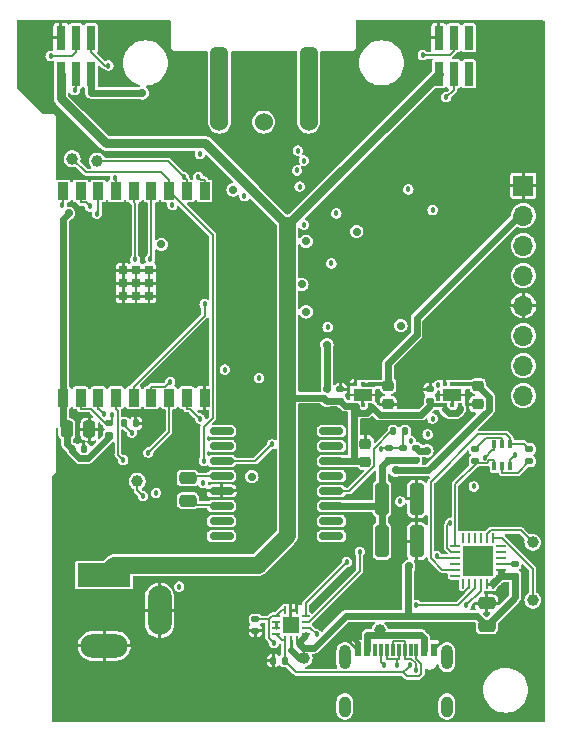
<source format=gbr>
%TF.GenerationSoftware,KiCad,Pcbnew,7.0.10*%
%TF.CreationDate,2024-03-09T04:50:19+08:00*%
%TF.ProjectId,ESP32Sensor-Sensor_board,45535033-3253-4656-9e73-6f722d53656e,rev?*%
%TF.SameCoordinates,Original*%
%TF.FileFunction,Copper,L1,Top*%
%TF.FilePolarity,Positive*%
%FSLAX46Y46*%
G04 Gerber Fmt 4.6, Leading zero omitted, Abs format (unit mm)*
G04 Created by KiCad (PCBNEW 7.0.10) date 2024-03-09 04:50:19*
%MOMM*%
%LPD*%
G01*
G04 APERTURE LIST*
G04 Aperture macros list*
%AMRoundRect*
0 Rectangle with rounded corners*
0 $1 Rounding radius*
0 $2 $3 $4 $5 $6 $7 $8 $9 X,Y pos of 4 corners*
0 Add a 4 corners polygon primitive as box body*
4,1,4,$2,$3,$4,$5,$6,$7,$8,$9,$2,$3,0*
0 Add four circle primitives for the rounded corners*
1,1,$1+$1,$2,$3*
1,1,$1+$1,$4,$5*
1,1,$1+$1,$6,$7*
1,1,$1+$1,$8,$9*
0 Add four rect primitives between the rounded corners*
20,1,$1+$1,$2,$3,$4,$5,0*
20,1,$1+$1,$4,$5,$6,$7,0*
20,1,$1+$1,$6,$7,$8,$9,0*
20,1,$1+$1,$8,$9,$2,$3,0*%
G04 Aperture macros list end*
%TA.AperFunction,SMDPad,CuDef*%
%ADD10RoundRect,0.147500X0.172500X-0.147500X0.172500X0.147500X-0.172500X0.147500X-0.172500X-0.147500X0*%
%TD*%
%TA.AperFunction,SMDPad,CuDef*%
%ADD11RoundRect,0.250000X-0.250000X-0.475000X0.250000X-0.475000X0.250000X0.475000X-0.250000X0.475000X0*%
%TD*%
%TA.AperFunction,SMDPad,CuDef*%
%ADD12C,1.000000*%
%TD*%
%TA.AperFunction,SMDPad,CuDef*%
%ADD13RoundRect,0.250000X0.475000X-0.250000X0.475000X0.250000X-0.475000X0.250000X-0.475000X-0.250000X0*%
%TD*%
%TA.AperFunction,SMDPad,CuDef*%
%ADD14RoundRect,0.135000X-0.185000X0.135000X-0.185000X-0.135000X0.185000X-0.135000X0.185000X0.135000X0*%
%TD*%
%TA.AperFunction,SMDPad,CuDef*%
%ADD15R,0.400000X0.650000*%
%TD*%
%TA.AperFunction,SMDPad,CuDef*%
%ADD16RoundRect,0.093750X-0.106250X0.093750X-0.106250X-0.093750X0.106250X-0.093750X0.106250X0.093750X0*%
%TD*%
%TA.AperFunction,ComponentPad*%
%ADD17R,1.600000X1.000000*%
%TD*%
%TA.AperFunction,SMDPad,CuDef*%
%ADD18RoundRect,0.135000X0.185000X-0.135000X0.185000X0.135000X-0.185000X0.135000X-0.185000X-0.135000X0*%
%TD*%
%TA.AperFunction,SMDPad,CuDef*%
%ADD19RoundRect,0.135000X-0.135000X-0.185000X0.135000X-0.185000X0.135000X0.185000X-0.135000X0.185000X0*%
%TD*%
%TA.AperFunction,SMDPad,CuDef*%
%ADD20RoundRect,0.140000X0.170000X-0.140000X0.170000X0.140000X-0.170000X0.140000X-0.170000X-0.140000X0*%
%TD*%
%TA.AperFunction,SMDPad,CuDef*%
%ADD21RoundRect,0.062500X0.062500X-0.275000X0.062500X0.275000X-0.062500X0.275000X-0.062500X-0.275000X0*%
%TD*%
%TA.AperFunction,SMDPad,CuDef*%
%ADD22RoundRect,0.062500X0.275000X-0.062500X0.275000X0.062500X-0.275000X0.062500X-0.275000X-0.062500X0*%
%TD*%
%TA.AperFunction,SMDPad,CuDef*%
%ADD23R,1.450000X1.450000*%
%TD*%
%TA.AperFunction,SMDPad,CuDef*%
%ADD24R,0.760000X2.030000*%
%TD*%
%TA.AperFunction,SMDPad,CuDef*%
%ADD25RoundRect,0.140000X0.140000X0.170000X-0.140000X0.170000X-0.140000X-0.170000X0.140000X-0.170000X0*%
%TD*%
%TA.AperFunction,SMDPad,CuDef*%
%ADD26RoundRect,0.225000X-0.250000X0.225000X-0.250000X-0.225000X0.250000X-0.225000X0.250000X0.225000X0*%
%TD*%
%TA.AperFunction,SMDPad,CuDef*%
%ADD27RoundRect,0.140000X-0.140000X-0.170000X0.140000X-0.170000X0.140000X0.170000X-0.140000X0.170000X0*%
%TD*%
%TA.AperFunction,SMDPad,CuDef*%
%ADD28RoundRect,0.062500X0.062500X-0.350000X0.062500X0.350000X-0.062500X0.350000X-0.062500X-0.350000X0*%
%TD*%
%TA.AperFunction,SMDPad,CuDef*%
%ADD29RoundRect,0.062500X0.350000X-0.062500X0.350000X0.062500X-0.350000X0.062500X-0.350000X-0.062500X0*%
%TD*%
%TA.AperFunction,SMDPad,CuDef*%
%ADD30R,2.600000X2.600000*%
%TD*%
%TA.AperFunction,ConnectorPad*%
%ADD31RoundRect,0.381000X-0.381000X-2.794000X0.381000X-2.794000X0.381000X2.794000X-0.381000X2.794000X0*%
%TD*%
%TA.AperFunction,ComponentPad*%
%ADD32C,1.524000*%
%TD*%
%TA.AperFunction,SMDPad,CuDef*%
%ADD33R,0.600000X1.140000*%
%TD*%
%TA.AperFunction,SMDPad,CuDef*%
%ADD34R,0.300000X1.140000*%
%TD*%
%TA.AperFunction,ComponentPad*%
%ADD35O,1.000000X2.100000*%
%TD*%
%TA.AperFunction,ComponentPad*%
%ADD36O,1.000000X1.800000*%
%TD*%
%TA.AperFunction,ComponentPad*%
%ADD37R,4.500000X2.000000*%
%TD*%
%TA.AperFunction,ComponentPad*%
%ADD38O,4.000000X2.000000*%
%TD*%
%TA.AperFunction,ComponentPad*%
%ADD39O,2.000000X4.200000*%
%TD*%
%TA.AperFunction,SMDPad,CuDef*%
%ADD40RoundRect,0.150000X-0.875000X-0.150000X0.875000X-0.150000X0.875000X0.150000X-0.875000X0.150000X0*%
%TD*%
%TA.AperFunction,SMDPad,CuDef*%
%ADD41RoundRect,0.250000X-0.325000X-1.100000X0.325000X-1.100000X0.325000X1.100000X-0.325000X1.100000X0*%
%TD*%
%TA.AperFunction,SMDPad,CuDef*%
%ADD42R,0.900000X1.500000*%
%TD*%
%TA.AperFunction,SMDPad,CuDef*%
%ADD43R,0.700000X0.700000*%
%TD*%
%TA.AperFunction,ComponentPad*%
%ADD44R,1.700000X1.700000*%
%TD*%
%TA.AperFunction,ComponentPad*%
%ADD45O,1.700000X1.700000*%
%TD*%
%TA.AperFunction,ViaPad*%
%ADD46C,0.711200*%
%TD*%
%TA.AperFunction,ViaPad*%
%ADD47C,1.000000*%
%TD*%
%TA.AperFunction,ViaPad*%
%ADD48C,0.457200*%
%TD*%
%TA.AperFunction,Conductor*%
%ADD49C,0.152400*%
%TD*%
%TA.AperFunction,Conductor*%
%ADD50C,0.558800*%
%TD*%
%TA.AperFunction,Conductor*%
%ADD51C,0.250200*%
%TD*%
%TA.AperFunction,Conductor*%
%ADD52C,0.375666*%
%TD*%
%TA.AperFunction,Conductor*%
%ADD53C,0.375600*%
%TD*%
%TA.AperFunction,Conductor*%
%ADD54C,0.500000*%
%TD*%
%TA.AperFunction,Conductor*%
%ADD55C,0.300000*%
%TD*%
%TA.AperFunction,Conductor*%
%ADD56C,0.400000*%
%TD*%
%TA.AperFunction,Conductor*%
%ADD57C,1.400000*%
%TD*%
%TA.AperFunction,Conductor*%
%ADD58C,0.800000*%
%TD*%
G04 APERTURE END LIST*
D10*
%TO.P,FB1,1*%
%TO.N,VBUS*%
X156300000Y-106485000D03*
%TO.P,FB1,2*%
%TO.N,+Vs_For_Lock_in*%
X156300000Y-105515000D03*
%TD*%
D11*
%TO.P,C18,1*%
%TO.N,3.3V*%
X134250000Y-108900000D03*
%TO.P,C18,2*%
%TO.N,GND*%
X136150000Y-108900000D03*
%TD*%
D12*
%TO.P,TP5,1,1*%
%TO.N,Net-(U15-~{RXT}{slash}GPIO.1)*%
X173700000Y-123400000D03*
%TD*%
D13*
%TO.P,C1,1*%
%TO.N,3.3V*%
X169800000Y-125550000D03*
%TO.P,C1,2*%
%TO.N,GND*%
X169800000Y-123650000D03*
%TD*%
D14*
%TO.P,R1,1*%
%TO.N,Net-(U15-~{RST})*%
X172200000Y-120300000D03*
%TO.P,R1,2*%
%TO.N,3.3V*%
X172200000Y-121320000D03*
%TD*%
D15*
%TO.P,U10,1,E2*%
%TO.N,DTR*%
X171750000Y-110150000D03*
%TO.P,U10,2,B2*%
%TO.N,Net-(U10-B2)*%
X171100000Y-110150000D03*
%TO.P,U10,3,C1*%
%TO.N,ESP_EN*%
X170450000Y-110150000D03*
%TO.P,U10,4,E1*%
%TO.N,RTS*%
X170450000Y-112050000D03*
%TO.P,U10,5,B1*%
%TO.N,Net-(U10-B1)*%
X171100000Y-112050000D03*
%TO.P,U10,6,C2*%
%TO.N,GPIO9*%
X171750000Y-112050000D03*
%TD*%
D16*
%TO.P,U14,1,OUT*%
%TO.N,3.3V*%
X159950000Y-105125000D03*
%TO.P,U14,2,SNS*%
X159300000Y-105125000D03*
%TO.P,U14,3,GND*%
%TO.N,GND*%
X158650000Y-105125000D03*
%TO.P,U14,4,EN*%
%TO.N,VBUS*%
X158650000Y-106900000D03*
%TO.P,U14,5,GND*%
%TO.N,GND*%
X159300000Y-106900000D03*
%TO.P,U14,6,IN*%
%TO.N,VBUS*%
X159950000Y-106900000D03*
D17*
%TO.P,U14,7,PAD*%
%TO.N,GND*%
X159300000Y-106012500D03*
%TD*%
D18*
%TO.P,R18,1*%
%TO.N,RTS*%
X168800000Y-111610000D03*
%TO.P,R18,2*%
%TO.N,Net-(U10-B2)*%
X168800000Y-110590000D03*
%TD*%
D12*
%TO.P,TP1,1,1*%
%TO.N,ESP_RXD*%
X136800000Y-86200000D03*
%TD*%
D16*
%TO.P,U11,1,OUT*%
%TO.N,5V*%
X167550000Y-105125000D03*
%TO.P,U11,2,SNS*%
X166900000Y-105125000D03*
%TO.P,U11,3,GND*%
%TO.N,GND*%
X166250000Y-105125000D03*
%TO.P,U11,4,EN*%
%TO.N,VBUS*%
X166250000Y-106900000D03*
%TO.P,U11,5,GND*%
%TO.N,GND*%
X166900000Y-106900000D03*
%TO.P,U11,6,IN*%
%TO.N,VBUS*%
X167550000Y-106900000D03*
D17*
%TO.P,U11,7,PAD*%
%TO.N,GND*%
X166900000Y-106012500D03*
%TD*%
D19*
%TO.P,R22,1*%
%TO.N,Net-(U13-VREF)*%
X161890000Y-109100000D03*
%TO.P,R22,2*%
%TO.N,Net-(U13-FB{slash}SD)*%
X162910000Y-109100000D03*
%TD*%
D20*
%TO.P,C29,1*%
%TO.N,VBUS*%
X157400000Y-106492500D03*
%TO.P,C29,2*%
%TO.N,GND*%
X157400000Y-105532500D03*
%TD*%
D21*
%TO.P,U8,1,CC2*%
%TO.N,CC2*%
X152700000Y-126762500D03*
%TO.P,U8,2,VBUS*%
%TO.N,VBUS*%
X153200000Y-126762500D03*
%TO.P,U8,3,VDD*%
%TO.N,3.3V*%
X153700000Y-126762500D03*
D22*
%TO.P,U8,4,VDD*%
X154462500Y-126250000D03*
%TO.P,U8,5,INT_N*%
%TO.N,INT*%
X154462500Y-125750000D03*
%TO.P,U8,6,SCL*%
%TO.N,SCL*%
X154462500Y-125250000D03*
%TO.P,U8,7,SDA*%
%TO.N,SDA*%
X154462500Y-124750000D03*
D21*
%TO.P,U8,8,GND*%
%TO.N,GND*%
X153700000Y-124237500D03*
%TO.P,U8,9,GND*%
X153200000Y-124237500D03*
%TO.P,U8,10,CC1*%
%TO.N,CC1*%
X152700000Y-124237500D03*
D22*
%TO.P,U8,11,CC1*%
X151937500Y-124750000D03*
%TO.P,U8,12,VCONN*%
%TO.N,3.3V*%
X151937500Y-125250000D03*
%TO.P,U8,13,VCONN*%
X151937500Y-125750000D03*
%TO.P,U8,14,CC2*%
%TO.N,CC2*%
X151937500Y-126250000D03*
D23*
%TO.P,U8,15,GND*%
%TO.N,GND*%
X153200000Y-125500000D03*
%TD*%
D24*
%TO.P,J2,01,01*%
%TO.N,unconnected-(J2-Pad01)*%
X168282500Y-75782500D03*
%TO.P,J2,02,02*%
%TO.N,unconnected-(J2-Pad02)*%
X168282500Y-78832500D03*
%TO.P,J2,03,03*%
%TO.N,LED_REF*%
X167012500Y-75782500D03*
%TO.P,J2,04,04*%
%TO.N,ESP_PWM_DIM*%
X167012500Y-78832500D03*
%TO.P,J2,05,05*%
%TO.N,GND*%
X165742500Y-75782500D03*
%TO.P,J2,06,06*%
%TO.N,VBUS*%
X165742500Y-78832500D03*
%TD*%
D25*
%TO.P,C22,1*%
%TO.N,GND*%
X140080000Y-108400000D03*
%TO.P,C22,2*%
%TO.N,ESP_EN*%
X139120000Y-108400000D03*
%TD*%
D26*
%TO.P,C25,1*%
%TO.N,5V*%
X169050000Y-105237500D03*
%TO.P,C25,2*%
%TO.N,GND*%
X169050000Y-106787500D03*
%TD*%
D12*
%TO.P,TP3,1,1*%
%TO.N,Net-(D1-DOUT)*%
X140200000Y-113330000D03*
%TD*%
D10*
%TO.P,FB2,1*%
%TO.N,-VBUS*%
X163800000Y-111485000D03*
%TO.P,FB2,2*%
%TO.N,-Vs_For_Lock_in*%
X163800000Y-110515000D03*
%TD*%
D27*
%TO.P,C20,1*%
%TO.N,GND*%
X151720000Y-128500000D03*
%TO.P,C20,2*%
%TO.N,CC2*%
X152680000Y-128500000D03*
%TD*%
D18*
%TO.P,R19,1*%
%TO.N,Net-(U10-B1)*%
X173400000Y-111610000D03*
%TO.P,R19,2*%
%TO.N,DTR*%
X173400000Y-110590000D03*
%TD*%
D28*
%TO.P,U15,1,~{RI}/CLK*%
%TO.N,unconnected-(U15-~{RI}{slash}CLK-Pad1)*%
X167800000Y-121987500D03*
%TO.P,U15,2,GND*%
%TO.N,GND*%
X168300000Y-121987500D03*
%TO.P,U15,3,D+*%
%TO.N,D+*%
X168800000Y-121987500D03*
%TO.P,U15,4,D-*%
%TO.N,D-*%
X169300000Y-121987500D03*
%TO.P,U15,5,VIO*%
%TO.N,3.3V*%
X169800000Y-121987500D03*
%TO.P,U15,6,VDD*%
X170300000Y-121987500D03*
D29*
%TO.P,U15,7,VREGIN*%
X170987500Y-121300000D03*
%TO.P,U15,8,VBUS*%
X170987500Y-120800000D03*
%TO.P,U15,9,~{RST}*%
%TO.N,Net-(U15-~{RST})*%
X170987500Y-120300000D03*
%TO.P,U15,10,NC*%
%TO.N,unconnected-(U15-NC-Pad10)*%
X170987500Y-119800000D03*
%TO.P,U15,11,~{WAKEUP}/GPIO.3*%
%TO.N,unconnected-(U15-~{WAKEUP}{slash}GPIO.3-Pad11)*%
X170987500Y-119300000D03*
%TO.P,U15,12,RS485/GPIO.2*%
%TO.N,unconnected-(U15-RS485{slash}GPIO.2-Pad12)*%
X170987500Y-118800000D03*
D28*
%TO.P,U15,13,~{RXT}/GPIO.1*%
%TO.N,Net-(U15-~{RXT}{slash}GPIO.1)*%
X170300000Y-118112500D03*
%TO.P,U15,14,~{TXT}/GPIO.0*%
%TO.N,Net-(U15-~{TXT}{slash}GPIO.0)*%
X169800000Y-118112500D03*
%TO.P,U15,15,~{SUSPEND}*%
%TO.N,unconnected-(U15-~{SUSPEND}-Pad15)*%
X169300000Y-118112500D03*
%TO.P,U15,16,NC*%
%TO.N,unconnected-(U15-NC-Pad16)*%
X168800000Y-118112500D03*
%TO.P,U15,17,SUSPEND*%
%TO.N,unconnected-(U15-SUSPEND-Pad17)*%
X168300000Y-118112500D03*
%TO.P,U15,18,~{CTS}*%
%TO.N,unconnected-(U15-~{CTS}-Pad18)*%
X167800000Y-118112500D03*
D29*
%TO.P,U15,19,~{RTS}*%
%TO.N,RTS*%
X167112500Y-118800000D03*
%TO.P,U15,20,RXD*%
%TO.N,ESP_TXD*%
X167112500Y-119300000D03*
%TO.P,U15,21,TXD*%
%TO.N,ESP_RXD*%
X167112500Y-119800000D03*
%TO.P,U15,22,~{DSR}*%
%TO.N,unconnected-(U15-~{DSR}-Pad22)*%
X167112500Y-120300000D03*
%TO.P,U15,23,~{DTR}*%
%TO.N,DTR*%
X167112500Y-120800000D03*
%TO.P,U15,24,~{DCD}*%
%TO.N,unconnected-(U15-~{DCD}-Pad24)*%
X167112500Y-121300000D03*
D30*
%TO.P,U15,25,GND*%
%TO.N,GND*%
X169050000Y-120050000D03*
%TD*%
D31*
%TO.P,PD1,1,An*%
%TO.N,Net-(PD1-An)*%
X154726500Y-79729500D03*
D32*
X154726500Y-82904500D03*
D31*
%TO.P,PD1,2,Ca*%
%TO.N,5V_PD*%
X147170000Y-79729500D03*
D32*
X147170000Y-82904500D03*
%TO.P,PD1,3,Ca*%
X150916500Y-82904500D03*
%TD*%
D20*
%TO.P,C27,1*%
%TO.N,-VBUS*%
X161500000Y-111480000D03*
%TO.P,C27,2*%
%TO.N,Net-(U13-FB{slash}SD)*%
X161500000Y-110520000D03*
%TD*%
D18*
%TO.P,R16,1*%
%TO.N,3.3V*%
X137800000Y-109410000D03*
%TO.P,R16,2*%
%TO.N,ESP_EN*%
X137800000Y-108390000D03*
%TD*%
D26*
%TO.P,C23,1*%
%TO.N,GND*%
X159500000Y-110125000D03*
%TO.P,C23,2*%
%TO.N,VBUS*%
X159500000Y-111675000D03*
%TD*%
D13*
%TO.P,C26,1*%
%TO.N,Net-(U13-CAP-)*%
X144500000Y-114950000D03*
%TO.P,C26,2*%
%TO.N,Net-(U13-CAP+)*%
X144500000Y-113050000D03*
%TD*%
D20*
%TO.P,C24,1*%
%TO.N,VBUS*%
X165000000Y-106492500D03*
%TO.P,C24,2*%
%TO.N,GND*%
X165000000Y-105532500D03*
%TD*%
D12*
%TO.P,TP2,1,1*%
%TO.N,ESP_TXD*%
X134700000Y-86000000D03*
%TD*%
D33*
%TO.P,J3,A1B12,GND*%
%TO.N,GND*%
X158900000Y-127580000D03*
%TO.P,J3,A4B9,VBUS*%
%TO.N,USBC_VBUS*%
X159700000Y-127580000D03*
D34*
%TO.P,J3,A5,CC1*%
%TO.N,CC1*%
X160850000Y-127580000D03*
%TO.P,J3,A6,D+*%
%TO.N,D+*%
X161850000Y-127580000D03*
%TO.P,J3,A7,D-*%
%TO.N,D-*%
X162350000Y-127580000D03*
%TO.P,J3,A8,SBU1*%
%TO.N,unconnected-(J3-SBU1-PadA8)*%
X163350000Y-127580000D03*
D33*
%TO.P,J3,B1A12,GND*%
%TO.N,GND*%
X165300000Y-127580000D03*
%TO.P,J3,B4A9,VBUS*%
%TO.N,USBC_VBUS*%
X164500000Y-127580000D03*
D34*
%TO.P,J3,B5,CC2*%
%TO.N,CC2*%
X163850000Y-127580000D03*
%TO.P,J3,B6,D+*%
%TO.N,D+*%
X162850000Y-127580000D03*
%TO.P,J3,B7,D-*%
%TO.N,D-*%
X161350000Y-127580000D03*
%TO.P,J3,B8,SBU2*%
%TO.N,unconnected-(J3-SBU2-PadB8)*%
X160350000Y-127580000D03*
D35*
%TO.P,J3,S1*%
%TO.N,N/C*%
X157780000Y-128210000D03*
D36*
%TO.P,J3,S2*%
X157780000Y-132390000D03*
%TO.P,J3,S3*%
X166420000Y-132390000D03*
D35*
%TO.P,J3,S4*%
X166420000Y-128210000D03*
%TD*%
D37*
%TO.P,J1,1*%
%TO.N,VBUS*%
X137400000Y-121250000D03*
D38*
%TO.P,J1,2*%
%TO.N,GND*%
X137400000Y-127250000D03*
D39*
%TO.P,J1,3*%
X142100000Y-124250000D03*
%TD*%
D40*
%TO.P,U13,1,NC*%
%TO.N,unconnected-(U13-NC-Pad1)*%
X147350000Y-109055000D03*
%TO.P,U13,2,NC*%
%TO.N,unconnected-(U13-NC-Pad2)*%
X147350000Y-110325000D03*
%TO.P,U13,3,FB/SD*%
%TO.N,Net-(U13-FB{slash}SD)*%
X147350000Y-111595000D03*
%TO.P,U13,4,CAP+*%
%TO.N,Net-(U13-CAP+)*%
X147350000Y-112865000D03*
%TO.P,U13,5,GND*%
%TO.N,GND*%
X147350000Y-114135000D03*
%TO.P,U13,6,CAP-*%
%TO.N,Net-(U13-CAP-)*%
X147350000Y-115405000D03*
%TO.P,U13,7,NC*%
%TO.N,unconnected-(U13-NC-Pad7)*%
X147350000Y-116675000D03*
%TO.P,U13,8,NC*%
%TO.N,unconnected-(U13-NC-Pad8)*%
X147350000Y-117945000D03*
%TO.P,U13,9,NC*%
%TO.N,unconnected-(U13-NC-Pad9)*%
X156650000Y-117945000D03*
%TO.P,U13,10,NC*%
%TO.N,unconnected-(U13-NC-Pad10)*%
X156650000Y-116675000D03*
%TO.P,U13,11,VOUT*%
%TO.N,-VBUS*%
X156650000Y-115405000D03*
%TO.P,U13,12,VREF*%
%TO.N,Net-(U13-VREF)*%
X156650000Y-114135000D03*
%TO.P,U13,13,OSC*%
%TO.N,unconnected-(U13-OSC-Pad13)*%
X156650000Y-112865000D03*
%TO.P,U13,14,VCC*%
%TO.N,VBUS*%
X156650000Y-111595000D03*
%TO.P,U13,15,NC*%
%TO.N,unconnected-(U13-NC-Pad15)*%
X156650000Y-110325000D03*
%TO.P,U13,16,NC*%
%TO.N,unconnected-(U13-NC-Pad16)*%
X156650000Y-109055000D03*
%TD*%
D41*
%TO.P,C28,1*%
%TO.N,-VBUS*%
X160925000Y-114800000D03*
%TO.P,C28,2*%
%TO.N,GND*%
X163875000Y-114800000D03*
%TD*%
D20*
%TO.P,C19,1*%
%TO.N,GND*%
X150200000Y-125980000D03*
%TO.P,C19,2*%
%TO.N,CC1*%
X150200000Y-125020000D03*
%TD*%
D27*
%TO.P,C17,1*%
%TO.N,3.3V*%
X134720000Y-110600000D03*
%TO.P,C17,2*%
%TO.N,GND*%
X135680000Y-110600000D03*
%TD*%
D12*
%TO.P,TP6,1,1*%
%TO.N,Net-(U15-~{TXT}{slash}GPIO.0)*%
X173700000Y-118500000D03*
%TD*%
D41*
%TO.P,C31,1*%
%TO.N,-VBUS*%
X160925000Y-118400000D03*
%TO.P,C31,2*%
%TO.N,GND*%
X163875000Y-118400000D03*
%TD*%
D24*
%TO.P,J4,01,01*%
%TO.N,INT*%
X136282500Y-75782500D03*
%TO.P,J4,02,02*%
%TO.N,3.3V*%
X136282500Y-78832500D03*
%TO.P,J4,03,03*%
%TO.N,SCL*%
X135012500Y-75782500D03*
%TO.P,J4,04,04*%
%TO.N,SDA*%
X135012500Y-78832500D03*
%TO.P,J4,05,05*%
%TO.N,GND*%
X133742500Y-75782500D03*
%TO.P,J4,06,06*%
%TO.N,VBUS*%
X133742500Y-78832500D03*
%TD*%
D18*
%TO.P,R23,1*%
%TO.N,-VBUS*%
X162700000Y-111510000D03*
%TO.P,R23,2*%
%TO.N,Net-(U13-FB{slash}SD)*%
X162700000Y-110490000D03*
%TD*%
D42*
%TO.P,U9,1,3V3*%
%TO.N,3.3V*%
X133905100Y-106250000D03*
%TO.P,U9,2,EN*%
%TO.N,ESP_EN*%
X135405100Y-106250000D03*
%TO.P,U9,3,IO4*%
%TO.N,SCL*%
X136905100Y-106250000D03*
%TO.P,U9,4,IO5*%
%TO.N,SDA*%
X138405100Y-106250000D03*
%TO.P,U9,5,IO6*%
%TO.N,LED_REF*%
X139905100Y-106250000D03*
%TO.P,U9,6,IO7*%
%TO.N,ESP_PWM_DIM*%
X141405100Y-106250000D03*
%TO.P,U9,7,IO8*%
%TO.N,NeopixelLED*%
X142905100Y-106250000D03*
%TO.P,U9,8,IO9*%
%TO.N,GPIO9*%
X144405100Y-106250000D03*
%TO.P,U9,9,GND*%
%TO.N,GND*%
X145905100Y-106250000D03*
%TO.P,U9,10,IO10*%
%TO.N,INT*%
X145905100Y-88750000D03*
%TO.P,U9,11,RXD*%
%TO.N,ESP_RXD*%
X144405100Y-88750000D03*
%TO.P,U9,12,TXD*%
%TO.N,ESP_TXD*%
X142905100Y-88750000D03*
%TO.P,U9,13,IO18*%
%TO.N,D-*%
X141405100Y-88750000D03*
%TO.P,U9,14,IO19*%
%TO.N,D+*%
X139905100Y-88750000D03*
%TO.P,U9,15,IO3*%
%TO.N,Mux_Sel_B*%
X138405100Y-88750000D03*
%TO.P,U9,16,IO2*%
%TO.N,Mux_Sel_A*%
X136905100Y-88750000D03*
%TO.P,U9,17,IO1*%
%TO.N,GPIO1*%
X135405100Y-88750000D03*
%TO.P,U9,18,IO0*%
%TO.N,ESP_ADC*%
X133905100Y-88750000D03*
D43*
%TO.P,U9,19,GND*%
%TO.N,GND*%
X139005100Y-97640000D03*
%TO.P,U9,20,GND*%
X139005100Y-96540000D03*
%TO.P,U9,21,GND*%
X139005100Y-95440000D03*
%TO.P,U9,22,GND*%
X140105100Y-97640000D03*
%TO.P,U9,23,GND*%
X140105100Y-96540000D03*
%TO.P,U9,24,GND*%
X140105100Y-95440000D03*
%TO.P,U9,25,GND*%
X141205100Y-97640000D03*
%TO.P,U9,26,GND*%
X141205100Y-96540000D03*
%TO.P,U9,27,GND*%
X141205100Y-95440000D03*
%TD*%
D26*
%TO.P,C30,1*%
%TO.N,3.3V*%
X161450000Y-105237500D03*
%TO.P,C30,2*%
%TO.N,GND*%
X161450000Y-106787500D03*
%TD*%
D44*
%TO.P,J6,1,Pin_1*%
%TO.N,GND*%
X172900000Y-88280000D03*
D45*
%TO.P,J6,2,Pin_2*%
%TO.N,3.3V*%
X172900000Y-90820000D03*
%TO.P,J6,3,Pin_3*%
%TO.N,SCL*%
X172900000Y-93360000D03*
%TO.P,J6,4,Pin_4*%
%TO.N,SDA*%
X172900000Y-95900000D03*
%TO.P,J6,5,Pin_5*%
%TO.N,GND*%
X172900000Y-98440000D03*
%TO.P,J6,6,Pin_6*%
%TO.N,GPIO1*%
X172900000Y-100980000D03*
%TO.P,J6,7,Pin_7*%
%TO.N,Mux_Sel_A*%
X172900000Y-103520000D03*
%TO.P,J6,8,Pin_8*%
%TO.N,Mux_Sel_B*%
X172900000Y-106060000D03*
%TD*%
D46*
%TO.N,3.3V*%
X140620000Y-80440000D03*
X163196100Y-120530400D03*
X134401000Y-90620800D03*
D47*
%TO.N,GND*%
X169050000Y-120050000D03*
D48*
X162230000Y-119150000D03*
X159420000Y-103500000D03*
X167157400Y-97739200D03*
X161100000Y-98900000D03*
X167040000Y-126410000D03*
X167360600Y-90576400D03*
X160985200Y-86004400D03*
X171575000Y-94450000D03*
X157683200Y-83210400D03*
X158440000Y-104060000D03*
X142970000Y-94850000D03*
X164360000Y-93580000D03*
X159150000Y-87225000D03*
X140925000Y-91475000D03*
X150266400Y-115493800D03*
X145380000Y-102770000D03*
X147475000Y-87575000D03*
X166878000Y-102387400D03*
X166010000Y-121800000D03*
X167055800Y-88341200D03*
X147375000Y-91900000D03*
X163880800Y-89941400D03*
X165775000Y-117700000D03*
X157800000Y-126390000D03*
X148740000Y-90280000D03*
X160985200Y-93268800D03*
%TO.N,CC1*%
X161130400Y-128913700D03*
X151781000Y-127008200D03*
%TO.N,D+*%
X141803600Y-114308100D03*
X163789900Y-129339800D03*
X163831200Y-123788600D03*
X140026700Y-94529300D03*
%TO.N,D-*%
X141301100Y-94479200D03*
X143764000Y-122240400D03*
X168071900Y-123810100D03*
X162214800Y-128896700D03*
%TO.N,CC2*%
X163323500Y-128895100D03*
%TO.N,ESP_TXD*%
X166687200Y-116829100D03*
X145846900Y-111594500D03*
%TO.N,ESP_RXD*%
X144138400Y-87538700D03*
X145775200Y-113486900D03*
X165559000Y-119666200D03*
%TO.N,GPIO9*%
X145523500Y-108011600D03*
X172151200Y-111100000D03*
%TO.N,ESP_EN*%
X138090000Y-107742900D03*
X139750800Y-109194600D03*
X169624100Y-111309900D03*
%TO.N,INT*%
X137769600Y-78130400D03*
X145378800Y-87543900D03*
X155400000Y-126290600D03*
%TO.N,SCL*%
X132867400Y-77317600D03*
X159050200Y-119284200D03*
X168710600Y-113751000D03*
X137369800Y-107634600D03*
%TO.N,SDA*%
X157954700Y-120171100D03*
X139015800Y-111529500D03*
X134903000Y-80217300D03*
%TO.N,LED_REF*%
X145912000Y-98317600D03*
X164388800Y-77241400D03*
X156645200Y-94871600D03*
D46*
%TO.N,5V*%
X154501500Y-92999100D03*
X149905500Y-112917800D03*
X162080700Y-112394300D03*
X154501500Y-98967000D03*
%TO.N,+Vs_For_Lock_in*%
X158791300Y-92177500D03*
X148320000Y-88647300D03*
X156271200Y-101755200D03*
X142251500Y-93270400D03*
%TO.N,-Vs_For_Lock_in*%
X162520300Y-100133500D03*
X164723500Y-110745300D03*
D48*
%TO.N,Sensor_Second_stage*%
X156323400Y-100275300D03*
X147618900Y-103858700D03*
%TO.N,ESP_ADC*%
X133797300Y-89951700D03*
X150514400Y-104586400D03*
%TO.N,GPIO1*%
X136194000Y-90045700D03*
%TO.N,Mux_Sel_A*%
X136790400Y-90651700D03*
X154331600Y-91593900D03*
%TO.N,Net-(D1-DOUT)*%
X140690600Y-114579400D03*
%TO.N,ESP_PWM_DIM*%
X166369000Y-80796400D03*
X142998800Y-104889000D03*
X165680100Y-105192100D03*
%TO.N,NeopixelLED*%
X141142700Y-110888400D03*
D47*
%TO.N,VBUS*%
X154334689Y-128321700D03*
D48*
%TO.N,Mux_Sel_B*%
X154316700Y-86161400D03*
X138364700Y-87638100D03*
%TO.N,5V_SDA*%
X165210300Y-90340800D03*
X165210100Y-108009300D03*
X162475000Y-115025000D03*
%TO.N,5V_SCL*%
X163160700Y-88610600D03*
X163355000Y-109904300D03*
X164798100Y-109351900D03*
%TO.N,EPOT_w*%
X143181700Y-89918800D03*
X157066100Y-90635600D03*
%TO.N,Net-(U2-S2)*%
X149276700Y-89184600D03*
X153964400Y-88368300D03*
D47*
%TO.N,USBC_VBUS*%
X160740000Y-125950000D03*
D48*
%TO.N,Net-(U2-S4)*%
X153805000Y-85328500D03*
X153736300Y-86995000D03*
%TO.N,Net-(U13-FB{slash}SD)*%
X160819600Y-110612800D03*
X151610500Y-110186600D03*
%TO.N,Net-(PD1-An)*%
X145500900Y-85631500D03*
D46*
%TO.N,5V_PD*%
X154139650Y-96650350D03*
%TD*%
D49*
%TO.N,CC2*%
X164275000Y-128750000D02*
X163850000Y-128325000D01*
X164275000Y-129600000D02*
X164275000Y-128750000D01*
X164050000Y-129825000D02*
X164275000Y-129600000D01*
X163850000Y-128325000D02*
X163850000Y-127580000D01*
X162727600Y-129491200D02*
X163061400Y-129825000D01*
X163061400Y-129825000D02*
X164050000Y-129825000D01*
D50*
%TO.N,3.3V*%
X168969700Y-124719700D02*
X163133300Y-124719700D01*
D51*
X170300000Y-121987500D02*
X169800000Y-121987500D01*
D52*
X160248600Y-105125000D02*
X160243000Y-105130600D01*
D51*
X151937500Y-125250000D02*
X151937500Y-125750000D01*
D50*
X156280000Y-126320000D02*
X156280000Y-126326200D01*
X155190900Y-127415300D02*
X154244700Y-127415300D01*
X136282500Y-80430000D02*
X136282500Y-78832500D01*
X172200000Y-121320000D02*
X172200000Y-123150000D01*
X172200000Y-123150000D02*
X169800000Y-125550000D01*
X170415100Y-121756800D02*
X170415100Y-121872400D01*
X133905100Y-91116700D02*
X134401000Y-90620800D01*
X172200000Y-121320000D02*
X171007500Y-121320000D01*
X172900000Y-90820000D02*
X172527200Y-90820000D01*
D53*
X161450000Y-105125000D02*
X159950000Y-105125000D01*
D50*
X154244700Y-127415300D02*
X153866900Y-127037500D01*
X163196100Y-120530400D02*
X163133300Y-120593200D01*
D54*
X153866900Y-127037500D02*
X154462500Y-126441900D01*
D50*
X163855400Y-100907500D02*
X161450000Y-103312900D01*
X137800000Y-109594000D02*
X136052700Y-111341300D01*
X134250000Y-108900000D02*
X133905100Y-108555100D01*
D51*
X170987500Y-120977100D02*
X170987500Y-120800000D01*
D50*
X172527200Y-90820000D02*
X163855400Y-99491800D01*
X134250000Y-110130000D02*
X134250000Y-108900000D01*
X134720000Y-110600000D02*
X134250000Y-110130000D01*
D55*
X154462500Y-126441900D02*
X154462500Y-126250000D01*
D50*
X140620000Y-80440000D02*
X140610000Y-80430000D01*
X136052700Y-111341300D02*
X135312800Y-111341300D01*
X133905100Y-106250000D02*
X133905100Y-91116700D01*
X161450000Y-105237500D02*
X161318600Y-105106100D01*
X169800000Y-125550000D02*
X168969700Y-124719700D01*
X156286200Y-126320000D02*
X156280000Y-126320000D01*
X163133300Y-124719700D02*
X157886500Y-124719700D01*
X133905100Y-108555100D02*
X133905100Y-106250000D01*
X156280000Y-126326200D02*
X155190900Y-127415300D01*
D51*
X170415100Y-121872400D02*
X170300000Y-121872400D01*
D50*
X170987500Y-121300000D02*
X170587000Y-121700500D01*
X170300000Y-121872400D02*
X170300000Y-121987500D01*
X157886500Y-124719700D02*
X156286200Y-126320000D01*
D51*
X170587000Y-121756800D02*
X170415100Y-121756800D01*
D50*
X170987500Y-120977100D02*
X170987500Y-121300000D01*
X140610000Y-80430000D02*
X136282500Y-80430000D01*
X137800000Y-109410000D02*
X137800000Y-109594000D01*
X135312800Y-111341300D02*
X134720000Y-110748500D01*
X163133300Y-120593200D02*
X163133300Y-124719700D01*
X171007500Y-121320000D02*
X170987500Y-121300000D01*
X161450000Y-105237500D02*
X161450000Y-105125000D01*
X161450000Y-103312900D02*
X161450000Y-105125000D01*
D52*
X160243000Y-105130600D02*
X159324500Y-105130600D01*
D50*
X170587000Y-121700500D02*
X170587000Y-121756800D01*
X163855400Y-99491800D02*
X163855400Y-100907500D01*
X134720000Y-110748500D02*
X134720000Y-110600000D01*
D49*
%TO.N,GND*%
X166810000Y-122990000D02*
X166010000Y-122190000D01*
D56*
X158900000Y-127000000D02*
X158900000Y-127580000D01*
X158290000Y-126390000D02*
X158900000Y-127000000D01*
D49*
X166010000Y-122190000D02*
X166010000Y-121800000D01*
X168300000Y-122290000D02*
X167600000Y-122990000D01*
D56*
X157800000Y-126390000D02*
X158290000Y-126390000D01*
D49*
X168300000Y-121987500D02*
X168300000Y-122290000D01*
X167600000Y-122990000D02*
X166810000Y-122990000D01*
%TO.N,CC1*%
X152700000Y-124237500D02*
X152450000Y-124237500D01*
X151348100Y-125020000D02*
X151348100Y-126575300D01*
X151937500Y-124750000D02*
X151618100Y-124750000D01*
X151348100Y-126575300D02*
X151781000Y-127008200D01*
X151618100Y-124750000D02*
X151348100Y-125020000D01*
X160850000Y-127580000D02*
X160850000Y-128633300D01*
X151348100Y-125020000D02*
X150200000Y-125020000D01*
X160850000Y-128633300D02*
X161130400Y-128913700D01*
X152450000Y-124237500D02*
X151937500Y-124750000D01*
%TO.N,D+*%
X163789900Y-128743800D02*
X163401200Y-128355100D01*
X167354900Y-123788600D02*
X163831200Y-123788600D01*
X162850000Y-126875600D02*
X162850000Y-126806400D01*
X163789900Y-129339800D02*
X163789900Y-128743800D01*
X139905100Y-89705100D02*
X140026700Y-89826700D01*
X162850000Y-127227800D02*
X162850000Y-126875600D01*
X162850000Y-126806400D02*
X162850000Y-126804900D01*
X161850000Y-127580000D02*
X161850000Y-126804900D01*
X163401200Y-128355100D02*
X162850000Y-128355100D01*
X139905100Y-88750000D02*
X139905100Y-89705100D01*
X161850000Y-126804900D02*
X162850000Y-126804900D01*
X140026700Y-89826700D02*
X140026700Y-94529300D01*
X162850000Y-128355100D02*
X162850000Y-127580000D01*
X162850000Y-127227800D02*
X162850000Y-127580000D01*
X168800000Y-122343500D02*
X167354900Y-123788600D01*
X168800000Y-121987500D02*
X168800000Y-122343500D01*
%TO.N,D-*%
X141405100Y-88750000D02*
X141405100Y-94375200D01*
X162214800Y-128355100D02*
X161350000Y-128355100D01*
X169300000Y-122582000D02*
X168071900Y-123810100D01*
X162214800Y-128896700D02*
X162214800Y-128355100D01*
X162350000Y-127580000D02*
X162350000Y-128355100D01*
X162350000Y-128355100D02*
X162214800Y-128355100D01*
X161350000Y-127580000D02*
X161350000Y-128355100D01*
X169300000Y-121987500D02*
X169300000Y-122582000D01*
X141405100Y-94375200D02*
X141301100Y-94479200D01*
%TO.N,CC2*%
X163323500Y-128895300D02*
X163323500Y-128895100D01*
X152680000Y-126762500D02*
X152700000Y-126762500D01*
X163025600Y-129193200D02*
X163323500Y-128895300D01*
X152680000Y-128500000D02*
X153671200Y-129491200D01*
X153671200Y-129491200D02*
X162727600Y-129491200D01*
X151937500Y-126250000D02*
X152450000Y-126762500D01*
X162727600Y-129491200D02*
X163025600Y-129193200D01*
X152680000Y-126762500D02*
X152680000Y-128500000D01*
X152450000Y-126762500D02*
X152680000Y-126762500D01*
%TO.N,RTS*%
X167120900Y-113556300D02*
X168933600Y-111743600D01*
X167120900Y-118791600D02*
X167120900Y-113556300D01*
X168933600Y-111743600D02*
X169803800Y-111743600D01*
X170450000Y-112050000D02*
X170450000Y-111519900D01*
X169803800Y-111743600D02*
X170027500Y-111519900D01*
X167112500Y-118800000D02*
X167120900Y-118791600D01*
X168800000Y-111610000D02*
X168933600Y-111743600D01*
X170027500Y-111519900D02*
X170450000Y-111519900D01*
%TO.N,DTR*%
X169097700Y-109316200D02*
X165071000Y-113342900D01*
X171750000Y-110150000D02*
X172960000Y-110150000D01*
X171750000Y-110150000D02*
X171750000Y-109619900D01*
X171750000Y-109619900D02*
X171446300Y-109316200D01*
X165071000Y-119822500D02*
X166048500Y-120800000D01*
X165071000Y-113342900D02*
X165071000Y-119822500D01*
X172960000Y-110150000D02*
X173400000Y-110590000D01*
X166048500Y-120800000D02*
X167112500Y-120800000D01*
X171446300Y-109316200D02*
X169097700Y-109316200D01*
%TO.N,ESP_TXD*%
X166814700Y-119300000D02*
X166476700Y-118962000D01*
X145846900Y-108717700D02*
X145846900Y-111594500D01*
X135848400Y-87148400D02*
X142258600Y-87148400D01*
X166476700Y-118962000D02*
X166476700Y-117039600D01*
X167112500Y-119300000D02*
X166814700Y-119300000D01*
X142905100Y-88272400D02*
X142905100Y-88750000D01*
X146588700Y-92433600D02*
X146588700Y-107975900D01*
X142258600Y-87148400D02*
X142905100Y-87794900D01*
X142905100Y-88750000D02*
X146588700Y-92433600D01*
X166476700Y-117039600D02*
X166687200Y-116829100D01*
X134700000Y-86000000D02*
X135848400Y-87148400D01*
X142905100Y-88272400D02*
X142905100Y-87794900D01*
X146588700Y-107975900D02*
X145846900Y-108717700D01*
%TO.N,ESP_RXD*%
X144148900Y-87538700D02*
X144405100Y-87794900D01*
X142799700Y-86200000D02*
X144138400Y-87538700D01*
X165692800Y-119800000D02*
X165559000Y-119666200D01*
X136800000Y-86200000D02*
X142799700Y-86200000D01*
X144405100Y-88750000D02*
X144405100Y-87794900D01*
X144138400Y-87538700D02*
X144148900Y-87538700D01*
X167112500Y-119800000D02*
X165692800Y-119800000D01*
%TO.N,GPIO9*%
X172151200Y-111100000D02*
X171750000Y-111501200D01*
X171750000Y-111501200D02*
X171750000Y-112050000D01*
X144717000Y-107205100D02*
X144405100Y-107205100D01*
X144405100Y-106250000D02*
X144405100Y-107205100D01*
X145523500Y-108011600D02*
X144717000Y-107205100D01*
%TO.N,ESP_EN*%
X138090000Y-108100000D02*
X138090000Y-107742900D01*
X170450000Y-110680100D02*
X170253900Y-110680100D01*
X170253900Y-110680100D02*
X169624100Y-111309900D01*
X135405100Y-107205100D02*
X136327000Y-107205100D01*
X137800000Y-108390000D02*
X138090000Y-108100000D01*
X170450000Y-110150000D02*
X170450000Y-110680100D01*
X139750800Y-109194600D02*
X139120000Y-108563800D01*
X136327000Y-107205100D02*
X137511900Y-108390000D01*
X137511900Y-108390000D02*
X137800000Y-108390000D01*
X135405100Y-106250000D02*
X135405100Y-107205100D01*
X139120000Y-108563800D02*
X139120000Y-108400000D01*
%TO.N,INT*%
X137769600Y-78130400D02*
X137439400Y-78130400D01*
X145629800Y-87794900D02*
X145378800Y-87543900D01*
X155400000Y-126290600D02*
X154859400Y-125750000D01*
X145905100Y-87794900D02*
X145629800Y-87794900D01*
X137439400Y-78130400D02*
X136282500Y-76973500D01*
X136282500Y-76973500D02*
X136282500Y-75782500D01*
X145905100Y-88750000D02*
X145905100Y-87794900D01*
X154859400Y-125750000D02*
X154462500Y-125750000D01*
%TO.N,SCL*%
X159050200Y-119284200D02*
X159050200Y-120915900D01*
X154716100Y-125250000D02*
X154462500Y-125250000D01*
X136940300Y-107205100D02*
X137369800Y-107634600D01*
X159050200Y-120915900D02*
X154716100Y-125250000D01*
X134697500Y-77317600D02*
X135012500Y-77002600D01*
X135012500Y-77002600D02*
X135012500Y-75782500D01*
X132867400Y-77317600D02*
X134697500Y-77317600D01*
X136905100Y-107205100D02*
X136940300Y-107205100D01*
X136905100Y-106250000D02*
X136905100Y-107205100D01*
%TO.N,SDA*%
X134903000Y-80162100D02*
X134903000Y-80217300D01*
X135012500Y-78832500D02*
X135012500Y-80052600D01*
X138405100Y-106250000D02*
X138405100Y-107205100D01*
X138405100Y-107205100D02*
X138569800Y-107369800D01*
X138569800Y-107369800D02*
X138569800Y-111083500D01*
X135012500Y-80052600D02*
X134903000Y-80162100D01*
X157954700Y-120171100D02*
X154462500Y-123663300D01*
X154462500Y-123663300D02*
X154462500Y-124750000D01*
X138569800Y-111083500D02*
X139015800Y-111529500D01*
%TO.N,LED_REF*%
X139905100Y-106250000D02*
X139905100Y-105294900D01*
X145912000Y-98317600D02*
X145912000Y-99288000D01*
X164388800Y-77241400D02*
X166649400Y-77241400D01*
X167012500Y-76878300D02*
X167012500Y-75782500D01*
X166649400Y-77241400D02*
X167012500Y-76878300D01*
X145912000Y-99288000D02*
X139905100Y-105294900D01*
D50*
%TO.N,5V*%
X162080700Y-112394300D02*
X164862900Y-112394300D01*
X169990000Y-107267200D02*
X169990000Y-106177500D01*
D53*
X169050000Y-105125000D02*
X167550000Y-105125000D01*
D50*
X169050000Y-105237500D02*
X169050000Y-105125000D01*
D53*
X167550000Y-105125000D02*
X166900000Y-105125000D01*
D50*
X169990000Y-106177500D02*
X169050000Y-105237500D01*
X164862900Y-112394300D02*
X169990000Y-107267200D01*
%TO.N,+Vs_For_Lock_in*%
X156300000Y-105515000D02*
X156271200Y-105486200D01*
X156271200Y-105486200D02*
X156271200Y-101755200D01*
%TO.N,-Vs_For_Lock_in*%
X164723500Y-110745300D02*
X164030300Y-110745300D01*
X164030300Y-110745300D02*
X163800000Y-110515000D01*
D49*
%TO.N,ESP_ADC*%
X133905100Y-89843900D02*
X133905100Y-88750000D01*
X133797300Y-89951700D02*
X133905100Y-89843900D01*
%TO.N,GPIO1*%
X135853400Y-89705100D02*
X136194000Y-90045700D01*
X135405100Y-88750000D02*
X135405100Y-89705100D01*
X135405100Y-89705100D02*
X135853400Y-89705100D01*
%TO.N,Mux_Sel_A*%
X136905100Y-90537000D02*
X136905100Y-88750000D01*
X136790400Y-90651700D02*
X136905100Y-90537000D01*
%TO.N,Net-(D1-DOUT)*%
X140690600Y-114579400D02*
X140200000Y-114088800D01*
X140200000Y-114088800D02*
X140200000Y-113330000D01*
%TO.N,ESP_PWM_DIM*%
X166369000Y-80796400D02*
X167012500Y-80152900D01*
X141405100Y-106250000D02*
X141405100Y-105294900D01*
X142592900Y-105294900D02*
X142998800Y-104889000D01*
X141405100Y-105294900D02*
X142592900Y-105294900D01*
X167012500Y-80152900D02*
X167012500Y-78832500D01*
%TO.N,NeopixelLED*%
X142905100Y-106250000D02*
X142905100Y-109126000D01*
X142905100Y-109126000D02*
X141142700Y-110888400D01*
D50*
%TO.N,VBUS*%
X160730000Y-107680000D02*
X164238700Y-107680000D01*
X159631900Y-107500000D02*
X160091000Y-107040900D01*
X156650000Y-111595000D02*
X158579400Y-111595000D01*
D57*
X150400000Y-120410000D02*
X152920000Y-117890000D01*
D50*
X167550000Y-107151500D02*
X167550000Y-107239100D01*
X153921700Y-128321700D02*
X153200000Y-127600000D01*
X156307500Y-106492500D02*
X156300000Y-106485000D01*
X158990084Y-107500000D02*
X159631900Y-107500000D01*
X164238700Y-107680000D02*
X165018700Y-106900000D01*
X152920000Y-106226300D02*
X156041300Y-106226300D01*
D51*
X153200000Y-127600000D02*
X153200000Y-126762500D01*
D50*
X157400000Y-106492500D02*
X156307500Y-106492500D01*
X167550000Y-107239100D02*
X167255100Y-107534000D01*
D53*
X165018700Y-106900000D02*
X166250000Y-106900000D01*
D50*
X133742500Y-79857000D02*
X133742500Y-78832500D01*
D57*
X137400000Y-121250000D02*
X138240000Y-120410000D01*
D50*
X158579400Y-111595000D02*
X159420000Y-111595000D01*
D57*
X152920000Y-106226300D02*
X152920000Y-91655000D01*
D53*
X166250000Y-107189800D02*
X166250000Y-106900000D01*
D50*
X154334689Y-128321700D02*
X153921700Y-128321700D01*
X165000000Y-106492500D02*
X165018700Y-106511200D01*
X166594200Y-107534000D02*
X166250000Y-107189800D01*
X158693600Y-106943600D02*
X158693600Y-107203516D01*
X158579400Y-106970600D02*
X158631100Y-106918900D01*
X158668900Y-106918900D02*
X158693600Y-106943600D01*
X158579400Y-111595000D02*
X158579400Y-106970600D01*
D58*
X152920000Y-91655000D02*
X165742000Y-78832500D01*
D50*
X165018700Y-106511200D02*
X165018700Y-106900000D01*
D58*
X133742000Y-79857500D02*
X133742000Y-78832500D01*
D50*
X165742500Y-78832500D02*
X165742000Y-78832500D01*
X157826400Y-106918900D02*
X158668900Y-106918900D01*
D53*
X160200600Y-107150600D02*
X160091000Y-107040900D01*
D50*
X133742000Y-79857500D02*
X133742500Y-79857000D01*
D58*
X152920000Y-91655000D02*
X145985000Y-84720000D01*
D53*
X167550000Y-107151500D02*
X167550000Y-106900000D01*
X160091000Y-107040900D02*
X159950000Y-106900000D01*
D58*
X145985000Y-84720000D02*
X137580000Y-84720000D01*
D50*
X160200600Y-107150600D02*
X160730000Y-107680000D01*
X158631100Y-106918900D02*
X158668900Y-106918900D01*
D57*
X138240000Y-120410000D02*
X150400000Y-120410000D01*
D50*
X167255100Y-107534000D02*
X166594200Y-107534000D01*
D57*
X152920000Y-117890000D02*
X152920000Y-106226300D01*
D50*
X156041300Y-106226300D02*
X156300000Y-106485000D01*
X157400000Y-106492500D02*
X157826400Y-106918900D01*
X158693600Y-107203516D02*
X158990084Y-107500000D01*
D58*
X137580000Y-84720000D02*
X133742000Y-80882500D01*
X133742000Y-80882500D02*
X133742000Y-79857500D01*
D50*
X159420000Y-111595000D02*
X159500000Y-111675000D01*
%TO.N,-VBUS*%
X160925000Y-118400000D02*
X160925000Y-114800000D01*
X162700000Y-111510000D02*
X163775000Y-111510000D01*
X161253300Y-111726700D02*
X161500000Y-111480000D01*
X160925000Y-112055000D02*
X161253300Y-111726700D01*
X160320000Y-115405000D02*
X160925000Y-114800000D01*
X163775000Y-111510000D02*
X163800000Y-111485000D01*
X161253300Y-111726700D02*
X161470000Y-111510000D01*
X160925000Y-114800000D02*
X160925000Y-112055000D01*
X156650000Y-115405000D02*
X160320000Y-115405000D01*
X161470000Y-111510000D02*
X162700000Y-111510000D01*
D49*
%TO.N,Mux_Sel_B*%
X138364700Y-87638100D02*
X138405100Y-87678500D01*
X138405100Y-87678500D02*
X138405100Y-88750000D01*
%TO.N,Net-(U15-~{RST})*%
X172200000Y-120300000D02*
X170987500Y-120300000D01*
D50*
%TO.N,USBC_VBUS*%
X164211400Y-126313100D02*
X164500000Y-126601700D01*
X164500000Y-127580000D02*
X164500000Y-126601700D01*
X160740000Y-125950000D02*
X160376900Y-126313100D01*
X160376900Y-126313100D02*
X159700000Y-126313100D01*
X159700000Y-126313100D02*
X164211400Y-126313100D01*
X159700000Y-127580000D02*
X159700000Y-126313100D01*
D49*
%TO.N,Net-(U13-CAP-)*%
X144840600Y-115290600D02*
X144500000Y-114950000D01*
X147235600Y-115290600D02*
X144840600Y-115290600D01*
X147350000Y-115405000D02*
X147235600Y-115290600D01*
%TO.N,Net-(U13-CAP+)*%
X144685000Y-112865000D02*
X144500000Y-113050000D01*
X147350000Y-112865000D02*
X144685000Y-112865000D01*
%TO.N,Net-(U13-FB{slash}SD)*%
X161500000Y-110520000D02*
X160912400Y-110520000D01*
X162700000Y-110490000D02*
X162700000Y-109310000D01*
X162700000Y-109310000D02*
X162910000Y-109100000D01*
X160912400Y-110520000D02*
X160819600Y-110612800D01*
X151610500Y-110186600D02*
X150202100Y-111595000D01*
X162700000Y-110490000D02*
X162670000Y-110520000D01*
X150202100Y-111595000D02*
X147350000Y-111595000D01*
X162670000Y-110520000D02*
X161500000Y-110520000D01*
%TO.N,Net-(U10-B2)*%
X169770100Y-109619900D02*
X171100000Y-109619900D01*
X171100000Y-110150000D02*
X171100000Y-109619900D01*
X168800000Y-110590000D02*
X169770100Y-109619900D01*
%TO.N,Net-(U10-B1)*%
X173400000Y-111610000D02*
X172429900Y-112580100D01*
X171100000Y-112050000D02*
X171100000Y-112580100D01*
X172429900Y-112580100D02*
X171100000Y-112580100D01*
%TO.N,Net-(U13-VREF)*%
X161719100Y-109100000D02*
X160261600Y-110557500D01*
X160261600Y-110557500D02*
X160261600Y-112035300D01*
X160261600Y-112035300D02*
X158161900Y-114135000D01*
X158161900Y-114135000D02*
X156650000Y-114135000D01*
X161890000Y-109100000D02*
X161719100Y-109100000D01*
%TO.N,Net-(U15-~{RXT}{slash}GPIO.1)*%
X173700000Y-120710300D02*
X171102200Y-118112500D01*
X173700000Y-123400000D02*
X173700000Y-120710300D01*
X171102200Y-118112500D02*
X170300000Y-118112500D01*
%TO.N,Net-(U15-~{TXT}{slash}GPIO.0)*%
X170119800Y-117485600D02*
X169800000Y-117805400D01*
X172685600Y-117485600D02*
X170119800Y-117485600D01*
X169800000Y-117805400D02*
X169800000Y-118112500D01*
X173700000Y-118500000D02*
X172685600Y-117485600D01*
%TO.N,Net-(PD1-An)*%
X154726500Y-82904500D02*
X154726500Y-79729500D01*
D50*
%TO.N,5V_PD*%
X147170000Y-82904500D02*
X147170000Y-79729500D01*
%TD*%
%TA.AperFunction,Conductor*%
%TO.N,GND*%
G36*
X143058691Y-74319407D02*
G01*
X143094655Y-74368907D01*
X143099500Y-74399500D01*
X143099500Y-76544272D01*
X143095722Y-76571361D01*
X143095599Y-76571790D01*
X143095599Y-76571794D01*
X143099078Y-76609337D01*
X143099500Y-76618471D01*
X143099500Y-76627844D01*
X143101222Y-76637060D01*
X143102483Y-76646105D01*
X143105964Y-76683656D01*
X143105965Y-76683661D01*
X143106167Y-76684066D01*
X143114855Y-76709987D01*
X143114937Y-76710428D01*
X143114940Y-76710436D01*
X143134786Y-76742489D01*
X143139235Y-76750475D01*
X143156042Y-76784228D01*
X143156369Y-76784526D01*
X143173842Y-76805567D01*
X143174079Y-76805950D01*
X143174080Y-76805952D01*
X143190110Y-76818056D01*
X143204170Y-76828674D01*
X143211195Y-76834507D01*
X143239067Y-76859916D01*
X143239483Y-76860077D01*
X143263377Y-76873385D01*
X143263736Y-76873656D01*
X143300015Y-76883977D01*
X143308657Y-76886874D01*
X143343827Y-76900500D01*
X143344273Y-76900500D01*
X143371364Y-76904279D01*
X143371793Y-76904401D01*
X143409338Y-76900921D01*
X143418471Y-76900500D01*
X146098500Y-76900500D01*
X146156691Y-76919407D01*
X146192655Y-76968907D01*
X146197500Y-76999500D01*
X146197500Y-82562269D01*
X146212979Y-82679845D01*
X146212024Y-82709014D01*
X146212047Y-82709017D01*
X146212012Y-82709362D01*
X146211924Y-82712080D01*
X146211570Y-82713859D01*
X146192794Y-82904496D01*
X146192794Y-82904503D01*
X146211569Y-83095138D01*
X146211570Y-83095143D01*
X146267179Y-83278461D01*
X146357482Y-83447406D01*
X146479006Y-83595484D01*
X146479015Y-83595493D01*
X146627093Y-83717017D01*
X146796039Y-83807321D01*
X146923748Y-83846060D01*
X146979356Y-83862929D01*
X146979361Y-83862930D01*
X147169997Y-83881706D01*
X147170000Y-83881706D01*
X147170003Y-83881706D01*
X147360638Y-83862930D01*
X147360643Y-83862929D01*
X147543961Y-83807321D01*
X147712907Y-83717017D01*
X147860989Y-83595489D01*
X147982517Y-83447407D01*
X148072821Y-83278461D01*
X148128429Y-83095143D01*
X148128430Y-83095138D01*
X148147206Y-82904503D01*
X149939294Y-82904503D01*
X149958069Y-83095138D01*
X149958070Y-83095143D01*
X150013679Y-83278461D01*
X150103982Y-83447406D01*
X150225506Y-83595484D01*
X150225515Y-83595493D01*
X150373593Y-83717017D01*
X150542539Y-83807321D01*
X150670248Y-83846060D01*
X150725856Y-83862929D01*
X150725861Y-83862930D01*
X150916497Y-83881706D01*
X150916500Y-83881706D01*
X150916503Y-83881706D01*
X151107138Y-83862930D01*
X151107143Y-83862929D01*
X151290461Y-83807321D01*
X151459407Y-83717017D01*
X151607489Y-83595489D01*
X151729017Y-83447407D01*
X151819321Y-83278461D01*
X151874929Y-83095143D01*
X151874930Y-83095138D01*
X151893706Y-82904503D01*
X151893706Y-82904496D01*
X151874930Y-82713861D01*
X151874929Y-82713856D01*
X151858060Y-82658248D01*
X151819321Y-82530539D01*
X151729017Y-82361593D01*
X151683531Y-82306168D01*
X151607493Y-82213515D01*
X151607484Y-82213506D01*
X151459406Y-82091982D01*
X151290461Y-82001679D01*
X151107143Y-81946070D01*
X151107138Y-81946069D01*
X150916503Y-81927294D01*
X150916497Y-81927294D01*
X150725861Y-81946069D01*
X150725856Y-81946070D01*
X150542538Y-82001679D01*
X150373593Y-82091982D01*
X150225515Y-82213506D01*
X150225506Y-82213515D01*
X150103982Y-82361593D01*
X150013679Y-82530538D01*
X149958070Y-82713856D01*
X149958069Y-82713861D01*
X149939294Y-82904496D01*
X149939294Y-82904503D01*
X148147206Y-82904503D01*
X148147206Y-82904497D01*
X148128429Y-82713858D01*
X148128077Y-82712090D01*
X148127988Y-82709384D01*
X148127952Y-82709016D01*
X148127976Y-82709013D01*
X148127020Y-82679847D01*
X148127275Y-82677912D01*
X148142500Y-82562268D01*
X148142500Y-76999500D01*
X148161407Y-76941309D01*
X148210907Y-76905345D01*
X148241500Y-76900500D01*
X153655000Y-76900500D01*
X153713191Y-76919407D01*
X153749155Y-76968907D01*
X153754000Y-76999500D01*
X153754000Y-82562269D01*
X153769479Y-82679845D01*
X153768524Y-82709014D01*
X153768547Y-82709017D01*
X153768512Y-82709362D01*
X153768424Y-82712080D01*
X153768070Y-82713859D01*
X153749294Y-82904496D01*
X153749294Y-82904503D01*
X153768069Y-83095138D01*
X153768070Y-83095143D01*
X153823679Y-83278461D01*
X153913982Y-83447406D01*
X154035506Y-83595484D01*
X154035515Y-83595493D01*
X154183593Y-83717017D01*
X154352539Y-83807321D01*
X154480248Y-83846060D01*
X154535856Y-83862929D01*
X154535861Y-83862930D01*
X154726497Y-83881706D01*
X154726500Y-83881706D01*
X154726503Y-83881706D01*
X154917138Y-83862930D01*
X154917143Y-83862929D01*
X155100461Y-83807321D01*
X155269407Y-83717017D01*
X155417489Y-83595489D01*
X155539017Y-83447407D01*
X155629321Y-83278461D01*
X155684929Y-83095143D01*
X155684930Y-83095138D01*
X155703706Y-82904503D01*
X155703706Y-82904497D01*
X155684929Y-82713858D01*
X155684577Y-82712090D01*
X155684488Y-82709384D01*
X155684452Y-82709016D01*
X155684476Y-82709013D01*
X155683520Y-82679847D01*
X155683775Y-82677912D01*
X155699000Y-82562268D01*
X155699000Y-77900000D01*
X158994645Y-77900000D01*
X159014038Y-78171154D01*
X159014038Y-78171157D01*
X159014039Y-78171160D01*
X159068143Y-78419873D01*
X159071826Y-78436805D01*
X159166828Y-78691514D01*
X159166832Y-78691522D01*
X159297106Y-78930102D01*
X159297109Y-78930106D01*
X159297113Y-78930113D01*
X159460029Y-79147742D01*
X159652258Y-79339971D01*
X159869887Y-79502887D01*
X159869894Y-79502891D01*
X159869897Y-79502893D01*
X160108477Y-79633167D01*
X160108485Y-79633171D01*
X160108487Y-79633172D01*
X160363199Y-79728175D01*
X160628840Y-79785961D01*
X160900000Y-79805355D01*
X161171160Y-79785961D01*
X161436801Y-79728175D01*
X161691513Y-79633172D01*
X161930113Y-79502887D01*
X162147742Y-79339971D01*
X162339971Y-79147742D01*
X162502887Y-78930113D01*
X162633172Y-78691513D01*
X162728175Y-78436801D01*
X162785961Y-78171160D01*
X162805355Y-77900000D01*
X162785961Y-77628840D01*
X162728175Y-77363199D01*
X162633172Y-77108487D01*
X162632638Y-77107509D01*
X162502893Y-76869897D01*
X162502891Y-76869894D01*
X162502887Y-76869887D01*
X162339971Y-76652258D01*
X162147742Y-76460029D01*
X161930113Y-76297113D01*
X161930106Y-76297109D01*
X161930102Y-76297106D01*
X161691522Y-76166832D01*
X161691514Y-76166828D01*
X161436805Y-76071826D01*
X161436801Y-76071825D01*
X161171160Y-76014039D01*
X161171157Y-76014038D01*
X161171154Y-76014038D01*
X160900000Y-75994645D01*
X160628845Y-76014038D01*
X160363194Y-76071826D01*
X160108485Y-76166828D01*
X160108477Y-76166832D01*
X159869897Y-76297106D01*
X159869889Y-76297111D01*
X159869887Y-76297113D01*
X159762933Y-76377177D01*
X159652260Y-76460027D01*
X159460027Y-76652260D01*
X159389571Y-76746378D01*
X159302416Y-76862804D01*
X159297106Y-76869897D01*
X159166832Y-77108477D01*
X159166828Y-77108485D01*
X159071826Y-77363194D01*
X159056088Y-77435540D01*
X159016134Y-77619212D01*
X159014038Y-77628845D01*
X158994645Y-77900000D01*
X155699000Y-77900000D01*
X155699000Y-76999500D01*
X155717907Y-76941309D01*
X155767407Y-76905345D01*
X155798000Y-76900500D01*
X158344273Y-76900500D01*
X158371364Y-76904279D01*
X158371793Y-76904401D01*
X158409338Y-76900921D01*
X158418471Y-76900500D01*
X158427844Y-76900500D01*
X158437058Y-76898777D01*
X158446101Y-76897515D01*
X158483660Y-76894035D01*
X158484054Y-76893838D01*
X158510000Y-76885141D01*
X158510433Y-76885061D01*
X158542498Y-76865205D01*
X158550462Y-76860770D01*
X158584228Y-76843958D01*
X158584519Y-76843638D01*
X158605576Y-76826151D01*
X158605952Y-76825919D01*
X158628671Y-76795831D01*
X158634515Y-76788795D01*
X158638407Y-76784526D01*
X158659916Y-76760933D01*
X158660076Y-76760521D01*
X158673395Y-76736609D01*
X158673656Y-76736264D01*
X158683976Y-76699989D01*
X158686869Y-76691354D01*
X158700500Y-76656173D01*
X158700500Y-76655726D01*
X158704279Y-76628635D01*
X158704401Y-76628207D01*
X158700922Y-76590662D01*
X158700500Y-76581528D01*
X158700500Y-75657499D01*
X165112500Y-75657499D01*
X165112501Y-75657500D01*
X165617499Y-75657500D01*
X165617500Y-75657499D01*
X165617500Y-74517501D01*
X165617499Y-74517500D01*
X165337875Y-74517500D01*
X165264953Y-74532006D01*
X165264951Y-74532007D01*
X165182262Y-74587258D01*
X165182258Y-74587262D01*
X165127007Y-74669951D01*
X165127006Y-74669953D01*
X165112500Y-74742875D01*
X165112500Y-75657499D01*
X158700500Y-75657499D01*
X158700500Y-74399500D01*
X158719407Y-74341309D01*
X158768907Y-74305345D01*
X158799500Y-74300500D01*
X174600500Y-74300500D01*
X174658691Y-74319407D01*
X174694655Y-74368907D01*
X174699500Y-74399500D01*
X174699500Y-133600500D01*
X174680593Y-133658691D01*
X174631093Y-133694655D01*
X174600500Y-133699500D01*
X133099000Y-133699500D01*
X133040809Y-133680593D01*
X133004845Y-133631093D01*
X133000000Y-133600500D01*
X133000000Y-132832969D01*
X157069500Y-132832969D01*
X157069501Y-132832986D01*
X157085078Y-132961281D01*
X157085079Y-132961282D01*
X157146263Y-133122611D01*
X157244275Y-133264607D01*
X157244276Y-133264608D01*
X157244277Y-133264609D01*
X157373426Y-133379024D01*
X157526203Y-133459208D01*
X157693730Y-133500500D01*
X157693733Y-133500500D01*
X157866267Y-133500500D01*
X157866270Y-133500500D01*
X158033797Y-133459208D01*
X158186574Y-133379024D01*
X158315723Y-133264609D01*
X158413737Y-133122611D01*
X158474921Y-132961283D01*
X158490500Y-132832975D01*
X158490500Y-132832969D01*
X165709500Y-132832969D01*
X165709501Y-132832986D01*
X165725078Y-132961281D01*
X165725079Y-132961282D01*
X165786263Y-133122611D01*
X165884275Y-133264607D01*
X165884276Y-133264608D01*
X165884277Y-133264609D01*
X166013426Y-133379024D01*
X166166203Y-133459208D01*
X166333730Y-133500500D01*
X166333733Y-133500500D01*
X166506267Y-133500500D01*
X166506270Y-133500500D01*
X166673797Y-133459208D01*
X166826574Y-133379024D01*
X166955723Y-133264609D01*
X167053737Y-133122611D01*
X167114921Y-132961283D01*
X167130500Y-132832975D01*
X167130500Y-131947025D01*
X167114921Y-131818717D01*
X167053737Y-131657389D01*
X166955723Y-131515391D01*
X166826574Y-131400976D01*
X166673797Y-131320792D01*
X166673796Y-131320791D01*
X166673795Y-131320791D01*
X166506272Y-131279500D01*
X166506270Y-131279500D01*
X166333730Y-131279500D01*
X166333727Y-131279500D01*
X166166204Y-131320791D01*
X166013424Y-131400977D01*
X165884275Y-131515392D01*
X165786263Y-131657388D01*
X165725079Y-131818717D01*
X165725078Y-131818718D01*
X165709501Y-131947013D01*
X165709500Y-131947030D01*
X165709500Y-132832969D01*
X158490500Y-132832969D01*
X158490500Y-131947025D01*
X158474921Y-131818717D01*
X158413737Y-131657389D01*
X158315723Y-131515391D01*
X158186574Y-131400976D01*
X158033797Y-131320792D01*
X158033796Y-131320791D01*
X158033795Y-131320791D01*
X157866272Y-131279500D01*
X157866270Y-131279500D01*
X157693730Y-131279500D01*
X157693727Y-131279500D01*
X157526204Y-131320791D01*
X157373424Y-131400977D01*
X157244275Y-131515392D01*
X157146263Y-131657388D01*
X157085079Y-131818717D01*
X157085078Y-131818718D01*
X157069501Y-131947013D01*
X157069500Y-131947030D01*
X157069500Y-132832969D01*
X133000000Y-132832969D01*
X133000000Y-131000000D01*
X169494645Y-131000000D01*
X169514038Y-131271154D01*
X169514038Y-131271157D01*
X169514039Y-131271160D01*
X169542279Y-131400977D01*
X169571826Y-131536805D01*
X169666828Y-131791514D01*
X169666832Y-131791522D01*
X169797106Y-132030102D01*
X169797109Y-132030106D01*
X169797113Y-132030113D01*
X169960029Y-132247742D01*
X170152258Y-132439971D01*
X170369887Y-132602887D01*
X170369894Y-132602891D01*
X170369897Y-132602893D01*
X170608477Y-132733167D01*
X170608485Y-132733171D01*
X170608487Y-132733172D01*
X170863199Y-132828175D01*
X171128840Y-132885961D01*
X171400000Y-132905355D01*
X171671160Y-132885961D01*
X171936801Y-132828175D01*
X172191513Y-132733172D01*
X172430113Y-132602887D01*
X172647742Y-132439971D01*
X172839971Y-132247742D01*
X173002887Y-132030113D01*
X173133172Y-131791513D01*
X173228175Y-131536801D01*
X173285961Y-131271160D01*
X173305355Y-131000000D01*
X173285961Y-130728840D01*
X173228175Y-130463199D01*
X173133172Y-130208487D01*
X173133167Y-130208477D01*
X173002893Y-129969897D01*
X173002891Y-129969894D01*
X173002887Y-129969887D01*
X172839971Y-129752258D01*
X172647742Y-129560029D01*
X172430113Y-129397113D01*
X172430106Y-129397109D01*
X172430102Y-129397106D01*
X172191522Y-129266832D01*
X172191514Y-129266828D01*
X171936805Y-129171826D01*
X171936801Y-129171825D01*
X171671160Y-129114039D01*
X171671157Y-129114038D01*
X171671154Y-129114038D01*
X171400000Y-129094645D01*
X171128845Y-129114038D01*
X171128840Y-129114038D01*
X171128840Y-129114039D01*
X171027458Y-129136093D01*
X170863194Y-129171826D01*
X170608485Y-129266828D01*
X170608477Y-129266832D01*
X170369897Y-129397106D01*
X170369889Y-129397111D01*
X170369887Y-129397113D01*
X170279494Y-129464781D01*
X170152260Y-129560027D01*
X169960027Y-129752260D01*
X169797106Y-129969897D01*
X169666832Y-130208477D01*
X169666828Y-130208485D01*
X169571826Y-130463194D01*
X169514038Y-130728845D01*
X169494645Y-131000000D01*
X133000000Y-131000000D01*
X133000000Y-128700693D01*
X151190000Y-128700693D01*
X151204463Y-128792015D01*
X151204465Y-128792022D01*
X151260548Y-128902088D01*
X151260549Y-128902090D01*
X151347909Y-128989450D01*
X151347911Y-128989451D01*
X151457977Y-129045533D01*
X151457978Y-129045534D01*
X151549306Y-129059999D01*
X151595000Y-129059998D01*
X151595000Y-128625001D01*
X151594999Y-128625000D01*
X151190002Y-128625000D01*
X151190001Y-128625001D01*
X151190001Y-128700693D01*
X151190000Y-128700693D01*
X133000000Y-128700693D01*
X133000000Y-127124999D01*
X135154354Y-127124999D01*
X135154355Y-127125000D01*
X135915595Y-127125000D01*
X135900000Y-127178111D01*
X135900000Y-127321889D01*
X135915595Y-127375000D01*
X135155517Y-127375000D01*
X135176415Y-127529275D01*
X135245945Y-127743269D01*
X135352565Y-127941401D01*
X135492855Y-128117320D01*
X135662299Y-128265358D01*
X135662303Y-128265361D01*
X135855443Y-128380758D01*
X135855457Y-128380765D01*
X136066101Y-128459820D01*
X136066118Y-128459825D01*
X136287491Y-128499998D01*
X136287504Y-128500000D01*
X137274999Y-128500000D01*
X137275000Y-128499999D01*
X137275000Y-127750000D01*
X137525000Y-127750000D01*
X137525000Y-128499999D01*
X137525001Y-128500000D01*
X138456129Y-128500000D01*
X138456154Y-128499998D01*
X138624090Y-128484884D01*
X138624101Y-128484882D01*
X138840992Y-128425023D01*
X138840999Y-128425020D01*
X138944869Y-128374999D01*
X151190000Y-128374999D01*
X151190001Y-128375000D01*
X151594999Y-128375000D01*
X151595000Y-128374999D01*
X151595000Y-127939999D01*
X151549307Y-127940000D01*
X151549305Y-127940001D01*
X151457984Y-127954463D01*
X151457977Y-127954465D01*
X151347911Y-128010548D01*
X151347909Y-128010549D01*
X151260549Y-128097909D01*
X151260548Y-128097911D01*
X151204466Y-128207977D01*
X151204465Y-128207978D01*
X151190000Y-128299307D01*
X151190000Y-128374999D01*
X138944869Y-128374999D01*
X139043712Y-128327399D01*
X139225748Y-128195142D01*
X139381235Y-128032516D01*
X139381235Y-128032515D01*
X139505194Y-127844726D01*
X139505197Y-127844722D01*
X139593624Y-127637833D01*
X139593625Y-127637832D01*
X139643691Y-127418473D01*
X139643693Y-127418458D01*
X139645645Y-127375000D01*
X138884405Y-127375000D01*
X138900000Y-127321889D01*
X138900000Y-127178111D01*
X138884405Y-127125000D01*
X139644482Y-127125000D01*
X139623584Y-126970724D01*
X139554054Y-126756730D01*
X139447434Y-126558598D01*
X139307144Y-126382679D01*
X139137700Y-126234641D01*
X139137696Y-126234638D01*
X138944556Y-126119241D01*
X138944542Y-126119234D01*
X138733898Y-126040179D01*
X138733881Y-126040174D01*
X138512508Y-126000001D01*
X138512496Y-126000000D01*
X137525001Y-126000000D01*
X137525000Y-126000001D01*
X137525000Y-126750000D01*
X137275000Y-126750000D01*
X137275000Y-126000001D01*
X137274999Y-126000000D01*
X136343871Y-126000000D01*
X136343845Y-126000001D01*
X136175909Y-126015115D01*
X136175898Y-126015117D01*
X135959007Y-126074976D01*
X135959000Y-126074979D01*
X135756287Y-126172600D01*
X135574251Y-126304857D01*
X135418764Y-126467483D01*
X135418764Y-126467484D01*
X135294805Y-126655273D01*
X135294802Y-126655277D01*
X135206375Y-126862166D01*
X135206374Y-126862167D01*
X135156308Y-127081526D01*
X135156306Y-127081541D01*
X135154354Y-127124999D01*
X133000000Y-127124999D01*
X133000000Y-125406129D01*
X140850000Y-125406129D01*
X140850001Y-125406154D01*
X140865115Y-125574090D01*
X140865117Y-125574101D01*
X140924976Y-125790992D01*
X140924979Y-125790999D01*
X141022600Y-125993712D01*
X141154857Y-126175748D01*
X141317484Y-126331235D01*
X141505273Y-126455194D01*
X141505277Y-126455197D01*
X141712166Y-126543624D01*
X141712167Y-126543625D01*
X141931526Y-126593691D01*
X141931541Y-126593693D01*
X141974999Y-126595645D01*
X141975000Y-126595645D01*
X141975000Y-125734405D01*
X142028111Y-125750000D01*
X142171889Y-125750000D01*
X142225000Y-125734405D01*
X142225000Y-126594482D01*
X142379275Y-126573584D01*
X142593269Y-126504054D01*
X142791401Y-126397434D01*
X142967320Y-126257144D01*
X143060323Y-126150693D01*
X149640000Y-126150693D01*
X149654463Y-126242015D01*
X149654465Y-126242022D01*
X149710548Y-126352088D01*
X149710549Y-126352090D01*
X149797909Y-126439450D01*
X149797911Y-126439451D01*
X149907977Y-126495533D01*
X149907978Y-126495534D01*
X149999306Y-126509999D01*
X150074999Y-126509998D01*
X150075000Y-126509998D01*
X150325000Y-126509998D01*
X150325001Y-126509999D01*
X150400693Y-126509999D01*
X150492015Y-126495536D01*
X150492022Y-126495534D01*
X150602088Y-126439451D01*
X150602090Y-126439450D01*
X150689450Y-126352090D01*
X150689451Y-126352088D01*
X150745533Y-126242022D01*
X150745534Y-126242021D01*
X150760000Y-126150692D01*
X150760000Y-126105001D01*
X150759999Y-126105000D01*
X150325001Y-126105000D01*
X150325000Y-126105001D01*
X150325000Y-126509998D01*
X150075000Y-126509998D01*
X150075000Y-126105001D01*
X150074999Y-126105000D01*
X149640002Y-126105000D01*
X149640001Y-126105001D01*
X149640001Y-126150693D01*
X149640000Y-126150693D01*
X143060323Y-126150693D01*
X143115358Y-126087700D01*
X143115361Y-126087696D01*
X143230758Y-125894556D01*
X143230765Y-125894542D01*
X143309820Y-125683898D01*
X143309825Y-125683881D01*
X143349998Y-125462508D01*
X143350000Y-125462496D01*
X143350000Y-124375001D01*
X143349999Y-124375000D01*
X142600000Y-124375000D01*
X142600000Y-124125000D01*
X143349999Y-124125000D01*
X143350000Y-124124999D01*
X143350000Y-123093870D01*
X143349998Y-123093845D01*
X143334884Y-122925909D01*
X143334882Y-122925898D01*
X143275023Y-122709007D01*
X143275020Y-122709000D01*
X143177399Y-122506287D01*
X143045142Y-122324251D01*
X142957443Y-122240402D01*
X143320385Y-122240402D01*
X143338353Y-122365375D01*
X143338354Y-122365378D01*
X143338354Y-122365379D01*
X143338355Y-122365381D01*
X143376216Y-122448286D01*
X143390808Y-122480238D01*
X143413380Y-122506287D01*
X143473494Y-122575662D01*
X143473496Y-122575663D01*
X143473497Y-122575664D01*
X143557123Y-122629407D01*
X143579716Y-122643926D01*
X143700867Y-122679500D01*
X143700868Y-122679500D01*
X143827132Y-122679500D01*
X143827133Y-122679500D01*
X143948284Y-122643926D01*
X144054506Y-122575662D01*
X144137193Y-122480236D01*
X144189645Y-122365381D01*
X144194425Y-122332134D01*
X144207615Y-122240402D01*
X144207615Y-122240397D01*
X144189646Y-122115424D01*
X144189645Y-122115421D01*
X144189645Y-122115419D01*
X144137193Y-122000564D01*
X144137191Y-122000562D01*
X144137191Y-122000561D01*
X144098902Y-121956374D01*
X144054506Y-121905138D01*
X144054503Y-121905136D01*
X144054502Y-121905135D01*
X143948285Y-121836874D01*
X143827134Y-121801300D01*
X143827133Y-121801300D01*
X143700867Y-121801300D01*
X143700865Y-121801300D01*
X143579714Y-121836874D01*
X143473497Y-121905135D01*
X143473493Y-121905139D01*
X143390808Y-122000561D01*
X143338354Y-122115421D01*
X143338353Y-122115424D01*
X143320385Y-122240397D01*
X143320385Y-122240402D01*
X142957443Y-122240402D01*
X142882515Y-122168764D01*
X142694726Y-122044805D01*
X142694722Y-122044802D01*
X142487833Y-121956375D01*
X142487832Y-121956374D01*
X142268465Y-121906306D01*
X142268466Y-121906306D01*
X142225000Y-121904353D01*
X142225000Y-122765594D01*
X142171889Y-122750000D01*
X142028111Y-122750000D01*
X141975000Y-122765594D01*
X141975000Y-121905516D01*
X141974999Y-121905516D01*
X141820727Y-121926414D01*
X141606732Y-121995945D01*
X141408598Y-122102565D01*
X141232679Y-122242855D01*
X141084641Y-122412299D01*
X141084638Y-122412303D01*
X140969241Y-122605443D01*
X140969234Y-122605457D01*
X140890179Y-122816101D01*
X140890174Y-122816118D01*
X140850001Y-123037491D01*
X140850000Y-123037503D01*
X140850000Y-124124999D01*
X140850001Y-124125000D01*
X141600000Y-124125000D01*
X141600000Y-124375000D01*
X140850001Y-124375000D01*
X140850000Y-124375001D01*
X140850000Y-125406129D01*
X133000000Y-125406129D01*
X133000000Y-118129209D01*
X146114500Y-118129209D01*
X146114501Y-118129212D01*
X146124709Y-118199287D01*
X146155552Y-118262376D01*
X146177551Y-118307375D01*
X146262625Y-118392449D01*
X146370714Y-118445291D01*
X146440785Y-118455500D01*
X148259214Y-118455499D01*
X148329286Y-118445291D01*
X148437375Y-118392449D01*
X148522449Y-118307375D01*
X148575291Y-118199286D01*
X148585500Y-118129215D01*
X148585499Y-117760786D01*
X148575291Y-117690714D01*
X148522449Y-117582625D01*
X148437375Y-117497551D01*
X148437373Y-117497550D01*
X148437372Y-117497549D01*
X148377554Y-117468306D01*
X148329286Y-117444709D01*
X148259215Y-117434500D01*
X148259211Y-117434500D01*
X146440790Y-117434500D01*
X146440787Y-117434500D01*
X146440786Y-117434501D01*
X146417428Y-117437903D01*
X146370712Y-117444709D01*
X146262626Y-117497550D01*
X146177549Y-117582627D01*
X146141689Y-117655981D01*
X146124709Y-117690714D01*
X146118168Y-117735614D01*
X146114500Y-117760788D01*
X146114500Y-118129209D01*
X133000000Y-118129209D01*
X133000000Y-116859211D01*
X146114500Y-116859211D01*
X146114501Y-116859214D01*
X146118403Y-116885998D01*
X146124709Y-116929287D01*
X146163227Y-117008076D01*
X146177551Y-117037375D01*
X146262625Y-117122449D01*
X146370714Y-117175291D01*
X146440785Y-117185500D01*
X148259214Y-117185499D01*
X148329286Y-117175291D01*
X148437375Y-117122449D01*
X148522449Y-117037375D01*
X148575291Y-116929286D01*
X148585500Y-116859215D01*
X148585499Y-116490786D01*
X148575291Y-116420714D01*
X148522449Y-116312625D01*
X148437375Y-116227551D01*
X148437373Y-116227550D01*
X148437372Y-116227549D01*
X148380975Y-116199978D01*
X148329286Y-116174709D01*
X148259215Y-116164500D01*
X148259211Y-116164500D01*
X146440790Y-116164500D01*
X146440787Y-116164500D01*
X146440786Y-116164501D01*
X146417428Y-116167903D01*
X146370712Y-116174709D01*
X146262626Y-116227550D01*
X146177549Y-116312627D01*
X146124709Y-116420714D01*
X146114500Y-116490788D01*
X146114500Y-116859209D01*
X146114500Y-116859211D01*
X133000000Y-116859211D01*
X133000000Y-115255473D01*
X143564500Y-115255473D01*
X143567416Y-115286574D01*
X143567417Y-115286580D01*
X143613266Y-115417609D01*
X143695694Y-115529295D01*
X143695696Y-115529297D01*
X143695699Y-115529301D01*
X143695702Y-115529303D01*
X143695704Y-115529305D01*
X143807390Y-115611733D01*
X143807391Y-115611733D01*
X143807392Y-115611734D01*
X143938421Y-115657583D01*
X143969527Y-115660500D01*
X145030472Y-115660499D01*
X145030473Y-115660499D01*
X145035656Y-115660013D01*
X145061579Y-115657583D01*
X145192608Y-115611734D01*
X145197040Y-115608462D01*
X145213056Y-115596644D01*
X145271104Y-115577303D01*
X145271842Y-115577300D01*
X146027143Y-115577300D01*
X146085334Y-115596207D01*
X146121298Y-115645707D01*
X146123726Y-115656106D01*
X146124708Y-115659284D01*
X146124709Y-115659286D01*
X146177551Y-115767375D01*
X146262625Y-115852449D01*
X146370714Y-115905291D01*
X146440785Y-115915500D01*
X148259214Y-115915499D01*
X148329286Y-115905291D01*
X148437375Y-115852449D01*
X148522449Y-115767375D01*
X148575291Y-115659286D01*
X148585500Y-115589215D01*
X148585499Y-115220786D01*
X148575291Y-115150714D01*
X148522449Y-115042625D01*
X148437375Y-114957551D01*
X148437373Y-114957550D01*
X148437372Y-114957549D01*
X148380975Y-114929978D01*
X148329286Y-114904709D01*
X148259215Y-114894500D01*
X148259211Y-114894500D01*
X146440790Y-114894500D01*
X146440787Y-114894500D01*
X146440786Y-114894501D01*
X146417428Y-114897903D01*
X146370712Y-114904709D01*
X146262626Y-114957550D01*
X146262625Y-114957550D01*
X146262625Y-114957551D01*
X146245270Y-114974905D01*
X146190756Y-115002681D01*
X146175269Y-115003900D01*
X145534500Y-115003900D01*
X145476309Y-114984993D01*
X145440345Y-114935493D01*
X145435500Y-114904900D01*
X145435499Y-114644526D01*
X145432583Y-114613425D01*
X145432583Y-114613421D01*
X145386734Y-114482392D01*
X145382916Y-114477219D01*
X145304305Y-114370704D01*
X145304303Y-114370702D01*
X145304301Y-114370699D01*
X145304297Y-114370696D01*
X145304295Y-114370694D01*
X145230844Y-114316485D01*
X146075001Y-114316485D01*
X146089833Y-114410141D01*
X146089836Y-114410151D01*
X146147358Y-114523043D01*
X146236956Y-114612641D01*
X146349848Y-114670163D01*
X146349852Y-114670164D01*
X146443515Y-114684999D01*
X147224998Y-114684999D01*
X147225000Y-114684998D01*
X147475000Y-114684998D01*
X147475001Y-114684999D01*
X148256483Y-114684999D01*
X148256485Y-114684998D01*
X148350141Y-114670166D01*
X148350151Y-114670163D01*
X148463043Y-114612641D01*
X148552641Y-114523043D01*
X148610163Y-114410151D01*
X148610164Y-114410147D01*
X148625000Y-114316484D01*
X148625000Y-114260001D01*
X148624999Y-114260000D01*
X147475001Y-114260000D01*
X147475000Y-114260001D01*
X147475000Y-114684998D01*
X147225000Y-114684998D01*
X147225000Y-114260001D01*
X147224999Y-114260000D01*
X146075002Y-114260000D01*
X146075001Y-114260001D01*
X146075001Y-114316485D01*
X145230844Y-114316485D01*
X145192609Y-114288266D01*
X145061583Y-114242418D01*
X145061574Y-114242416D01*
X145030481Y-114239500D01*
X143969526Y-114239500D01*
X143938425Y-114242416D01*
X143938419Y-114242417D01*
X143807390Y-114288266D01*
X143695704Y-114370694D01*
X143695694Y-114370704D01*
X143613266Y-114482390D01*
X143567418Y-114613416D01*
X143567416Y-114613425D01*
X143564500Y-114644517D01*
X143564500Y-115255473D01*
X133000000Y-115255473D01*
X133000000Y-113330001D01*
X139484282Y-113330001D01*
X139505078Y-113501281D01*
X139505079Y-113501283D01*
X139542858Y-113600897D01*
X139566263Y-113662611D01*
X139664275Y-113804607D01*
X139664276Y-113804608D01*
X139664277Y-113804609D01*
X139793426Y-113919024D01*
X139858267Y-113953055D01*
X139901005Y-113996839D01*
X139907899Y-114039470D01*
X139910707Y-114039341D01*
X139913194Y-114093119D01*
X139913300Y-114097692D01*
X139913300Y-114115361D01*
X139913355Y-114115956D01*
X139914842Y-114128778D01*
X139916081Y-114155574D01*
X139916082Y-114155578D01*
X139919655Y-114163669D01*
X139926402Y-114185458D01*
X139928029Y-114194160D01*
X139928031Y-114194165D01*
X139942150Y-114216969D01*
X139948542Y-114229095D01*
X139959375Y-114253629D01*
X139959376Y-114253630D01*
X139959377Y-114253632D01*
X139965635Y-114259890D01*
X139979797Y-114277769D01*
X139984456Y-114285294D01*
X139984457Y-114285295D01*
X140005859Y-114301457D01*
X140016201Y-114310456D01*
X140217989Y-114512244D01*
X140245766Y-114566761D01*
X140246490Y-114575963D01*
X140264953Y-114704375D01*
X140264954Y-114704378D01*
X140264954Y-114704379D01*
X140264955Y-114704381D01*
X140268264Y-114711626D01*
X140317408Y-114819238D01*
X140358750Y-114866949D01*
X140400094Y-114914662D01*
X140400096Y-114914663D01*
X140400097Y-114914664D01*
X140466829Y-114957550D01*
X140506316Y-114982926D01*
X140627467Y-115018500D01*
X140627468Y-115018500D01*
X140753732Y-115018500D01*
X140753733Y-115018500D01*
X140874884Y-114982926D01*
X140981106Y-114914662D01*
X141063793Y-114819236D01*
X141116245Y-114704381D01*
X141118350Y-114689739D01*
X141134215Y-114579402D01*
X141134215Y-114579397D01*
X141116246Y-114454424D01*
X141116245Y-114454421D01*
X141116245Y-114454419D01*
X141063793Y-114339564D01*
X141063791Y-114339562D01*
X141063791Y-114339561D01*
X141036531Y-114308102D01*
X141359985Y-114308102D01*
X141377953Y-114433075D01*
X141377954Y-114433078D01*
X141377954Y-114433079D01*
X141377955Y-114433081D01*
X141407316Y-114497373D01*
X141430408Y-114547938D01*
X141463303Y-114585900D01*
X141513094Y-114643362D01*
X141513096Y-114643363D01*
X141513097Y-114643364D01*
X141608037Y-114704378D01*
X141619316Y-114711626D01*
X141740467Y-114747200D01*
X141740468Y-114747200D01*
X141866732Y-114747200D01*
X141866733Y-114747200D01*
X141987884Y-114711626D01*
X142094106Y-114643362D01*
X142176793Y-114547936D01*
X142229245Y-114433081D01*
X142230866Y-114421806D01*
X142247215Y-114308102D01*
X142247215Y-114308097D01*
X142229246Y-114183124D01*
X142229245Y-114183121D01*
X142229245Y-114183119D01*
X142176793Y-114068264D01*
X142176791Y-114068262D01*
X142176791Y-114068261D01*
X142126306Y-114009999D01*
X142094106Y-113972838D01*
X142094103Y-113972836D01*
X142094102Y-113972835D01*
X141987885Y-113904574D01*
X141866734Y-113869000D01*
X141866733Y-113869000D01*
X141740467Y-113869000D01*
X141740465Y-113869000D01*
X141619314Y-113904574D01*
X141513097Y-113972835D01*
X141513093Y-113972839D01*
X141430408Y-114068261D01*
X141377954Y-114183121D01*
X141377953Y-114183124D01*
X141359985Y-114308097D01*
X141359985Y-114308102D01*
X141036531Y-114308102D01*
X141019343Y-114288266D01*
X140981106Y-114244138D01*
X140981103Y-114244136D01*
X140981102Y-114244135D01*
X140874885Y-114175874D01*
X140753734Y-114140300D01*
X140753733Y-114140300D01*
X140697963Y-114140300D01*
X140639772Y-114121393D01*
X140627959Y-114111304D01*
X140589465Y-114072810D01*
X140561688Y-114018293D01*
X140571259Y-113957861D01*
X140603242Y-113921323D01*
X140606564Y-113919029D01*
X140606574Y-113919024D01*
X140735723Y-113804609D01*
X140833737Y-113662611D01*
X140894921Y-113501283D01*
X140912625Y-113355473D01*
X143564500Y-113355473D01*
X143567416Y-113386574D01*
X143567417Y-113386580D01*
X143613266Y-113517609D01*
X143695694Y-113629295D01*
X143695696Y-113629297D01*
X143695699Y-113629301D01*
X143695702Y-113629303D01*
X143695704Y-113629305D01*
X143807390Y-113711733D01*
X143807391Y-113711733D01*
X143807392Y-113711734D01*
X143938421Y-113757583D01*
X143969527Y-113760500D01*
X145030472Y-113760499D01*
X145030473Y-113760499D01*
X145035656Y-113760013D01*
X145061579Y-113757583D01*
X145192608Y-113711734D01*
X145245937Y-113672375D01*
X145303983Y-113653034D01*
X145362313Y-113671505D01*
X145394777Y-113710905D01*
X145395156Y-113711734D01*
X145402007Y-113726737D01*
X145441770Y-113772625D01*
X145484694Y-113822162D01*
X145484696Y-113822163D01*
X145484697Y-113822164D01*
X145575803Y-113880714D01*
X145590916Y-113890426D01*
X145712067Y-113926000D01*
X145712068Y-113926000D01*
X145838332Y-113926000D01*
X145838333Y-113926000D01*
X145948109Y-113893766D01*
X146009268Y-113895513D01*
X146057721Y-113932875D01*
X146075000Y-113988756D01*
X146075000Y-114009999D01*
X146075001Y-114010000D01*
X147224999Y-114010000D01*
X147225000Y-114009999D01*
X147475000Y-114009999D01*
X147475001Y-114010000D01*
X148624998Y-114010000D01*
X148624999Y-114009999D01*
X148624999Y-113953516D01*
X148624998Y-113953514D01*
X148610166Y-113859858D01*
X148610163Y-113859848D01*
X148552641Y-113746956D01*
X148463043Y-113657358D01*
X148350151Y-113599836D01*
X148350147Y-113599835D01*
X148256484Y-113585000D01*
X147475001Y-113585000D01*
X147475000Y-113585001D01*
X147475000Y-114009999D01*
X147225000Y-114009999D01*
X147225000Y-113585001D01*
X147224999Y-113585000D01*
X146443516Y-113585000D01*
X146443514Y-113585001D01*
X146349848Y-113599834D01*
X146346563Y-113600902D01*
X146343111Y-113600901D01*
X146342156Y-113601053D01*
X146342132Y-113600901D01*
X146285378Y-113600897D01*
X146235881Y-113564929D01*
X146216979Y-113506736D01*
X146217988Y-113492650D01*
X146218815Y-113486900D01*
X146215153Y-113461433D01*
X146225585Y-113401146D01*
X146269462Y-113358503D01*
X146330024Y-113349794D01*
X146356624Y-113358403D01*
X146365621Y-113362801D01*
X146370714Y-113365291D01*
X146440785Y-113375500D01*
X148259214Y-113375499D01*
X148329286Y-113365291D01*
X148437375Y-113312449D01*
X148522449Y-113227375D01*
X148575291Y-113119286D01*
X148585500Y-113049215D01*
X148585500Y-112917800D01*
X149334515Y-112917800D01*
X149353970Y-113065581D01*
X149353971Y-113065582D01*
X149411010Y-113203289D01*
X149411012Y-113203293D01*
X149501751Y-113321545D01*
X149501754Y-113321548D01*
X149545964Y-113355472D01*
X149620007Y-113412288D01*
X149757718Y-113469329D01*
X149905499Y-113488785D01*
X149905500Y-113488785D01*
X149905501Y-113488785D01*
X149989797Y-113477687D01*
X150053282Y-113469329D01*
X150190993Y-113412288D01*
X150309247Y-113321547D01*
X150399988Y-113203293D01*
X150457029Y-113065582D01*
X150476485Y-112917800D01*
X150472665Y-112888788D01*
X150469771Y-112866800D01*
X150457029Y-112770018D01*
X150399988Y-112632308D01*
X150309247Y-112514053D01*
X150309245Y-112514052D01*
X150309245Y-112514051D01*
X150190993Y-112423312D01*
X150190989Y-112423310D01*
X150053282Y-112366271D01*
X150053281Y-112366270D01*
X149905501Y-112346815D01*
X149905499Y-112346815D01*
X149757721Y-112366270D01*
X149757713Y-112366272D01*
X149620011Y-112423310D01*
X149620007Y-112423312D01*
X149501755Y-112514051D01*
X149501751Y-112514055D01*
X149411012Y-112632307D01*
X149411010Y-112632311D01*
X149353972Y-112770013D01*
X149353970Y-112770021D01*
X149334515Y-112917799D01*
X149334515Y-112917800D01*
X148585500Y-112917800D01*
X148585499Y-112680786D01*
X148575291Y-112610714D01*
X148522449Y-112502625D01*
X148437375Y-112417551D01*
X148437373Y-112417550D01*
X148437372Y-112417549D01*
X148377472Y-112388266D01*
X148329286Y-112364709D01*
X148259215Y-112354500D01*
X148259211Y-112354500D01*
X146440790Y-112354500D01*
X146440787Y-112354500D01*
X146440786Y-112354501D01*
X146417428Y-112357903D01*
X146370712Y-112364709D01*
X146262626Y-112417550D01*
X146177549Y-112502627D01*
X146167697Y-112522781D01*
X146125153Y-112566755D01*
X146078757Y-112578300D01*
X145433691Y-112578300D01*
X145375500Y-112559393D01*
X145354039Y-112538092D01*
X145304301Y-112470699D01*
X145304297Y-112470696D01*
X145304295Y-112470694D01*
X145192609Y-112388266D01*
X145061583Y-112342418D01*
X145061574Y-112342416D01*
X145030481Y-112339500D01*
X143969526Y-112339500D01*
X143938425Y-112342416D01*
X143938419Y-112342417D01*
X143807390Y-112388266D01*
X143695704Y-112470694D01*
X143695694Y-112470704D01*
X143613266Y-112582390D01*
X143567418Y-112713416D01*
X143567416Y-112713425D01*
X143564500Y-112744517D01*
X143564500Y-113355473D01*
X140912625Y-113355473D01*
X140915718Y-113330000D01*
X140914934Y-113323546D01*
X140894921Y-113158718D01*
X140894921Y-113158717D01*
X140833737Y-112997389D01*
X140757170Y-112886462D01*
X140735724Y-112855392D01*
X140733809Y-112853695D01*
X140606574Y-112740976D01*
X140453797Y-112660792D01*
X140453796Y-112660791D01*
X140453795Y-112660791D01*
X140286272Y-112619500D01*
X140286270Y-112619500D01*
X140113730Y-112619500D01*
X140113727Y-112619500D01*
X139946204Y-112660791D01*
X139793424Y-112740977D01*
X139664275Y-112855392D01*
X139566263Y-112997388D01*
X139505079Y-113158717D01*
X139505078Y-113158718D01*
X139484282Y-113329998D01*
X139484282Y-113330001D01*
X133000000Y-113330001D01*
X133000000Y-112892037D01*
X133018907Y-112833846D01*
X133068407Y-112797882D01*
X133074841Y-112796556D01*
X133074838Y-112796545D01*
X133083656Y-112794036D01*
X133083657Y-112794035D01*
X133083660Y-112794035D01*
X133084054Y-112793838D01*
X133110000Y-112785141D01*
X133110433Y-112785061D01*
X133142498Y-112765205D01*
X133150462Y-112760770D01*
X133184228Y-112743958D01*
X133184519Y-112743638D01*
X133205576Y-112726151D01*
X133205952Y-112725919D01*
X133228671Y-112695831D01*
X133234515Y-112688795D01*
X133235321Y-112687911D01*
X133259916Y-112660933D01*
X133260076Y-112660521D01*
X133273395Y-112636609D01*
X133273656Y-112636264D01*
X133283976Y-112599989D01*
X133286869Y-112591354D01*
X133300500Y-112556173D01*
X133300500Y-112555726D01*
X133304279Y-112528635D01*
X133304401Y-112528207D01*
X133300922Y-112490662D01*
X133300500Y-112481528D01*
X133300500Y-108865609D01*
X133319407Y-108807418D01*
X133368907Y-108771454D01*
X133430093Y-108771454D01*
X133479593Y-108807418D01*
X133486245Y-108818816D01*
X133488730Y-108822682D01*
X133515318Y-108853365D01*
X133539137Y-108909724D01*
X133539500Y-108918198D01*
X133539500Y-109430473D01*
X133542416Y-109461574D01*
X133542417Y-109461580D01*
X133588266Y-109592609D01*
X133670696Y-109704298D01*
X133670698Y-109704300D01*
X133719888Y-109740604D01*
X133755481Y-109790371D01*
X133760100Y-109820259D01*
X133760100Y-110066687D01*
X133757838Y-110087728D01*
X133756324Y-110094688D01*
X133756323Y-110094690D01*
X133759848Y-110143966D01*
X133760100Y-110151028D01*
X133760100Y-110165044D01*
X133762094Y-110178918D01*
X133762849Y-110185939D01*
X133766372Y-110235205D01*
X133768862Y-110241880D01*
X133774095Y-110262385D01*
X133775109Y-110269438D01*
X133795635Y-110314385D01*
X133798337Y-110320907D01*
X133806551Y-110342931D01*
X133815604Y-110367201D01*
X133819873Y-110372903D01*
X133830673Y-110391105D01*
X133833632Y-110397584D01*
X133865985Y-110434921D01*
X133870418Y-110440423D01*
X133878811Y-110451634D01*
X133888718Y-110461542D01*
X133893531Y-110466711D01*
X133925885Y-110504049D01*
X133931874Y-110507898D01*
X133948356Y-110521179D01*
X134206114Y-110778937D01*
X134233891Y-110833454D01*
X134234077Y-110834676D01*
X134235390Y-110843693D01*
X134236170Y-110850884D01*
X134236372Y-110853705D01*
X134237087Y-110856994D01*
X134238311Y-110863740D01*
X134239427Y-110871394D01*
X134240730Y-110875613D01*
X134243852Y-110883656D01*
X134245110Y-110887941D01*
X134265635Y-110932885D01*
X134268337Y-110939407D01*
X134281621Y-110975024D01*
X134285604Y-110985701D01*
X134289873Y-110991403D01*
X134300673Y-111009605D01*
X134303632Y-111016084D01*
X134335985Y-111053421D01*
X134340418Y-111058923D01*
X134348811Y-111070134D01*
X134358718Y-111080042D01*
X134363531Y-111085211D01*
X134395885Y-111122549D01*
X134401874Y-111126398D01*
X134418356Y-111139679D01*
X134921620Y-111642943D01*
X134934898Y-111659419D01*
X134938751Y-111665415D01*
X134976085Y-111697765D01*
X134981250Y-111702574D01*
X134991165Y-111712488D01*
X134991169Y-111712492D01*
X135002374Y-111720879D01*
X135007875Y-111725311D01*
X135045216Y-111757668D01*
X135051692Y-111760625D01*
X135069899Y-111771428D01*
X135075601Y-111775697D01*
X135121906Y-111792967D01*
X135128411Y-111795662D01*
X135173360Y-111816190D01*
X135180409Y-111817203D01*
X135200924Y-111822439D01*
X135207594Y-111824927D01*
X135207593Y-111824927D01*
X135256870Y-111828451D01*
X135263897Y-111829207D01*
X135277759Y-111831200D01*
X135291761Y-111831200D01*
X135298823Y-111831452D01*
X135303402Y-111831779D01*
X135348109Y-111834977D01*
X135355069Y-111833462D01*
X135376115Y-111831200D01*
X135989388Y-111831200D01*
X136010430Y-111833461D01*
X136017391Y-111834976D01*
X136066667Y-111831451D01*
X136073729Y-111831200D01*
X136087735Y-111831200D01*
X136087741Y-111831200D01*
X136101634Y-111829201D01*
X136108626Y-111828450D01*
X136157906Y-111824927D01*
X136164574Y-111822439D01*
X136185090Y-111817203D01*
X136192140Y-111816190D01*
X136237091Y-111795660D01*
X136243593Y-111792966D01*
X136289899Y-111775697D01*
X136295599Y-111771429D01*
X136313808Y-111760624D01*
X136320284Y-111757668D01*
X136357618Y-111725316D01*
X136363108Y-111720891D01*
X136374334Y-111712489D01*
X136384237Y-111702584D01*
X136389414Y-111697765D01*
X136389419Y-111697761D01*
X136426749Y-111665415D01*
X136430596Y-111659427D01*
X136443874Y-111642947D01*
X138101647Y-109985174D01*
X138118127Y-109971896D01*
X138124115Y-109968049D01*
X138124115Y-109968048D01*
X138130079Y-109964217D01*
X138131835Y-109966951D01*
X138175552Y-109948437D01*
X138235158Y-109962249D01*
X138275262Y-110008459D01*
X138283100Y-110047067D01*
X138283100Y-111020781D01*
X138282151Y-111034455D01*
X138280930Y-111043204D01*
X138282994Y-111087819D01*
X138283100Y-111092392D01*
X138283100Y-111110061D01*
X138283155Y-111110656D01*
X138284642Y-111123478D01*
X138285881Y-111150274D01*
X138285882Y-111150278D01*
X138289455Y-111158369D01*
X138296202Y-111180158D01*
X138297829Y-111188860D01*
X138297831Y-111188865D01*
X138311950Y-111211669D01*
X138318342Y-111223795D01*
X138329175Y-111248329D01*
X138329176Y-111248330D01*
X138329177Y-111248332D01*
X138335435Y-111254590D01*
X138349597Y-111272469D01*
X138354256Y-111279994D01*
X138354257Y-111279995D01*
X138375659Y-111296157D01*
X138386001Y-111305156D01*
X138543189Y-111462344D01*
X138570966Y-111516861D01*
X138571690Y-111526063D01*
X138590153Y-111654475D01*
X138590154Y-111654478D01*
X138590154Y-111654479D01*
X138590155Y-111654481D01*
X138639220Y-111761920D01*
X138642608Y-111769338D01*
X138678313Y-111810543D01*
X138725294Y-111864762D01*
X138725296Y-111864763D01*
X138725297Y-111864764D01*
X138786972Y-111904400D01*
X138831516Y-111933026D01*
X138952667Y-111968600D01*
X138952668Y-111968600D01*
X139078932Y-111968600D01*
X139078933Y-111968600D01*
X139200084Y-111933026D01*
X139306306Y-111864762D01*
X139388993Y-111769336D01*
X139441445Y-111654481D01*
X139450546Y-111591182D01*
X139459415Y-111529502D01*
X139459415Y-111529497D01*
X139441446Y-111404524D01*
X139441445Y-111404521D01*
X139441445Y-111404519D01*
X139388993Y-111289664D01*
X139388991Y-111289662D01*
X139388991Y-111289661D01*
X139344752Y-111238607D01*
X139306306Y-111194238D01*
X139306303Y-111194236D01*
X139306302Y-111194235D01*
X139200085Y-111125974D01*
X139078934Y-111090400D01*
X139078933Y-111090400D01*
X139023163Y-111090400D01*
X138964972Y-111071493D01*
X138953159Y-111061404D01*
X138885496Y-110993741D01*
X138857719Y-110939224D01*
X138856500Y-110923737D01*
X138856500Y-109019500D01*
X138875407Y-108961309D01*
X138924907Y-108925345D01*
X138955500Y-108920500D01*
X139030237Y-108920500D01*
X139088428Y-108939407D01*
X139100241Y-108949496D01*
X139278189Y-109127444D01*
X139305966Y-109181961D01*
X139306690Y-109191163D01*
X139325153Y-109319575D01*
X139325154Y-109319578D01*
X139325154Y-109319579D01*
X139325155Y-109319581D01*
X139365188Y-109407242D01*
X139377608Y-109434438D01*
X139414383Y-109476878D01*
X139460294Y-109529862D01*
X139460296Y-109529863D01*
X139460297Y-109529864D01*
X139560053Y-109593973D01*
X139566516Y-109598126D01*
X139687667Y-109633700D01*
X139687668Y-109633700D01*
X139813932Y-109633700D01*
X139813933Y-109633700D01*
X139935084Y-109598126D01*
X140041306Y-109529862D01*
X140123993Y-109434436D01*
X140176445Y-109319581D01*
X140177925Y-109309286D01*
X140194415Y-109194602D01*
X140194415Y-109194597D01*
X140176578Y-109070540D01*
X140187011Y-109010251D01*
X140230889Y-108967609D01*
X140259085Y-108958670D01*
X140342014Y-108945536D01*
X140342022Y-108945534D01*
X140452088Y-108889451D01*
X140452090Y-108889450D01*
X140539450Y-108802090D01*
X140539451Y-108802088D01*
X140595533Y-108692022D01*
X140595534Y-108692021D01*
X140610000Y-108600692D01*
X140610000Y-108525001D01*
X140609999Y-108525000D01*
X140054000Y-108525000D01*
X139995809Y-108506093D01*
X139959845Y-108456593D01*
X139955000Y-108426000D01*
X139955000Y-108274999D01*
X140205000Y-108274999D01*
X140205001Y-108275000D01*
X140609998Y-108275000D01*
X140609999Y-108274999D01*
X140609999Y-108199306D01*
X140595536Y-108107984D01*
X140595534Y-108107977D01*
X140539451Y-107997911D01*
X140539450Y-107997909D01*
X140452090Y-107910549D01*
X140452088Y-107910548D01*
X140342022Y-107854466D01*
X140342021Y-107854465D01*
X140250693Y-107840000D01*
X140205001Y-107840000D01*
X140205000Y-107840001D01*
X140205000Y-108274999D01*
X139955000Y-108274999D01*
X139955000Y-107839999D01*
X139909307Y-107840000D01*
X139909305Y-107840001D01*
X139817984Y-107854463D01*
X139817977Y-107854465D01*
X139707911Y-107910548D01*
X139707905Y-107910552D01*
X139642072Y-107976385D01*
X139587555Y-108004162D01*
X139527123Y-107994590D01*
X139502068Y-107976387D01*
X139466483Y-107940802D01*
X139466481Y-107940801D01*
X139361395Y-107889427D01*
X139334139Y-107885456D01*
X139293260Y-107879500D01*
X138955500Y-107879500D01*
X138897309Y-107860593D01*
X138861345Y-107811093D01*
X138856500Y-107780500D01*
X138856500Y-107432514D01*
X138857450Y-107418835D01*
X138858669Y-107410095D01*
X138856606Y-107365479D01*
X138856500Y-107360906D01*
X138856500Y-107343232D01*
X138856448Y-107342672D01*
X138854956Y-107329817D01*
X138853718Y-107303023D01*
X138853717Y-107303022D01*
X138853613Y-107300760D01*
X138869812Y-107241758D01*
X138917599Y-107203547D01*
X138933188Y-107199091D01*
X138937233Y-107198287D01*
X139006862Y-107151762D01*
X139053387Y-107082133D01*
X139058002Y-107058932D01*
X139087898Y-107005547D01*
X139143462Y-106979930D01*
X139203472Y-106991866D01*
X139245005Y-107036795D01*
X139252198Y-107058931D01*
X139256812Y-107082132D01*
X139256813Y-107082134D01*
X139303335Y-107151758D01*
X139303338Y-107151762D01*
X139303341Y-107151764D01*
X139372966Y-107198287D01*
X139388211Y-107201319D01*
X139434367Y-107210500D01*
X140375832Y-107210499D01*
X140375836Y-107210498D01*
X140375838Y-107210498D01*
X140395917Y-107206504D01*
X140437233Y-107198287D01*
X140506862Y-107151762D01*
X140553387Y-107082133D01*
X140558002Y-107058932D01*
X140587898Y-107005547D01*
X140643462Y-106979930D01*
X140703472Y-106991866D01*
X140745005Y-107036795D01*
X140752198Y-107058931D01*
X140756812Y-107082132D01*
X140756813Y-107082134D01*
X140803335Y-107151758D01*
X140803338Y-107151762D01*
X140803341Y-107151764D01*
X140872966Y-107198287D01*
X140888211Y-107201319D01*
X140934367Y-107210500D01*
X141875832Y-107210499D01*
X141875836Y-107210498D01*
X141875838Y-107210498D01*
X141895917Y-107206504D01*
X141937233Y-107198287D01*
X142006862Y-107151762D01*
X142053387Y-107082133D01*
X142058002Y-107058932D01*
X142087898Y-107005547D01*
X142143462Y-106979930D01*
X142203472Y-106991866D01*
X142245005Y-107036795D01*
X142252198Y-107058931D01*
X142256812Y-107082132D01*
X142256813Y-107082134D01*
X142303335Y-107151758D01*
X142303338Y-107151762D01*
X142372967Y-107198287D01*
X142434367Y-107210500D01*
X142519400Y-107210499D01*
X142577590Y-107229406D01*
X142613554Y-107278905D01*
X142618400Y-107309499D01*
X142618400Y-108966236D01*
X142599493Y-109024427D01*
X142589404Y-109036240D01*
X141205341Y-110420304D01*
X141150824Y-110448081D01*
X141135337Y-110449300D01*
X141079565Y-110449300D01*
X140958414Y-110484874D01*
X140852197Y-110553135D01*
X140852193Y-110553139D01*
X140769508Y-110648561D01*
X140717054Y-110763421D01*
X140717053Y-110763424D01*
X140699085Y-110888397D01*
X140699085Y-110888402D01*
X140717053Y-111013375D01*
X140717054Y-111013378D01*
X140717054Y-111013379D01*
X140717055Y-111013381D01*
X140758941Y-111105100D01*
X140769508Y-111128238D01*
X140804720Y-111168874D01*
X140852194Y-111223662D01*
X140852196Y-111223663D01*
X140852197Y-111223664D01*
X140954891Y-111289661D01*
X140958416Y-111291926D01*
X141079567Y-111327500D01*
X141079568Y-111327500D01*
X141205832Y-111327500D01*
X141205833Y-111327500D01*
X141326984Y-111291926D01*
X141433206Y-111223662D01*
X141515893Y-111128236D01*
X141568345Y-111013381D01*
X141568488Y-111012385D01*
X141587323Y-110881392D01*
X141589419Y-110881693D01*
X141605222Y-110833056D01*
X141615311Y-110821243D01*
X142327054Y-110109500D01*
X143063489Y-109373064D01*
X143073834Y-109364065D01*
X143080866Y-109358754D01*
X143080868Y-109358754D01*
X143110968Y-109325734D01*
X143114104Y-109322449D01*
X143126612Y-109309943D01*
X143126614Y-109309939D01*
X143126617Y-109309937D01*
X143127010Y-109309464D01*
X143135013Y-109299357D01*
X143153079Y-109279542D01*
X143156275Y-109271291D01*
X143166911Y-109251111D01*
X143171914Y-109243810D01*
X143178057Y-109217690D01*
X143182106Y-109204612D01*
X143191800Y-109179593D01*
X143191800Y-109170747D01*
X143194430Y-109148078D01*
X143196455Y-109139470D01*
X143192749Y-109112900D01*
X143191800Y-109099224D01*
X143191800Y-107309499D01*
X143210707Y-107251308D01*
X143260207Y-107215344D01*
X143290800Y-107210499D01*
X143375828Y-107210499D01*
X143375832Y-107210499D01*
X143375836Y-107210498D01*
X143375838Y-107210498D01*
X143395917Y-107206504D01*
X143437233Y-107198287D01*
X143506862Y-107151762D01*
X143553387Y-107082133D01*
X143558002Y-107058932D01*
X143587898Y-107005547D01*
X143643462Y-106979930D01*
X143703472Y-106991866D01*
X143745005Y-107036795D01*
X143752198Y-107058931D01*
X143756812Y-107082132D01*
X143756813Y-107082134D01*
X143803335Y-107151758D01*
X143803338Y-107151762D01*
X143872967Y-107198287D01*
X143934367Y-107210500D01*
X144028632Y-107210499D01*
X144086822Y-107229406D01*
X144122786Y-107278905D01*
X144123851Y-107282401D01*
X144124735Y-107285510D01*
X144132901Y-107309874D01*
X144133127Y-107310456D01*
X144133129Y-107310460D01*
X144133130Y-107310462D01*
X144148489Y-107335268D01*
X144151955Y-107340866D01*
X144156402Y-107348850D01*
X144162714Y-107361525D01*
X144172346Y-107380868D01*
X144172347Y-107380869D01*
X144172739Y-107381387D01*
X144189148Y-107401147D01*
X144189555Y-107401593D01*
X144189556Y-107401594D01*
X144204099Y-107412577D01*
X144218099Y-107423149D01*
X144225132Y-107428990D01*
X144251553Y-107453076D01*
X144252102Y-107453416D01*
X144274568Y-107465928D01*
X144275091Y-107466187D01*
X144275093Y-107466189D01*
X144309506Y-107475979D01*
X144318154Y-107478878D01*
X144351507Y-107491800D01*
X144351512Y-107491800D01*
X144352132Y-107491916D01*
X144377543Y-107495461D01*
X144378182Y-107495520D01*
X144378188Y-107495522D01*
X144413801Y-107492222D01*
X144422935Y-107491800D01*
X144557237Y-107491800D01*
X144615428Y-107510707D01*
X144627241Y-107520796D01*
X145050889Y-107944444D01*
X145078666Y-107998961D01*
X145079390Y-108008163D01*
X145097853Y-108136575D01*
X145097854Y-108136578D01*
X145097854Y-108136579D01*
X145097855Y-108136581D01*
X145132158Y-108211695D01*
X145150308Y-108251438D01*
X145170724Y-108274999D01*
X145232994Y-108346862D01*
X145232996Y-108346863D01*
X145232997Y-108346864D01*
X145335635Y-108412825D01*
X145339216Y-108415126D01*
X145460367Y-108450700D01*
X145460368Y-108450700D01*
X145494467Y-108450700D01*
X145552658Y-108469607D01*
X145588622Y-108519107D01*
X145588622Y-108580293D01*
X145583227Y-108591253D01*
X145583790Y-108591502D01*
X145580084Y-108599893D01*
X145573942Y-108626003D01*
X145569890Y-108639087D01*
X145560200Y-108664104D01*
X145560200Y-108672953D01*
X145557570Y-108695621D01*
X145555777Y-108703245D01*
X145555545Y-108704230D01*
X145558614Y-108726228D01*
X145559251Y-108730797D01*
X145560200Y-108744474D01*
X145560200Y-111217920D01*
X145541293Y-111276111D01*
X145536021Y-111282749D01*
X145519807Y-111301462D01*
X145473707Y-111354664D01*
X145421254Y-111469521D01*
X145421253Y-111469524D01*
X145403285Y-111594497D01*
X145403285Y-111594502D01*
X145421253Y-111719475D01*
X145421254Y-111719478D01*
X145421254Y-111719479D01*
X145421255Y-111719481D01*
X145472275Y-111831200D01*
X145473708Y-111834338D01*
X145512337Y-111878917D01*
X145556394Y-111929762D01*
X145556396Y-111929763D01*
X145556397Y-111929764D01*
X145618766Y-111969846D01*
X145662616Y-111998026D01*
X145783767Y-112033600D01*
X145783768Y-112033600D01*
X145910032Y-112033600D01*
X145910033Y-112033600D01*
X146031184Y-111998026D01*
X146077920Y-111967990D01*
X146137094Y-111952435D01*
X146194110Y-111974633D01*
X146201436Y-111981260D01*
X146262625Y-112042449D01*
X146370714Y-112095291D01*
X146440785Y-112105500D01*
X148259214Y-112105499D01*
X148329286Y-112095291D01*
X148437375Y-112042449D01*
X148522449Y-111957375D01*
X148532303Y-111937219D01*
X148574847Y-111893245D01*
X148621243Y-111881700D01*
X150139385Y-111881700D01*
X150153063Y-111882649D01*
X150161802Y-111883868D01*
X150161805Y-111883869D01*
X150161807Y-111883868D01*
X150161808Y-111883869D01*
X150206421Y-111881806D01*
X150210994Y-111881700D01*
X150228670Y-111881700D01*
X150229242Y-111881646D01*
X150242075Y-111880157D01*
X150268877Y-111878918D01*
X150276967Y-111875345D01*
X150298762Y-111868595D01*
X150307462Y-111866970D01*
X150330276Y-111852843D01*
X150342390Y-111846458D01*
X150366932Y-111835623D01*
X150373183Y-111829370D01*
X150391075Y-111815198D01*
X150398594Y-111810544D01*
X150414758Y-111789138D01*
X150423750Y-111778803D01*
X151547859Y-110654696D01*
X151602376Y-110626919D01*
X151617863Y-110625700D01*
X151673632Y-110625700D01*
X151673633Y-110625700D01*
X151794784Y-110590126D01*
X151856978Y-110550156D01*
X151916151Y-110534602D01*
X151973168Y-110556801D01*
X152006247Y-110608273D01*
X152009500Y-110633441D01*
X152009500Y-117471851D01*
X151990593Y-117530042D01*
X151980504Y-117541855D01*
X150051855Y-119470504D01*
X149997338Y-119498281D01*
X149981851Y-119499500D01*
X138319445Y-119499500D01*
X138303957Y-119498281D01*
X138287911Y-119495739D01*
X138221773Y-119499206D01*
X138218763Y-119499364D01*
X138213584Y-119499500D01*
X138192285Y-119499500D01*
X138192280Y-119499500D01*
X138192267Y-119499501D01*
X138171097Y-119501725D01*
X138165938Y-119502131D01*
X138096788Y-119505756D01*
X138096785Y-119505756D01*
X138081082Y-119509963D01*
X138065818Y-119512791D01*
X138049658Y-119514490D01*
X138049651Y-119514491D01*
X137983779Y-119535894D01*
X137978811Y-119537365D01*
X137911915Y-119555290D01*
X137911902Y-119555295D01*
X137897423Y-119562672D01*
X137883081Y-119568613D01*
X137867625Y-119573635D01*
X137867622Y-119573637D01*
X137807642Y-119608266D01*
X137803089Y-119610738D01*
X137741376Y-119642182D01*
X137741370Y-119642186D01*
X137728743Y-119652412D01*
X137715945Y-119661208D01*
X137701878Y-119669329D01*
X137701872Y-119669333D01*
X137650400Y-119715678D01*
X137646466Y-119719038D01*
X137629925Y-119732433D01*
X137629915Y-119732442D01*
X137614871Y-119747486D01*
X137611117Y-119751048D01*
X137559641Y-119797398D01*
X137559638Y-119797401D01*
X137550090Y-119810543D01*
X137540004Y-119822353D01*
X137351853Y-120010504D01*
X137297336Y-120038281D01*
X137281849Y-120039500D01*
X135129271Y-120039500D01*
X135129261Y-120039501D01*
X135067868Y-120051712D01*
X135067865Y-120051713D01*
X134998241Y-120098235D01*
X134998235Y-120098241D01*
X134951712Y-120167866D01*
X134939500Y-120229264D01*
X134939500Y-122270728D01*
X134939501Y-122270738D01*
X134951712Y-122332131D01*
X134951713Y-122332134D01*
X134976585Y-122369357D01*
X134998238Y-122401762D01*
X134998241Y-122401764D01*
X135067866Y-122448287D01*
X135083111Y-122451319D01*
X135129267Y-122460500D01*
X139670732Y-122460499D01*
X139670736Y-122460498D01*
X139670738Y-122460498D01*
X139690817Y-122456504D01*
X139732133Y-122448287D01*
X139801762Y-122401762D01*
X139848287Y-122332133D01*
X139860500Y-122270733D01*
X139860500Y-121419500D01*
X139879407Y-121361309D01*
X139928907Y-121325345D01*
X139959500Y-121320500D01*
X150320555Y-121320500D01*
X150336042Y-121321718D01*
X150352086Y-121324260D01*
X150421236Y-121320635D01*
X150426416Y-121320500D01*
X150447713Y-121320500D01*
X150447715Y-121320500D01*
X150447718Y-121320499D01*
X150447728Y-121320499D01*
X150468902Y-121318273D01*
X150474053Y-121317867D01*
X150543218Y-121314243D01*
X150558908Y-121310038D01*
X150574176Y-121307208D01*
X150590346Y-121305509D01*
X150656257Y-121284092D01*
X150661166Y-121282638D01*
X150728092Y-121264707D01*
X150742577Y-121257326D01*
X150756914Y-121251387D01*
X150772373Y-121246365D01*
X150832366Y-121211726D01*
X150836889Y-121209270D01*
X150898626Y-121177815D01*
X150911252Y-121167589D01*
X150924052Y-121158791D01*
X150938126Y-121150667D01*
X150989607Y-121104312D01*
X150993539Y-121100955D01*
X150994913Y-121099843D01*
X151010081Y-121087560D01*
X151025148Y-121072491D01*
X151028869Y-121068960D01*
X151080360Y-121022599D01*
X151089909Y-121009454D01*
X151099990Y-120997649D01*
X153507649Y-118589990D01*
X153519454Y-118579909D01*
X153532599Y-118570360D01*
X153578960Y-118518869D01*
X153582491Y-118515148D01*
X153597560Y-118500081D01*
X153610960Y-118483532D01*
X153614312Y-118479607D01*
X153660667Y-118428126D01*
X153668791Y-118414052D01*
X153677589Y-118401252D01*
X153687815Y-118388626D01*
X153719270Y-118326889D01*
X153721726Y-118322366D01*
X153756365Y-118262373D01*
X153761387Y-118246914D01*
X153767326Y-118232577D01*
X153774707Y-118218092D01*
X153792638Y-118151166D01*
X153794092Y-118146257D01*
X153799632Y-118129209D01*
X155414500Y-118129209D01*
X155414501Y-118129212D01*
X155424709Y-118199287D01*
X155455552Y-118262376D01*
X155477551Y-118307375D01*
X155562625Y-118392449D01*
X155670714Y-118445291D01*
X155740785Y-118455500D01*
X157559214Y-118455499D01*
X157629286Y-118445291D01*
X157737375Y-118392449D01*
X157822449Y-118307375D01*
X157875291Y-118199286D01*
X157885500Y-118129215D01*
X157885499Y-117760786D01*
X157875291Y-117690714D01*
X157822449Y-117582625D01*
X157737375Y-117497551D01*
X157737373Y-117497550D01*
X157737372Y-117497549D01*
X157677554Y-117468306D01*
X157629286Y-117444709D01*
X157559215Y-117434500D01*
X157559211Y-117434500D01*
X155740790Y-117434500D01*
X155740787Y-117434500D01*
X155740786Y-117434501D01*
X155717428Y-117437903D01*
X155670712Y-117444709D01*
X155562626Y-117497550D01*
X155477549Y-117582627D01*
X155441689Y-117655981D01*
X155424709Y-117690714D01*
X155418168Y-117735614D01*
X155414500Y-117760788D01*
X155414500Y-118129209D01*
X153799632Y-118129209D01*
X153815509Y-118080346D01*
X153817208Y-118064176D01*
X153820039Y-118048907D01*
X153824243Y-118033218D01*
X153827867Y-117964053D01*
X153828273Y-117958902D01*
X153830499Y-117937728D01*
X153830500Y-117937713D01*
X153830500Y-117916415D01*
X153830636Y-117911233D01*
X153830650Y-117910976D01*
X153834260Y-117842086D01*
X153831718Y-117826040D01*
X153830500Y-117810555D01*
X153830500Y-116859211D01*
X155414500Y-116859211D01*
X155414501Y-116859214D01*
X155418403Y-116885998D01*
X155424709Y-116929287D01*
X155463227Y-117008076D01*
X155477551Y-117037375D01*
X155562625Y-117122449D01*
X155670714Y-117175291D01*
X155740785Y-117185500D01*
X157559214Y-117185499D01*
X157629286Y-117175291D01*
X157737375Y-117122449D01*
X157822449Y-117037375D01*
X157875291Y-116929286D01*
X157885500Y-116859215D01*
X157885499Y-116490786D01*
X157875291Y-116420714D01*
X157822449Y-116312625D01*
X157737375Y-116227551D01*
X157737373Y-116227550D01*
X157737372Y-116227549D01*
X157680975Y-116199978D01*
X157629286Y-116174709D01*
X157559215Y-116164500D01*
X157559211Y-116164500D01*
X155740790Y-116164500D01*
X155740787Y-116164500D01*
X155740786Y-116164501D01*
X155717428Y-116167903D01*
X155670712Y-116174709D01*
X155562626Y-116227550D01*
X155477549Y-116312627D01*
X155424709Y-116420714D01*
X155414500Y-116490788D01*
X155414500Y-116859209D01*
X155414500Y-116859211D01*
X153830500Y-116859211D01*
X153830500Y-113049211D01*
X155414500Y-113049211D01*
X155414501Y-113049214D01*
X155421292Y-113095833D01*
X155424709Y-113119287D01*
X155464537Y-113200755D01*
X155477551Y-113227375D01*
X155562625Y-113312449D01*
X155670714Y-113365291D01*
X155740785Y-113375500D01*
X157559214Y-113375499D01*
X157629286Y-113365291D01*
X157737375Y-113312449D01*
X157822449Y-113227375D01*
X157875291Y-113119286D01*
X157885500Y-113049215D01*
X157885499Y-112680786D01*
X157875291Y-112610714D01*
X157822449Y-112502625D01*
X157737375Y-112417551D01*
X157737373Y-112417550D01*
X157737372Y-112417549D01*
X157677472Y-112388266D01*
X157629286Y-112364709D01*
X157559215Y-112354500D01*
X157559211Y-112354500D01*
X155740790Y-112354500D01*
X155740787Y-112354500D01*
X155740786Y-112354501D01*
X155717428Y-112357903D01*
X155670712Y-112364709D01*
X155562626Y-112417550D01*
X155477549Y-112502627D01*
X155438556Y-112582390D01*
X155424709Y-112610714D01*
X155415767Y-112672094D01*
X155414500Y-112680788D01*
X155414500Y-113049209D01*
X155414500Y-113049211D01*
X153830500Y-113049211D01*
X153830500Y-110509211D01*
X155414500Y-110509211D01*
X155414501Y-110509214D01*
X155419573Y-110544030D01*
X155424709Y-110579287D01*
X155451184Y-110633441D01*
X155477551Y-110687375D01*
X155562625Y-110772449D01*
X155670714Y-110825291D01*
X155740785Y-110835500D01*
X157559214Y-110835499D01*
X157629286Y-110825291D01*
X157737375Y-110772449D01*
X157822449Y-110687375D01*
X157875291Y-110579286D01*
X157885500Y-110509215D01*
X157885499Y-110140786D01*
X157875291Y-110070714D01*
X157822449Y-109962625D01*
X157737375Y-109877551D01*
X157737373Y-109877550D01*
X157737372Y-109877549D01*
X157669550Y-109844393D01*
X157629286Y-109824709D01*
X157559215Y-109814500D01*
X157559211Y-109814500D01*
X155740790Y-109814500D01*
X155740787Y-109814500D01*
X155740786Y-109814501D01*
X155717428Y-109817903D01*
X155670712Y-109824709D01*
X155562626Y-109877550D01*
X155477549Y-109962627D01*
X155431426Y-110056975D01*
X155424709Y-110070714D01*
X155418906Y-110110548D01*
X155414500Y-110140788D01*
X155414500Y-110509209D01*
X155414500Y-110509211D01*
X153830500Y-110509211D01*
X153830500Y-109239211D01*
X155414500Y-109239211D01*
X155414501Y-109239214D01*
X155420376Y-109279542D01*
X155424709Y-109309287D01*
X155468198Y-109398243D01*
X155477551Y-109417375D01*
X155562625Y-109502449D01*
X155670714Y-109555291D01*
X155740785Y-109565500D01*
X157559214Y-109565499D01*
X157629286Y-109555291D01*
X157737375Y-109502449D01*
X157822449Y-109417375D01*
X157875291Y-109309286D01*
X157885500Y-109239215D01*
X157885499Y-108870786D01*
X157875291Y-108800714D01*
X157822449Y-108692625D01*
X157737375Y-108607551D01*
X157737373Y-108607550D01*
X157737372Y-108607549D01*
X157651330Y-108565486D01*
X157629286Y-108554709D01*
X157559215Y-108544500D01*
X157559211Y-108544500D01*
X155740790Y-108544500D01*
X155740787Y-108544500D01*
X155740786Y-108544501D01*
X155722959Y-108547098D01*
X155670712Y-108554709D01*
X155562626Y-108607550D01*
X155477549Y-108692627D01*
X155446813Y-108755500D01*
X155424709Y-108800714D01*
X155415255Y-108865609D01*
X155414500Y-108870788D01*
X155414500Y-109239209D01*
X155414500Y-109239211D01*
X153830500Y-109239211D01*
X153830500Y-106815200D01*
X153849407Y-106757009D01*
X153898907Y-106721045D01*
X153929500Y-106716200D01*
X155708130Y-106716200D01*
X155766321Y-106735107D01*
X155797070Y-106771719D01*
X155832114Y-106843402D01*
X155916598Y-106927886D01*
X156023937Y-106980361D01*
X156093526Y-106990500D01*
X156093529Y-106990500D01*
X156506472Y-106990500D01*
X156506474Y-106990500D01*
X156549776Y-106984191D01*
X156554972Y-106983434D01*
X156569245Y-106982400D01*
X157156070Y-106982400D01*
X157214261Y-107001307D01*
X157226073Y-107011396D01*
X157331129Y-107116453D01*
X157435221Y-107220545D01*
X157448496Y-107237018D01*
X157452351Y-107243015D01*
X157489687Y-107275367D01*
X157494845Y-107280169D01*
X157504766Y-107290090D01*
X157515995Y-107298497D01*
X157521494Y-107302929D01*
X157544821Y-107323141D01*
X157558816Y-107335268D01*
X157565292Y-107338225D01*
X157583499Y-107349028D01*
X157589201Y-107353297D01*
X157635506Y-107370567D01*
X157642011Y-107373262D01*
X157686960Y-107393790D01*
X157694009Y-107394803D01*
X157714524Y-107400039D01*
X157721194Y-107402527D01*
X157721193Y-107402527D01*
X157770470Y-107406051D01*
X157777497Y-107406807D01*
X157791359Y-107408800D01*
X157805361Y-107408800D01*
X157812423Y-107409052D01*
X157817002Y-107409379D01*
X157861709Y-107412577D01*
X157868669Y-107411062D01*
X157889715Y-107408800D01*
X157990500Y-107408800D01*
X158048691Y-107427707D01*
X158084655Y-107477207D01*
X158089500Y-107507800D01*
X158089500Y-111006100D01*
X158070593Y-111064291D01*
X158021093Y-111100255D01*
X157990500Y-111105100D01*
X157673444Y-111105100D01*
X157636745Y-111096609D01*
X157636631Y-111096979D01*
X157631537Y-111095404D01*
X157629966Y-111095041D01*
X157629286Y-111094709D01*
X157559215Y-111084500D01*
X157559211Y-111084500D01*
X155740790Y-111084500D01*
X155740787Y-111084500D01*
X155740786Y-111084501D01*
X155718010Y-111087819D01*
X155670712Y-111094709D01*
X155562626Y-111147550D01*
X155477549Y-111232627D01*
X155433486Y-111322760D01*
X155424709Y-111340714D01*
X155415413Y-111404524D01*
X155414500Y-111410788D01*
X155414500Y-111779209D01*
X155414500Y-111779211D01*
X155414501Y-111779214D01*
X155419888Y-111816190D01*
X155424709Y-111849287D01*
X155475136Y-111952435D01*
X155477551Y-111957375D01*
X155562625Y-112042449D01*
X155670714Y-112095291D01*
X155740785Y-112105500D01*
X157559214Y-112105499D01*
X157629286Y-112095291D01*
X157629662Y-112095107D01*
X157629966Y-112094959D01*
X157631540Y-112094594D01*
X157636638Y-112093020D01*
X157636752Y-112093389D01*
X157673446Y-112084900D01*
X158508963Y-112084900D01*
X158544359Y-112084900D01*
X158795221Y-112084900D01*
X158853412Y-112103807D01*
X158874876Y-112125112D01*
X158938573Y-112211419D01*
X158938581Y-112211427D01*
X159044204Y-112289380D01*
X159044205Y-112289380D01*
X159044206Y-112289381D01*
X159168121Y-112332741D01*
X159197543Y-112335500D01*
X159316937Y-112335499D01*
X159375126Y-112354406D01*
X159411090Y-112403906D01*
X159411091Y-112465091D01*
X159386940Y-112504503D01*
X158072141Y-113819304D01*
X158017624Y-113847081D01*
X158002137Y-113848300D01*
X157921243Y-113848300D01*
X157863052Y-113829393D01*
X157832303Y-113792781D01*
X157822450Y-113772627D01*
X157822449Y-113772626D01*
X157822449Y-113772625D01*
X157737375Y-113687551D01*
X157737373Y-113687550D01*
X157737372Y-113687549D01*
X157665013Y-113652175D01*
X157629286Y-113634709D01*
X157559215Y-113624500D01*
X157559211Y-113624500D01*
X155740790Y-113624500D01*
X155740787Y-113624500D01*
X155740786Y-113624501D01*
X155717428Y-113627903D01*
X155670712Y-113634709D01*
X155562626Y-113687550D01*
X155477549Y-113772627D01*
X155441151Y-113847081D01*
X155424709Y-113880714D01*
X155417110Y-113932875D01*
X155414500Y-113950788D01*
X155414500Y-114319209D01*
X155414501Y-114319212D01*
X155424709Y-114389287D01*
X155446116Y-114433075D01*
X155477551Y-114497375D01*
X155562625Y-114582449D01*
X155670714Y-114635291D01*
X155740785Y-114645500D01*
X157559214Y-114645499D01*
X157629286Y-114635291D01*
X157737375Y-114582449D01*
X157822449Y-114497375D01*
X157832303Y-114477219D01*
X157874847Y-114433245D01*
X157921243Y-114421700D01*
X158099185Y-114421700D01*
X158112863Y-114422649D01*
X158121602Y-114423868D01*
X158121605Y-114423869D01*
X158121607Y-114423868D01*
X158121608Y-114423869D01*
X158166221Y-114421806D01*
X158170794Y-114421700D01*
X158188470Y-114421700D01*
X158189042Y-114421646D01*
X158201875Y-114420157D01*
X158228677Y-114418918D01*
X158236767Y-114415345D01*
X158258562Y-114408595D01*
X158267262Y-114406970D01*
X158290076Y-114392843D01*
X158302190Y-114386458D01*
X158326732Y-114375623D01*
X158332983Y-114369370D01*
X158350875Y-114355198D01*
X158358394Y-114350544D01*
X158374558Y-114329138D01*
X158383550Y-114318803D01*
X160266096Y-112436258D01*
X160320613Y-112408481D01*
X160381045Y-112418052D01*
X160424310Y-112461317D01*
X160435100Y-112506262D01*
X160435100Y-113200755D01*
X160416193Y-113258946D01*
X160388009Y-113283384D01*
X160388361Y-113283860D01*
X160270704Y-113370694D01*
X160270694Y-113370704D01*
X160188266Y-113482390D01*
X160142418Y-113613416D01*
X160142416Y-113613425D01*
X160139500Y-113644516D01*
X160139500Y-114816100D01*
X160120593Y-114874291D01*
X160071093Y-114910255D01*
X160040500Y-114915100D01*
X157673444Y-114915100D01*
X157636745Y-114906609D01*
X157636631Y-114906979D01*
X157631537Y-114905404D01*
X157629966Y-114905041D01*
X157629286Y-114904709D01*
X157559215Y-114894500D01*
X157559211Y-114894500D01*
X155740790Y-114894500D01*
X155740787Y-114894500D01*
X155740786Y-114894501D01*
X155717428Y-114897903D01*
X155670712Y-114904709D01*
X155562626Y-114957550D01*
X155477549Y-115042627D01*
X155425070Y-115149975D01*
X155424709Y-115150714D01*
X155418719Y-115191832D01*
X155414500Y-115220788D01*
X155414500Y-115589209D01*
X155414500Y-115589211D01*
X155414501Y-115589214D01*
X155417781Y-115611730D01*
X155424460Y-115657581D01*
X155424709Y-115659286D01*
X155477551Y-115767375D01*
X155562625Y-115852449D01*
X155670714Y-115905291D01*
X155740785Y-115915500D01*
X157559214Y-115915499D01*
X157629286Y-115905291D01*
X157629662Y-115905107D01*
X157629966Y-115904959D01*
X157631540Y-115904594D01*
X157636638Y-115903020D01*
X157636752Y-115903389D01*
X157673446Y-115894900D01*
X160043669Y-115894900D01*
X160101860Y-115913807D01*
X160137824Y-115963307D01*
X160142237Y-115984662D01*
X160142416Y-115986574D01*
X160142417Y-115986580D01*
X160188266Y-116117609D01*
X160270694Y-116229295D01*
X160270696Y-116229297D01*
X160270699Y-116229301D01*
X160270702Y-116229303D01*
X160270704Y-116229305D01*
X160388361Y-116316140D01*
X160387622Y-116317141D01*
X160424969Y-116355617D01*
X160435100Y-116399244D01*
X160435100Y-116800755D01*
X160416193Y-116858946D01*
X160388009Y-116883384D01*
X160388361Y-116883860D01*
X160270704Y-116970694D01*
X160270694Y-116970704D01*
X160188266Y-117082390D01*
X160142418Y-117213416D01*
X160142416Y-117213425D01*
X160139500Y-117244516D01*
X160139500Y-119555473D01*
X160142416Y-119586574D01*
X160142417Y-119586580D01*
X160188266Y-119717609D01*
X160270694Y-119829295D01*
X160270696Y-119829297D01*
X160270699Y-119829301D01*
X160270702Y-119829303D01*
X160270704Y-119829305D01*
X160382390Y-119911733D01*
X160382391Y-119911733D01*
X160382392Y-119911734D01*
X160513421Y-119957583D01*
X160544527Y-119960500D01*
X161305472Y-119960499D01*
X161305473Y-119960499D01*
X161310656Y-119960013D01*
X161336579Y-119957583D01*
X161467608Y-119911734D01*
X161579301Y-119829301D01*
X161661734Y-119717608D01*
X161707583Y-119586579D01*
X161710500Y-119555473D01*
X161710499Y-118274999D01*
X163050000Y-118274999D01*
X163050001Y-118275000D01*
X163749999Y-118275000D01*
X163750000Y-118274999D01*
X163750000Y-116800001D01*
X163749999Y-116800000D01*
X163502176Y-116800000D01*
X163442629Y-116806401D01*
X163442618Y-116806403D01*
X163307911Y-116856646D01*
X163307909Y-116856647D01*
X163192815Y-116942807D01*
X163192807Y-116942815D01*
X163106647Y-117057909D01*
X163106646Y-117057911D01*
X163056403Y-117192618D01*
X163056401Y-117192629D01*
X163050000Y-117252175D01*
X163050000Y-118274999D01*
X161710499Y-118274999D01*
X161710499Y-117244528D01*
X161710409Y-117243573D01*
X161708086Y-117218786D01*
X161707583Y-117213421D01*
X161661734Y-117082392D01*
X161649912Y-117066374D01*
X161579305Y-116970704D01*
X161579303Y-116970702D01*
X161579301Y-116970699D01*
X161579297Y-116970696D01*
X161579295Y-116970694D01*
X161461639Y-116883860D01*
X161462376Y-116882860D01*
X161425026Y-116844371D01*
X161414900Y-116800755D01*
X161414900Y-116399244D01*
X161433807Y-116341053D01*
X161461990Y-116316616D01*
X161461639Y-116316140D01*
X161549557Y-116251253D01*
X161579301Y-116229301D01*
X161661734Y-116117608D01*
X161707583Y-115986579D01*
X161710500Y-115955473D01*
X161710500Y-115025002D01*
X162031385Y-115025002D01*
X162049353Y-115149975D01*
X162049354Y-115149978D01*
X162049354Y-115149979D01*
X162049355Y-115149981D01*
X162081690Y-115220785D01*
X162101808Y-115264838D01*
X162120643Y-115286574D01*
X162184494Y-115360262D01*
X162184496Y-115360263D01*
X162184497Y-115360264D01*
X162273728Y-115417609D01*
X162290716Y-115428526D01*
X162411867Y-115464100D01*
X162411868Y-115464100D01*
X162538132Y-115464100D01*
X162538133Y-115464100D01*
X162659284Y-115428526D01*
X162765506Y-115360262D01*
X162848193Y-115264836D01*
X162860946Y-115236909D01*
X162902318Y-115191832D01*
X162962284Y-115179680D01*
X163017941Y-115205097D01*
X163048028Y-115258374D01*
X163050000Y-115278035D01*
X163050000Y-115947824D01*
X163049999Y-115947824D01*
X163056401Y-116007370D01*
X163056403Y-116007381D01*
X163106646Y-116142088D01*
X163106647Y-116142090D01*
X163192807Y-116257184D01*
X163192815Y-116257192D01*
X163307909Y-116343352D01*
X163307911Y-116343353D01*
X163442618Y-116393596D01*
X163442629Y-116393598D01*
X163502176Y-116400000D01*
X163749999Y-116400000D01*
X163750000Y-116399999D01*
X163750000Y-114925001D01*
X163749999Y-114925000D01*
X163044103Y-114925000D01*
X163001606Y-114946652D01*
X162941174Y-114937080D01*
X162897910Y-114893814D01*
X162896079Y-114890022D01*
X162848193Y-114785164D01*
X162765506Y-114689738D01*
X162765503Y-114689736D01*
X162765502Y-114689735D01*
X162742572Y-114674999D01*
X163050000Y-114674999D01*
X163050001Y-114675000D01*
X163749999Y-114675000D01*
X163750000Y-114674999D01*
X163750000Y-113200001D01*
X163749999Y-113200000D01*
X163502176Y-113200000D01*
X163442629Y-113206401D01*
X163442618Y-113206403D01*
X163307911Y-113256646D01*
X163307909Y-113256647D01*
X163192815Y-113342807D01*
X163192807Y-113342815D01*
X163106647Y-113457909D01*
X163106646Y-113457911D01*
X163056403Y-113592618D01*
X163056401Y-113592629D01*
X163050000Y-113652175D01*
X163050000Y-114674999D01*
X162742572Y-114674999D01*
X162659285Y-114621474D01*
X162538134Y-114585900D01*
X162538133Y-114585900D01*
X162411867Y-114585900D01*
X162411865Y-114585900D01*
X162290714Y-114621474D01*
X162184497Y-114689735D01*
X162184493Y-114689739D01*
X162101808Y-114785161D01*
X162049354Y-114900021D01*
X162049353Y-114900024D01*
X162031385Y-115024997D01*
X162031385Y-115025002D01*
X161710500Y-115025002D01*
X161710499Y-113644528D01*
X161707583Y-113613421D01*
X161661734Y-113482392D01*
X161652093Y-113469329D01*
X161579305Y-113370704D01*
X161579303Y-113370702D01*
X161579301Y-113370699D01*
X161579297Y-113370696D01*
X161579295Y-113370694D01*
X161461639Y-113283860D01*
X161462376Y-113282860D01*
X161425026Y-113244371D01*
X161414900Y-113200755D01*
X161414900Y-112748179D01*
X161433807Y-112689988D01*
X161483307Y-112654024D01*
X161544493Y-112654024D01*
X161592440Y-112687909D01*
X161644986Y-112756387D01*
X161676952Y-112798046D01*
X161676954Y-112798048D01*
X161733176Y-112841189D01*
X161795207Y-112888788D01*
X161932918Y-112945829D01*
X162080699Y-112965285D01*
X162080700Y-112965285D01*
X162080701Y-112965285D01*
X162176998Y-112952607D01*
X162228482Y-112945829D01*
X162315791Y-112909664D01*
X162359077Y-112891736D01*
X162396962Y-112884200D01*
X164799588Y-112884200D01*
X164820630Y-112886461D01*
X164827591Y-112887976D01*
X164876867Y-112884451D01*
X164883929Y-112884200D01*
X164885236Y-112884200D01*
X164943427Y-112903107D01*
X164979391Y-112952607D01*
X164979391Y-113013793D01*
X164955239Y-113053204D01*
X164912609Y-113095833D01*
X164902270Y-113104830D01*
X164895232Y-113110144D01*
X164865132Y-113143162D01*
X164861980Y-113146463D01*
X164849490Y-113158954D01*
X164849110Y-113159411D01*
X164841092Y-113169533D01*
X164823023Y-113189354D01*
X164823022Y-113189356D01*
X164819824Y-113197610D01*
X164809189Y-113217786D01*
X164804185Y-113225090D01*
X164804184Y-113225093D01*
X164798042Y-113251203D01*
X164793990Y-113264287D01*
X164784300Y-113289304D01*
X164784300Y-113298153D01*
X164781670Y-113320821D01*
X164779644Y-113329431D01*
X164779763Y-113330281D01*
X164779549Y-113331484D01*
X164779221Y-113338592D01*
X164778295Y-113338549D01*
X164769074Y-113390525D01*
X164725015Y-113432981D01*
X164664416Y-113441431D01*
X164610424Y-113412649D01*
X164602459Y-113403283D01*
X164557192Y-113342815D01*
X164557184Y-113342807D01*
X164442090Y-113256647D01*
X164442088Y-113256646D01*
X164307381Y-113206403D01*
X164307370Y-113206401D01*
X164247824Y-113200000D01*
X164000001Y-113200000D01*
X164000000Y-113200001D01*
X164000000Y-116399999D01*
X164000001Y-116400000D01*
X164247824Y-116400000D01*
X164307370Y-116393598D01*
X164307381Y-116393596D01*
X164442088Y-116343353D01*
X164442090Y-116343352D01*
X164557184Y-116257192D01*
X164557192Y-116257184D01*
X164606047Y-116191924D01*
X164656056Y-116156671D01*
X164717235Y-116157545D01*
X164766216Y-116194213D01*
X164784300Y-116251253D01*
X164784300Y-116948746D01*
X164765393Y-117006937D01*
X164715893Y-117042901D01*
X164654707Y-117042901D01*
X164606047Y-117008076D01*
X164557189Y-116942812D01*
X164557184Y-116942807D01*
X164442090Y-116856647D01*
X164442088Y-116856646D01*
X164307381Y-116806403D01*
X164307370Y-116806401D01*
X164247824Y-116800000D01*
X164000001Y-116800000D01*
X164000000Y-116800001D01*
X164000000Y-119999999D01*
X164000001Y-120000000D01*
X164247824Y-120000000D01*
X164307370Y-119993598D01*
X164307381Y-119993596D01*
X164442088Y-119943353D01*
X164442090Y-119943352D01*
X164557184Y-119857192D01*
X164557192Y-119857184D01*
X164606047Y-119791924D01*
X164656056Y-119756671D01*
X164717235Y-119757545D01*
X164766216Y-119794213D01*
X164782209Y-119844660D01*
X164783878Y-119844506D01*
X164784355Y-119849656D01*
X164785842Y-119862478D01*
X164787081Y-119889274D01*
X164787082Y-119889278D01*
X164790655Y-119897369D01*
X164797402Y-119919158D01*
X164799029Y-119927860D01*
X164799031Y-119927865D01*
X164813150Y-119950669D01*
X164819542Y-119962795D01*
X164830375Y-119987329D01*
X164830376Y-119987330D01*
X164830377Y-119987332D01*
X164836635Y-119993590D01*
X164850797Y-120011469D01*
X164855456Y-120018994D01*
X164855457Y-120018995D01*
X164876859Y-120035157D01*
X164887201Y-120044156D01*
X165801427Y-120958382D01*
X165810425Y-120968722D01*
X165815746Y-120975768D01*
X165848750Y-121005855D01*
X165852055Y-121009011D01*
X165864555Y-121021511D01*
X165865057Y-121021927D01*
X165875140Y-121029913D01*
X165887307Y-121041004D01*
X165894958Y-121047979D01*
X165894962Y-121047980D01*
X165894963Y-121047981D01*
X165903204Y-121051174D01*
X165923391Y-121061814D01*
X165930688Y-121066813D01*
X165930690Y-121066813D01*
X165930691Y-121066814D01*
X165956805Y-121072955D01*
X165969883Y-121077005D01*
X165994907Y-121086700D01*
X166003753Y-121086700D01*
X166026419Y-121089329D01*
X166035030Y-121091355D01*
X166061599Y-121087649D01*
X166075275Y-121086700D01*
X166393516Y-121086700D01*
X166451707Y-121105607D01*
X166487671Y-121155107D01*
X166490613Y-121205016D01*
X166489500Y-121210606D01*
X166489500Y-121389388D01*
X166505339Y-121469018D01*
X166535304Y-121513863D01*
X166565678Y-121559322D01*
X166655981Y-121619660D01*
X166655980Y-121619660D01*
X166682283Y-121624891D01*
X166735614Y-121635500D01*
X167365500Y-121635500D01*
X167423691Y-121654407D01*
X167459655Y-121703907D01*
X167464500Y-121734500D01*
X167464500Y-122364388D01*
X167480339Y-122444018D01*
X167510304Y-122488863D01*
X167540678Y-122534322D01*
X167630981Y-122594660D01*
X167630980Y-122594660D01*
X167657283Y-122599891D01*
X167710614Y-122610500D01*
X167710615Y-122610500D01*
X167888536Y-122610500D01*
X167946727Y-122629407D01*
X167982691Y-122678907D01*
X167982691Y-122740093D01*
X167958540Y-122779504D01*
X167265141Y-123472904D01*
X167210624Y-123500681D01*
X167195137Y-123501900D01*
X164208996Y-123501900D01*
X164150805Y-123482993D01*
X164134183Y-123467737D01*
X164121706Y-123453338D01*
X164121702Y-123453335D01*
X164015485Y-123385074D01*
X163894334Y-123349500D01*
X163894333Y-123349500D01*
X163768067Y-123349500D01*
X163768065Y-123349500D01*
X163750092Y-123354778D01*
X163688932Y-123353031D01*
X163640479Y-123315668D01*
X163623200Y-123259788D01*
X163623200Y-120937319D01*
X163642107Y-120879128D01*
X163643635Y-120877081D01*
X163690588Y-120815893D01*
X163747629Y-120678182D01*
X163767085Y-120530400D01*
X163766479Y-120525800D01*
X163747629Y-120382621D01*
X163747629Y-120382618D01*
X163690588Y-120244908D01*
X163624872Y-120159266D01*
X163604449Y-120101592D01*
X163621826Y-120042926D01*
X163670368Y-120005679D01*
X163703415Y-120000000D01*
X163749999Y-120000000D01*
X163750000Y-119999999D01*
X163750000Y-118525001D01*
X163749999Y-118525000D01*
X163050001Y-118525000D01*
X163050000Y-118525001D01*
X163050000Y-119547824D01*
X163049999Y-119547824D01*
X163056401Y-119607370D01*
X163056403Y-119607381D01*
X163106646Y-119742088D01*
X163106647Y-119742090D01*
X163161402Y-119815233D01*
X163181139Y-119873147D01*
X163163065Y-119931602D01*
X163114084Y-119968270D01*
X163095073Y-119972715D01*
X163048319Y-119978870D01*
X163048313Y-119978872D01*
X162910611Y-120035910D01*
X162910607Y-120035912D01*
X162792355Y-120126651D01*
X162792351Y-120126655D01*
X162701612Y-120244907D01*
X162701610Y-120244911D01*
X162644572Y-120382613D01*
X162644570Y-120382621D01*
X162625115Y-120530399D01*
X162625115Y-120530400D01*
X162642553Y-120662853D01*
X162643400Y-120675775D01*
X162643400Y-124130800D01*
X162624493Y-124188991D01*
X162574993Y-124224955D01*
X162544400Y-124229800D01*
X157949815Y-124229800D01*
X157928769Y-124227537D01*
X157921809Y-124226023D01*
X157921808Y-124226023D01*
X157872523Y-124229548D01*
X157865461Y-124229800D01*
X157851459Y-124229800D01*
X157848334Y-124230249D01*
X157837590Y-124231793D01*
X157830574Y-124232547D01*
X157781291Y-124236073D01*
X157774614Y-124238563D01*
X157754114Y-124243795D01*
X157747064Y-124244808D01*
X157747059Y-124244810D01*
X157702123Y-124265331D01*
X157695596Y-124268035D01*
X157649301Y-124285302D01*
X157649294Y-124285306D01*
X157643586Y-124289579D01*
X157625403Y-124300368D01*
X157618919Y-124303329D01*
X157618917Y-124303331D01*
X157618916Y-124303332D01*
X157597729Y-124321691D01*
X157581580Y-124335684D01*
X157576079Y-124340116D01*
X157564866Y-124348509D01*
X157554953Y-124358422D01*
X157549788Y-124363231D01*
X157512450Y-124395585D01*
X157508598Y-124401579D01*
X157495321Y-124418054D01*
X155995705Y-125917670D01*
X155979227Y-125930948D01*
X155955888Y-125945947D01*
X155955886Y-125945949D01*
X155950801Y-125951818D01*
X155937332Y-125967360D01*
X155927360Y-125977332D01*
X155915290Y-125987791D01*
X155905949Y-125995886D01*
X155900665Y-126004109D01*
X155853298Y-126042839D01*
X155792212Y-126046331D01*
X155742563Y-126015415D01*
X155732612Y-126003931D01*
X155690506Y-125955338D01*
X155690503Y-125955336D01*
X155690502Y-125955335D01*
X155584285Y-125887074D01*
X155463134Y-125851500D01*
X155463133Y-125851500D01*
X155407363Y-125851500D01*
X155349172Y-125832593D01*
X155337359Y-125822504D01*
X155106468Y-125591613D01*
X155097467Y-125581268D01*
X155092154Y-125574232D01*
X155059148Y-125544143D01*
X155055843Y-125540987D01*
X155043341Y-125528486D01*
X155042892Y-125528113D01*
X155032759Y-125520087D01*
X155029388Y-125517014D01*
X155024798Y-125512829D01*
X154994531Y-125459657D01*
X154994394Y-125420354D01*
X154997219Y-125406154D01*
X154999260Y-125395888D01*
X155026352Y-125345201D01*
X159208589Y-121162964D01*
X159218934Y-121153965D01*
X159225968Y-121148654D01*
X159256070Y-121115633D01*
X159259232Y-121112322D01*
X159271712Y-121099843D01*
X159271714Y-121099839D01*
X159271716Y-121099838D01*
X159272110Y-121099364D01*
X159280113Y-121089257D01*
X159298179Y-121069442D01*
X159301375Y-121061191D01*
X159312011Y-121041011D01*
X159317014Y-121033710D01*
X159323157Y-121007590D01*
X159327206Y-120994512D01*
X159336900Y-120969493D01*
X159336900Y-120960647D01*
X159339530Y-120937978D01*
X159339685Y-120937319D01*
X159341555Y-120929370D01*
X159337849Y-120902800D01*
X159336900Y-120889124D01*
X159336900Y-119660779D01*
X159355807Y-119602588D01*
X159361081Y-119595948D01*
X159369204Y-119586574D01*
X159423393Y-119524036D01*
X159475845Y-119409181D01*
X159478691Y-119389386D01*
X159493815Y-119284202D01*
X159493815Y-119284197D01*
X159475846Y-119159224D01*
X159475845Y-119159221D01*
X159475845Y-119159219D01*
X159423393Y-119044364D01*
X159423391Y-119044362D01*
X159423391Y-119044361D01*
X159386665Y-119001978D01*
X159340706Y-118948938D01*
X159340703Y-118948936D01*
X159340702Y-118948935D01*
X159234485Y-118880674D01*
X159113334Y-118845100D01*
X159113333Y-118845100D01*
X158987067Y-118845100D01*
X158987065Y-118845100D01*
X158865914Y-118880674D01*
X158759697Y-118948935D01*
X158759693Y-118948939D01*
X158677008Y-119044361D01*
X158624554Y-119159221D01*
X158624553Y-119159224D01*
X158606585Y-119284197D01*
X158606585Y-119284202D01*
X158624553Y-119409175D01*
X158624554Y-119409178D01*
X158624554Y-119409179D01*
X158624555Y-119409181D01*
X158667177Y-119502510D01*
X158677008Y-119524038D01*
X158739319Y-119595948D01*
X158763137Y-119652307D01*
X158763500Y-119660779D01*
X158763500Y-120756136D01*
X158744593Y-120814327D01*
X158734504Y-120826140D01*
X155072147Y-124488496D01*
X155017630Y-124516273D01*
X154957198Y-124506702D01*
X154942485Y-124496012D01*
X154942430Y-124496096D01*
X154934322Y-124490678D01*
X154844019Y-124430340D01*
X154844018Y-124430339D01*
X154844015Y-124430338D01*
X154828884Y-124427328D01*
X154775500Y-124397430D01*
X154749886Y-124341865D01*
X154749200Y-124330231D01*
X154749200Y-123823063D01*
X154768107Y-123764872D01*
X154778196Y-123753059D01*
X157892059Y-120639196D01*
X157946576Y-120611419D01*
X157962063Y-120610200D01*
X158017832Y-120610200D01*
X158017833Y-120610200D01*
X158138984Y-120574626D01*
X158245206Y-120506362D01*
X158327893Y-120410936D01*
X158380345Y-120296081D01*
X158381060Y-120291108D01*
X158398315Y-120171102D01*
X158398315Y-120171097D01*
X158380346Y-120046124D01*
X158380345Y-120046121D01*
X158380345Y-120046119D01*
X158327893Y-119931264D01*
X158327891Y-119931262D01*
X158327891Y-119931261D01*
X158291511Y-119889277D01*
X158245206Y-119835838D01*
X158245203Y-119835836D01*
X158245202Y-119835835D01*
X158138985Y-119767574D01*
X158017834Y-119732000D01*
X158017833Y-119732000D01*
X157891567Y-119732000D01*
X157891565Y-119732000D01*
X157770414Y-119767574D01*
X157664197Y-119835835D01*
X157664193Y-119835839D01*
X157581508Y-119931261D01*
X157529054Y-120046121D01*
X157529053Y-120046124D01*
X157510077Y-120178107D01*
X157507980Y-120177805D01*
X157492178Y-120226442D01*
X157482089Y-120238255D01*
X154304110Y-123416233D01*
X154293770Y-123425230D01*
X154286732Y-123430544D01*
X154256632Y-123463562D01*
X154253480Y-123466863D01*
X154240990Y-123479354D01*
X154240610Y-123479811D01*
X154232592Y-123489933D01*
X154214523Y-123509754D01*
X154214522Y-123509756D01*
X154211324Y-123518010D01*
X154200689Y-123538186D01*
X154195685Y-123545490D01*
X154195684Y-123545493D01*
X154189542Y-123571603D01*
X154185490Y-123584687D01*
X154175800Y-123609704D01*
X154175800Y-123618553D01*
X154173170Y-123641219D01*
X154171145Y-123649830D01*
X154174851Y-123676397D01*
X154175800Y-123690074D01*
X154175800Y-123694851D01*
X154156893Y-123753042D01*
X154107393Y-123789006D01*
X154046207Y-123789006D01*
X154006796Y-123764855D01*
X153944505Y-123702564D01*
X153844630Y-123655991D01*
X153825000Y-123653406D01*
X153825000Y-124263500D01*
X153806093Y-124321691D01*
X153756593Y-124357655D01*
X153726000Y-124362500D01*
X153325001Y-124362500D01*
X153325000Y-124362501D01*
X153325000Y-125526000D01*
X153306093Y-125584191D01*
X153256593Y-125620155D01*
X153226000Y-125625000D01*
X153174000Y-125625000D01*
X153115809Y-125606093D01*
X153079845Y-125556593D01*
X153075000Y-125526000D01*
X153075000Y-124112499D01*
X153325000Y-124112499D01*
X153325001Y-124112500D01*
X153574999Y-124112500D01*
X153575000Y-124112499D01*
X153575000Y-123653407D01*
X153574998Y-123653406D01*
X153555377Y-123655989D01*
X153555372Y-123655991D01*
X153491839Y-123685617D01*
X153431110Y-123693073D01*
X153408161Y-123685616D01*
X153344631Y-123655991D01*
X153325000Y-123653406D01*
X153325000Y-124112499D01*
X153075000Y-124112499D01*
X153075000Y-123653407D01*
X153074998Y-123653406D01*
X153055377Y-123655989D01*
X153055372Y-123655991D01*
X152951142Y-123704594D01*
X152890413Y-123712050D01*
X152871417Y-123706333D01*
X152869019Y-123705339D01*
X152789388Y-123689500D01*
X152789386Y-123689500D01*
X152610614Y-123689500D01*
X152610611Y-123689500D01*
X152530981Y-123705339D01*
X152440679Y-123765677D01*
X152440677Y-123765679D01*
X152380339Y-123855981D01*
X152368898Y-123913501D01*
X152339001Y-123966885D01*
X152323913Y-123978361D01*
X152321831Y-123979650D01*
X152309710Y-123986039D01*
X152285167Y-123996876D01*
X152278906Y-124003137D01*
X152261032Y-124017295D01*
X152253505Y-124021956D01*
X152253504Y-124021956D01*
X152237339Y-124043362D01*
X152228342Y-124053701D01*
X151896542Y-124385503D01*
X151842025Y-124413281D01*
X151826538Y-124414500D01*
X151635611Y-124414500D01*
X151555981Y-124430339D01*
X151465680Y-124490676D01*
X151465674Y-124490682D01*
X151458815Y-124500947D01*
X151428626Y-124530109D01*
X151421605Y-124534456D01*
X151405440Y-124555862D01*
X151396442Y-124566202D01*
X151258342Y-124704303D01*
X151203825Y-124732081D01*
X151188338Y-124733300D01*
X150750223Y-124733300D01*
X150692032Y-124714393D01*
X150661282Y-124677780D01*
X150659198Y-124673518D01*
X150659198Y-124673517D01*
X150576483Y-124590802D01*
X150556394Y-124580981D01*
X150471395Y-124539427D01*
X150437275Y-124534456D01*
X150403260Y-124529500D01*
X149996740Y-124529500D01*
X149962725Y-124534456D01*
X149928604Y-124539427D01*
X149823518Y-124590801D01*
X149740801Y-124673518D01*
X149689427Y-124778604D01*
X149688179Y-124787172D01*
X149679500Y-124846740D01*
X149679500Y-125193260D01*
X149686105Y-125238596D01*
X149689427Y-125261395D01*
X149724357Y-125332844D01*
X149740802Y-125366483D01*
X149776386Y-125402067D01*
X149804162Y-125456582D01*
X149794591Y-125517014D01*
X149776385Y-125542072D01*
X149710552Y-125607905D01*
X149710548Y-125607911D01*
X149654466Y-125717977D01*
X149654465Y-125717978D01*
X149640000Y-125809307D01*
X149640000Y-125854999D01*
X149640001Y-125855000D01*
X150759998Y-125855000D01*
X150759999Y-125854999D01*
X150759999Y-125809306D01*
X150745536Y-125717984D01*
X150745534Y-125717977D01*
X150689451Y-125607911D01*
X150689450Y-125607909D01*
X150623614Y-125542073D01*
X150595837Y-125487556D01*
X150605408Y-125427124D01*
X150623612Y-125402068D01*
X150659198Y-125366483D01*
X150661282Y-125362219D01*
X150703825Y-125318246D01*
X150750223Y-125306700D01*
X150962400Y-125306700D01*
X151020591Y-125325607D01*
X151056555Y-125375107D01*
X151061400Y-125405700D01*
X151061400Y-126512581D01*
X151060451Y-126526255D01*
X151059230Y-126535004D01*
X151061294Y-126579619D01*
X151061400Y-126584192D01*
X151061400Y-126601861D01*
X151061455Y-126602456D01*
X151062942Y-126615278D01*
X151064181Y-126642074D01*
X151064182Y-126642078D01*
X151067755Y-126650169D01*
X151074502Y-126671958D01*
X151076129Y-126680660D01*
X151076131Y-126680665D01*
X151090250Y-126703469D01*
X151096642Y-126715595D01*
X151107475Y-126740129D01*
X151107476Y-126740130D01*
X151107477Y-126740132D01*
X151113735Y-126746390D01*
X151127897Y-126764269D01*
X151132556Y-126771794D01*
X151132557Y-126771795D01*
X151153959Y-126787957D01*
X151164301Y-126796956D01*
X151308389Y-126941044D01*
X151336166Y-126995561D01*
X151336890Y-127004763D01*
X151355353Y-127133175D01*
X151355354Y-127133178D01*
X151355354Y-127133179D01*
X151355355Y-127133181D01*
X151379199Y-127185392D01*
X151407808Y-127248038D01*
X151449150Y-127295749D01*
X151490494Y-127343462D01*
X151490496Y-127343463D01*
X151490497Y-127343464D01*
X151539568Y-127375000D01*
X151596716Y-127411726D01*
X151717867Y-127447300D01*
X151717868Y-127447300D01*
X151844132Y-127447300D01*
X151844133Y-127447300D01*
X151965284Y-127411726D01*
X152071506Y-127343462D01*
X152154193Y-127248036D01*
X152200893Y-127145775D01*
X152242264Y-127100699D01*
X152302230Y-127088547D01*
X152357887Y-127113964D01*
X152373768Y-127136666D01*
X152374915Y-127135900D01*
X152376608Y-127138433D01*
X152377836Y-127142481D01*
X152382413Y-127149024D01*
X152384074Y-127153035D01*
X152381377Y-127154151D01*
X152393300Y-127193446D01*
X152393300Y-127949776D01*
X152374393Y-128007967D01*
X152337786Y-128038714D01*
X152333521Y-128040799D01*
X152333515Y-128040803D01*
X152297933Y-128076385D01*
X152243416Y-128104162D01*
X152182984Y-128094590D01*
X152157926Y-128076385D01*
X152092090Y-128010549D01*
X152092088Y-128010548D01*
X151982022Y-127954466D01*
X151982021Y-127954465D01*
X151890693Y-127940000D01*
X151845001Y-127940000D01*
X151845000Y-127940001D01*
X151845000Y-129059998D01*
X151845001Y-129059999D01*
X151890693Y-129059999D01*
X151982015Y-129045536D01*
X151982022Y-129045534D01*
X152092088Y-128989451D01*
X152092093Y-128989448D01*
X152157926Y-128923615D01*
X152212442Y-128895837D01*
X152272874Y-128905408D01*
X152297930Y-128923611D01*
X152333517Y-128959198D01*
X152387285Y-128985483D01*
X152438604Y-129010572D01*
X152438605Y-129010572D01*
X152438607Y-129010573D01*
X152506740Y-129020500D01*
X152754037Y-129020500D01*
X152812228Y-129039407D01*
X152824041Y-129049496D01*
X153424127Y-129649582D01*
X153433125Y-129659922D01*
X153438446Y-129666968D01*
X153471450Y-129697055D01*
X153474755Y-129700211D01*
X153487254Y-129712710D01*
X153487749Y-129713120D01*
X153497840Y-129721112D01*
X153517658Y-129739179D01*
X153525905Y-129742374D01*
X153546091Y-129753014D01*
X153553389Y-129758013D01*
X153553390Y-129758014D01*
X153579504Y-129764156D01*
X153592595Y-129768209D01*
X153617607Y-129777900D01*
X153626452Y-129777900D01*
X153649118Y-129780529D01*
X153657729Y-129782555D01*
X153684296Y-129778849D01*
X153697973Y-129777900D01*
X162567837Y-129777900D01*
X162626028Y-129796807D01*
X162637841Y-129806896D01*
X162814327Y-129983382D01*
X162823325Y-129993722D01*
X162828646Y-130000768D01*
X162861650Y-130030855D01*
X162864955Y-130034011D01*
X162877454Y-130046510D01*
X162877949Y-130046920D01*
X162888040Y-130054912D01*
X162907858Y-130072979D01*
X162916105Y-130076174D01*
X162936291Y-130086814D01*
X162943589Y-130091813D01*
X162943590Y-130091814D01*
X162969704Y-130097956D01*
X162982795Y-130102009D01*
X163007807Y-130111700D01*
X163016652Y-130111700D01*
X163039318Y-130114329D01*
X163047929Y-130116355D01*
X163074496Y-130112649D01*
X163088173Y-130111700D01*
X163987285Y-130111700D01*
X164000963Y-130112649D01*
X164009702Y-130113868D01*
X164009705Y-130113869D01*
X164009707Y-130113868D01*
X164009708Y-130113869D01*
X164054321Y-130111806D01*
X164058894Y-130111700D01*
X164076570Y-130111700D01*
X164077142Y-130111646D01*
X164089975Y-130110157D01*
X164116777Y-130108918D01*
X164124867Y-130105345D01*
X164146662Y-130098595D01*
X164155362Y-130096970D01*
X164178176Y-130082843D01*
X164190290Y-130076458D01*
X164214832Y-130065623D01*
X164221083Y-130059370D01*
X164238975Y-130045198D01*
X164246494Y-130040544D01*
X164262658Y-130019138D01*
X164271650Y-130008803D01*
X164433389Y-129847064D01*
X164443734Y-129838065D01*
X164450766Y-129832754D01*
X164450768Y-129832754D01*
X164480868Y-129799734D01*
X164484004Y-129796449D01*
X164496512Y-129783943D01*
X164496514Y-129783939D01*
X164496517Y-129783937D01*
X164496910Y-129783464D01*
X164504913Y-129773357D01*
X164522979Y-129753542D01*
X164526175Y-129745291D01*
X164536811Y-129725111D01*
X164541814Y-129717810D01*
X164547957Y-129691690D01*
X164552006Y-129678612D01*
X164561700Y-129653593D01*
X164561700Y-129644747D01*
X164564330Y-129622078D01*
X164566355Y-129613470D01*
X164562649Y-129586900D01*
X164561700Y-129573224D01*
X164561700Y-129264061D01*
X164580607Y-129205870D01*
X164630107Y-129169906D01*
X164691293Y-129169906D01*
X164712133Y-129179470D01*
X164770629Y-129215043D01*
X164915023Y-129255500D01*
X164915024Y-129255500D01*
X165027310Y-129255500D01*
X165027316Y-129255500D01*
X165138558Y-129240210D01*
X165276098Y-129180468D01*
X165392419Y-129085834D01*
X165478895Y-128963325D01*
X165524428Y-128835207D01*
X165561731Y-128786709D01*
X165620416Y-128769398D01*
X165678069Y-128789888D01*
X165712667Y-128840352D01*
X165715990Y-128856428D01*
X165725078Y-128931281D01*
X165725079Y-128931283D01*
X165773895Y-129059999D01*
X165786263Y-129092611D01*
X165884275Y-129234607D01*
X165884276Y-129234608D01*
X165884277Y-129234609D01*
X166013426Y-129349024D01*
X166166203Y-129429208D01*
X166333730Y-129470500D01*
X166333733Y-129470500D01*
X166506267Y-129470500D01*
X166506270Y-129470500D01*
X166673797Y-129429208D01*
X166826574Y-129349024D01*
X166955723Y-129234609D01*
X167053737Y-129092611D01*
X167114921Y-128931283D01*
X167130500Y-128802975D01*
X167130500Y-127617025D01*
X167114921Y-127488717D01*
X167053737Y-127327389D01*
X166955723Y-127185391D01*
X166826574Y-127070976D01*
X166673797Y-126990792D01*
X166673796Y-126990791D01*
X166673795Y-126990791D01*
X166506272Y-126949500D01*
X166506270Y-126949500D01*
X166333730Y-126949500D01*
X166333727Y-126949500D01*
X166166204Y-126990791D01*
X166013424Y-127070977D01*
X165903246Y-127168586D01*
X165876572Y-127180204D01*
X165370004Y-127686773D01*
X165315487Y-127714550D01*
X165255055Y-127704979D01*
X165229996Y-127686773D01*
X165193226Y-127650003D01*
X165165449Y-127595486D01*
X165175020Y-127535054D01*
X165193226Y-127509995D01*
X165817578Y-126885642D01*
X165780243Y-126829764D01*
X165780237Y-126829758D01*
X165697548Y-126774507D01*
X165697546Y-126774506D01*
X165624624Y-126760000D01*
X165089773Y-126760000D01*
X165031582Y-126741093D01*
X164995618Y-126691593D01*
X164993241Y-126644078D01*
X164993171Y-126644073D01*
X164993212Y-126643498D01*
X164993035Y-126639958D01*
X164993676Y-126637009D01*
X164990152Y-126587732D01*
X164989900Y-126580670D01*
X164989900Y-126566664D01*
X164989900Y-126566659D01*
X164987901Y-126552761D01*
X164987150Y-126545775D01*
X164983627Y-126496494D01*
X164981139Y-126489824D01*
X164975903Y-126469309D01*
X164974890Y-126462260D01*
X164954362Y-126417311D01*
X164951667Y-126410806D01*
X164934397Y-126364501D01*
X164930128Y-126358799D01*
X164919324Y-126340590D01*
X164916368Y-126334116D01*
X164884016Y-126296781D01*
X164879579Y-126291274D01*
X164871192Y-126280069D01*
X164871188Y-126280065D01*
X164861274Y-126270150D01*
X164856471Y-126264992D01*
X164824115Y-126227651D01*
X164818119Y-126223798D01*
X164801643Y-126210520D01*
X164602579Y-126011456D01*
X164589298Y-125994974D01*
X164585449Y-125988985D01*
X164548111Y-125956631D01*
X164542942Y-125951818D01*
X164533034Y-125941911D01*
X164521823Y-125933518D01*
X164516321Y-125929085D01*
X164478984Y-125896732D01*
X164472505Y-125893773D01*
X164454303Y-125882973D01*
X164448600Y-125878704D01*
X164448601Y-125878704D01*
X164448599Y-125878703D01*
X164402307Y-125861437D01*
X164395785Y-125858735D01*
X164350838Y-125838209D01*
X164343785Y-125837195D01*
X164323280Y-125831962D01*
X164316605Y-125829472D01*
X164267339Y-125825949D01*
X164260318Y-125825194D01*
X164246445Y-125823200D01*
X164246441Y-125823200D01*
X164232429Y-125823200D01*
X164225367Y-125822948D01*
X164176091Y-125819424D01*
X164169130Y-125820938D01*
X164148088Y-125823200D01*
X161520126Y-125823200D01*
X161461935Y-125804293D01*
X161427560Y-125759306D01*
X161373739Y-125617393D01*
X161373737Y-125617390D01*
X161373737Y-125617389D01*
X161292709Y-125500000D01*
X161275724Y-125475392D01*
X161213598Y-125420354D01*
X161171099Y-125382703D01*
X161140080Y-125329963D01*
X161145985Y-125269063D01*
X161186559Y-125223265D01*
X161236748Y-125209600D01*
X163062863Y-125209600D01*
X163098259Y-125209600D01*
X168725769Y-125209600D01*
X168783960Y-125228507D01*
X168795773Y-125238596D01*
X168835504Y-125278327D01*
X168863281Y-125332844D01*
X168864500Y-125348331D01*
X168864500Y-125855473D01*
X168867416Y-125886574D01*
X168867417Y-125886580D01*
X168913266Y-126017609D01*
X168995694Y-126129295D01*
X168995696Y-126129297D01*
X168995699Y-126129301D01*
X168995702Y-126129303D01*
X168995704Y-126129305D01*
X169107390Y-126211733D01*
X169107391Y-126211733D01*
X169107392Y-126211734D01*
X169238421Y-126257583D01*
X169269527Y-126260500D01*
X170330472Y-126260499D01*
X170330473Y-126260499D01*
X170335656Y-126260013D01*
X170361579Y-126257583D01*
X170492608Y-126211734D01*
X170604301Y-126129301D01*
X170686734Y-126017608D01*
X170732583Y-125886579D01*
X170735500Y-125855473D01*
X170735499Y-125348330D01*
X170754406Y-125290140D01*
X170764489Y-125278333D01*
X172501650Y-123541172D01*
X172518130Y-123527894D01*
X172524115Y-123524049D01*
X172556469Y-123486709D01*
X172561271Y-123481551D01*
X172571190Y-123471634D01*
X172579586Y-123460417D01*
X172584009Y-123454926D01*
X172616368Y-123417584D01*
X172619324Y-123411108D01*
X172630129Y-123392899D01*
X172634397Y-123387199D01*
X172651666Y-123340893D01*
X172654360Y-123334391D01*
X172674890Y-123289440D01*
X172675903Y-123282390D01*
X172681139Y-123261874D01*
X172683627Y-123255206D01*
X172687152Y-123205910D01*
X172687901Y-123198937D01*
X172689900Y-123185041D01*
X172689900Y-123171038D01*
X172690152Y-123163975D01*
X172690586Y-123157909D01*
X172693677Y-123114691D01*
X172692161Y-123107725D01*
X172689900Y-123086683D01*
X172689900Y-121640609D01*
X172699176Y-121598769D01*
X172723876Y-121545801D01*
X172730500Y-121495486D01*
X172730500Y-121144514D01*
X172723876Y-121094199D01*
X172672383Y-120983772D01*
X172586228Y-120897617D01*
X172586226Y-120897616D01*
X172586224Y-120897614D01*
X172579133Y-120892649D01*
X172580724Y-120890376D01*
X172546002Y-120858002D01*
X172534323Y-120797941D01*
X172560177Y-120742487D01*
X172579766Y-120728255D01*
X172579133Y-120727351D01*
X172586224Y-120722385D01*
X172586224Y-120722384D01*
X172586228Y-120722383D01*
X172672383Y-120636228D01*
X172723876Y-120525801D01*
X172730500Y-120475486D01*
X172730500Y-120385263D01*
X172749407Y-120327072D01*
X172798907Y-120291108D01*
X172860093Y-120291108D01*
X172899504Y-120315259D01*
X173384304Y-120800059D01*
X173412081Y-120854576D01*
X173413300Y-120870063D01*
X173413300Y-122688213D01*
X173394393Y-122746404D01*
X173360308Y-122775873D01*
X173293424Y-122810977D01*
X173164275Y-122925392D01*
X173066263Y-123067388D01*
X173005079Y-123228717D01*
X173005078Y-123228718D01*
X172984282Y-123399998D01*
X172984282Y-123400001D01*
X173005078Y-123571281D01*
X173005079Y-123571283D01*
X173055920Y-123705339D01*
X173066263Y-123732611D01*
X173164275Y-123874607D01*
X173164276Y-123874608D01*
X173164277Y-123874609D01*
X173293426Y-123989024D01*
X173446203Y-124069208D01*
X173613730Y-124110500D01*
X173613733Y-124110500D01*
X173786267Y-124110500D01*
X173786270Y-124110500D01*
X173953797Y-124069208D01*
X174106574Y-123989024D01*
X174235723Y-123874609D01*
X174333737Y-123732611D01*
X174394921Y-123571283D01*
X174412009Y-123430544D01*
X174415718Y-123400001D01*
X174415718Y-123399998D01*
X174394921Y-123228718D01*
X174394921Y-123228717D01*
X174333737Y-123067389D01*
X174262552Y-122964259D01*
X174235724Y-122925392D01*
X174214288Y-122906401D01*
X174106574Y-122810976D01*
X174039691Y-122775872D01*
X173996953Y-122732088D01*
X173986700Y-122688213D01*
X173986700Y-120773014D01*
X173987650Y-120759335D01*
X173988869Y-120750595D01*
X173986806Y-120705979D01*
X173986700Y-120701406D01*
X173986700Y-120683732D01*
X173986648Y-120683173D01*
X173985157Y-120670326D01*
X173983918Y-120643523D01*
X173980345Y-120635432D01*
X173973595Y-120613634D01*
X173973181Y-120611419D01*
X173971970Y-120604938D01*
X173957844Y-120582124D01*
X173951458Y-120570009D01*
X173940623Y-120545468D01*
X173934361Y-120539206D01*
X173920201Y-120521328D01*
X173915544Y-120513806D01*
X173894140Y-120497642D01*
X173883798Y-120488643D01*
X171349268Y-117954113D01*
X171340266Y-117943766D01*
X171330594Y-117930957D01*
X171310617Y-117873125D01*
X171328448Y-117814596D01*
X171377277Y-117777725D01*
X171409600Y-117772300D01*
X172525837Y-117772300D01*
X172584028Y-117791207D01*
X172595841Y-117801296D01*
X172992315Y-118197770D01*
X173020092Y-118252287D01*
X173014878Y-118302879D01*
X173005080Y-118328714D01*
X173005078Y-118328719D01*
X172984282Y-118499998D01*
X172984282Y-118500001D01*
X173005078Y-118671281D01*
X173005079Y-118671283D01*
X173066263Y-118832611D01*
X173164275Y-118974607D01*
X173164276Y-118974608D01*
X173164277Y-118974609D01*
X173293426Y-119089024D01*
X173446203Y-119169208D01*
X173613730Y-119210500D01*
X173613733Y-119210500D01*
X173786267Y-119210500D01*
X173786270Y-119210500D01*
X173953797Y-119169208D01*
X174106574Y-119089024D01*
X174235723Y-118974609D01*
X174333737Y-118832611D01*
X174394921Y-118671283D01*
X174415718Y-118500000D01*
X174413719Y-118483539D01*
X174394921Y-118328718D01*
X174394921Y-118328717D01*
X174333737Y-118167389D01*
X174251955Y-118048907D01*
X174235724Y-118025392D01*
X174143587Y-117943766D01*
X174106574Y-117910976D01*
X173953797Y-117830792D01*
X173953796Y-117830791D01*
X173953795Y-117830791D01*
X173786272Y-117789500D01*
X173786270Y-117789500D01*
X173613730Y-117789500D01*
X173613726Y-117789500D01*
X173492429Y-117819397D01*
X173431404Y-117814965D01*
X173398733Y-117793278D01*
X172932668Y-117327213D01*
X172923667Y-117316868D01*
X172918354Y-117309832D01*
X172885348Y-117279743D01*
X172882043Y-117276587D01*
X172869541Y-117264086D01*
X172869093Y-117263714D01*
X172858963Y-117255690D01*
X172839142Y-117237621D01*
X172839138Y-117237619D01*
X172839136Y-117237617D01*
X172830886Y-117234421D01*
X172810712Y-117223787D01*
X172803414Y-117218788D01*
X172803405Y-117218784D01*
X172777296Y-117212643D01*
X172764204Y-117208588D01*
X172739198Y-117198901D01*
X172739194Y-117198900D01*
X172739193Y-117198900D01*
X172739191Y-117198900D01*
X172730347Y-117198900D01*
X172707680Y-117196270D01*
X172699070Y-117194245D01*
X172672501Y-117197951D01*
X172658825Y-117198900D01*
X170182512Y-117198900D01*
X170168838Y-117197951D01*
X170160095Y-117196731D01*
X170115493Y-117198794D01*
X170110920Y-117198900D01*
X170093232Y-117198900D01*
X170092649Y-117198953D01*
X170079809Y-117200443D01*
X170053026Y-117201681D01*
X170053018Y-117201683D01*
X170044928Y-117205255D01*
X170023141Y-117212002D01*
X170014441Y-117213628D01*
X170014435Y-117213631D01*
X169991630Y-117227750D01*
X169979510Y-117234139D01*
X169954967Y-117244976D01*
X169948706Y-117251237D01*
X169930832Y-117265395D01*
X169923305Y-117270056D01*
X169923304Y-117270056D01*
X169907142Y-117291458D01*
X169898145Y-117301798D01*
X169731637Y-117468306D01*
X169680950Y-117495399D01*
X169630982Y-117505339D01*
X169630977Y-117505341D01*
X169604999Y-117522699D01*
X169546111Y-117539306D01*
X169495001Y-117522699D01*
X169469020Y-117505340D01*
X169469019Y-117505339D01*
X169389388Y-117489500D01*
X169389386Y-117489500D01*
X169210614Y-117489500D01*
X169210611Y-117489500D01*
X169130980Y-117505339D01*
X169130979Y-117505340D01*
X169104999Y-117522699D01*
X169046111Y-117539306D01*
X168995001Y-117522699D01*
X168969020Y-117505340D01*
X168969019Y-117505339D01*
X168889388Y-117489500D01*
X168889386Y-117489500D01*
X168710614Y-117489500D01*
X168710611Y-117489500D01*
X168630980Y-117505339D01*
X168630979Y-117505340D01*
X168604999Y-117522699D01*
X168546111Y-117539306D01*
X168495001Y-117522699D01*
X168469020Y-117505340D01*
X168469019Y-117505339D01*
X168389388Y-117489500D01*
X168389386Y-117489500D01*
X168210614Y-117489500D01*
X168210611Y-117489500D01*
X168130980Y-117505339D01*
X168130979Y-117505340D01*
X168104999Y-117522699D01*
X168046111Y-117539306D01*
X167995001Y-117522699D01*
X167969020Y-117505340D01*
X167969019Y-117505339D01*
X167889388Y-117489500D01*
X167889386Y-117489500D01*
X167710614Y-117489500D01*
X167710611Y-117489500D01*
X167630981Y-117505339D01*
X167561601Y-117551698D01*
X167502713Y-117568306D01*
X167445310Y-117547128D01*
X167411317Y-117496254D01*
X167407600Y-117469382D01*
X167407600Y-113751002D01*
X168266985Y-113751002D01*
X168284953Y-113875975D01*
X168284954Y-113875978D01*
X168284954Y-113875979D01*
X168284955Y-113875981D01*
X168319117Y-113950785D01*
X168337408Y-113990838D01*
X168378750Y-114038549D01*
X168420094Y-114086262D01*
X168420096Y-114086263D01*
X168420097Y-114086264D01*
X168504179Y-114140300D01*
X168526316Y-114154526D01*
X168647467Y-114190100D01*
X168647468Y-114190100D01*
X168773732Y-114190100D01*
X168773733Y-114190100D01*
X168894884Y-114154526D01*
X169001106Y-114086262D01*
X169083793Y-113990836D01*
X169136245Y-113875981D01*
X169143983Y-113822162D01*
X169154215Y-113751002D01*
X169154215Y-113750997D01*
X169136246Y-113626024D01*
X169136245Y-113626021D01*
X169136245Y-113626019D01*
X169083793Y-113511164D01*
X169083791Y-113511162D01*
X169083791Y-113511161D01*
X169020823Y-113438493D01*
X169001106Y-113415738D01*
X169001103Y-113415736D01*
X169001102Y-113415735D01*
X168894885Y-113347474D01*
X168773734Y-113311900D01*
X168773733Y-113311900D01*
X168647467Y-113311900D01*
X168647465Y-113311900D01*
X168526314Y-113347474D01*
X168420097Y-113415735D01*
X168420093Y-113415739D01*
X168337408Y-113511161D01*
X168284954Y-113626021D01*
X168284953Y-113626024D01*
X168266985Y-113750997D01*
X168266985Y-113751002D01*
X167407600Y-113751002D01*
X167407600Y-113716063D01*
X167426507Y-113657872D01*
X167436596Y-113646059D01*
X168198455Y-112884200D01*
X168963472Y-112119182D01*
X169017987Y-112091407D01*
X169022272Y-112090929D01*
X169022272Y-112090923D01*
X169025485Y-112090500D01*
X169025486Y-112090500D01*
X169075801Y-112083876D01*
X169170805Y-112039574D01*
X169212643Y-112030300D01*
X169741085Y-112030300D01*
X169754763Y-112031249D01*
X169763502Y-112032468D01*
X169763505Y-112032469D01*
X169763507Y-112032468D01*
X169763508Y-112032469D01*
X169808121Y-112030406D01*
X169812694Y-112030300D01*
X169830370Y-112030300D01*
X169830942Y-112030246D01*
X169843775Y-112028757D01*
X169870577Y-112027518D01*
X169878667Y-112023945D01*
X169900462Y-112017195D01*
X169909162Y-112015570D01*
X169909162Y-112015569D01*
X169918183Y-112013884D01*
X169918674Y-112016513D01*
X169965808Y-112013887D01*
X170017232Y-112047042D01*
X170039347Y-112104091D01*
X170039500Y-112109598D01*
X170039500Y-112395728D01*
X170039501Y-112395738D01*
X170051712Y-112457131D01*
X170051713Y-112457134D01*
X170089746Y-112514053D01*
X170098238Y-112526762D01*
X170098241Y-112526764D01*
X170167866Y-112573287D01*
X170183111Y-112576319D01*
X170229267Y-112585500D01*
X170670732Y-112585499D01*
X170702251Y-112579230D01*
X170763013Y-112586422D01*
X170807942Y-112627956D01*
X170815287Y-112651569D01*
X170816957Y-112651095D01*
X170819637Y-112660513D01*
X170827801Y-112684874D01*
X170828027Y-112685456D01*
X170828029Y-112685460D01*
X170828030Y-112685462D01*
X170846855Y-112715866D01*
X170851302Y-112723850D01*
X170867246Y-112755868D01*
X170867247Y-112755869D01*
X170867639Y-112756387D01*
X170884048Y-112776147D01*
X170884455Y-112776593D01*
X170884456Y-112776594D01*
X170912862Y-112798046D01*
X170912999Y-112798149D01*
X170920032Y-112803990D01*
X170946453Y-112828076D01*
X170947002Y-112828416D01*
X170969468Y-112840928D01*
X170969991Y-112841187D01*
X170969993Y-112841189D01*
X171004406Y-112850979D01*
X171013054Y-112853878D01*
X171046407Y-112866800D01*
X171046412Y-112866800D01*
X171047032Y-112866916D01*
X171072443Y-112870461D01*
X171073082Y-112870520D01*
X171073088Y-112870522D01*
X171108701Y-112867222D01*
X171117835Y-112866800D01*
X172367185Y-112866800D01*
X172380863Y-112867749D01*
X172389602Y-112868968D01*
X172389605Y-112868969D01*
X172389607Y-112868968D01*
X172389608Y-112868969D01*
X172434221Y-112866906D01*
X172438794Y-112866800D01*
X172456470Y-112866800D01*
X172457042Y-112866746D01*
X172469875Y-112865257D01*
X172496677Y-112864018D01*
X172504767Y-112860445D01*
X172526562Y-112853695D01*
X172535262Y-112852070D01*
X172558076Y-112837943D01*
X172570190Y-112831558D01*
X172594732Y-112820723D01*
X172600983Y-112814470D01*
X172618875Y-112800298D01*
X172626394Y-112795644D01*
X172642558Y-112774238D01*
X172651558Y-112763896D01*
X173295960Y-112119496D01*
X173350476Y-112091719D01*
X173365963Y-112090500D01*
X173625484Y-112090500D01*
X173625486Y-112090500D01*
X173675801Y-112083876D01*
X173786228Y-112032383D01*
X173872383Y-111946228D01*
X173923876Y-111835801D01*
X173930500Y-111785486D01*
X173930500Y-111434514D01*
X173923876Y-111384199D01*
X173872383Y-111273772D01*
X173786228Y-111187617D01*
X173786226Y-111187616D01*
X173786224Y-111187614D01*
X173779133Y-111182649D01*
X173780724Y-111180376D01*
X173746002Y-111148002D01*
X173734323Y-111087941D01*
X173760177Y-111032487D01*
X173779766Y-111018255D01*
X173779133Y-111017351D01*
X173786224Y-111012385D01*
X173786224Y-111012384D01*
X173786228Y-111012383D01*
X173872383Y-110926228D01*
X173923876Y-110815801D01*
X173930500Y-110765486D01*
X173930500Y-110414514D01*
X173923876Y-110364199D01*
X173872383Y-110253772D01*
X173786228Y-110167617D01*
X173675801Y-110116124D01*
X173625486Y-110109500D01*
X173625485Y-110109500D01*
X173365963Y-110109500D01*
X173307772Y-110090593D01*
X173295959Y-110080504D01*
X173207068Y-109991613D01*
X173198067Y-109981268D01*
X173192754Y-109974232D01*
X173159749Y-109944144D01*
X173156444Y-109940988D01*
X173143941Y-109928486D01*
X173143493Y-109928114D01*
X173133363Y-109920090D01*
X173113542Y-109902021D01*
X173113538Y-109902019D01*
X173113536Y-109902017D01*
X173105286Y-109898821D01*
X173085112Y-109888187D01*
X173077814Y-109883188D01*
X173077805Y-109883184D01*
X173051696Y-109877043D01*
X173038604Y-109872988D01*
X173013598Y-109863301D01*
X173013594Y-109863300D01*
X173013593Y-109863300D01*
X173013591Y-109863300D01*
X173004747Y-109863300D01*
X172982080Y-109860670D01*
X172973470Y-109858645D01*
X172946901Y-109862351D01*
X172933225Y-109863300D01*
X172253489Y-109863300D01*
X172195298Y-109844393D01*
X172159334Y-109794893D01*
X172156391Y-109783612D01*
X172148287Y-109742868D01*
X172148286Y-109742865D01*
X172101764Y-109673241D01*
X172101762Y-109673238D01*
X172079134Y-109658118D01*
X172041256Y-109610069D01*
X172036818Y-109593973D01*
X172036731Y-109593507D01*
X172035157Y-109579926D01*
X172033918Y-109553123D01*
X172030345Y-109545030D01*
X172023595Y-109523233D01*
X172021970Y-109514538D01*
X172007845Y-109491725D01*
X172001455Y-109479601D01*
X172000251Y-109476875D01*
X171990624Y-109455069D01*
X171984361Y-109448806D01*
X171970201Y-109430928D01*
X171965544Y-109423406D01*
X171944140Y-109407242D01*
X171933798Y-109398243D01*
X171693368Y-109157813D01*
X171684367Y-109147468D01*
X171679054Y-109140432D01*
X171646048Y-109110343D01*
X171642743Y-109107187D01*
X171630241Y-109094686D01*
X171629793Y-109094314D01*
X171619663Y-109086290D01*
X171599842Y-109068221D01*
X171599838Y-109068219D01*
X171599836Y-109068217D01*
X171591586Y-109065021D01*
X171571412Y-109054387D01*
X171564114Y-109049388D01*
X171564105Y-109049384D01*
X171537996Y-109043243D01*
X171524904Y-109039188D01*
X171499898Y-109029501D01*
X171499894Y-109029500D01*
X171499893Y-109029500D01*
X171499891Y-109029500D01*
X171491047Y-109029500D01*
X171468380Y-109026870D01*
X171459770Y-109024845D01*
X171433201Y-109028551D01*
X171419525Y-109029500D01*
X169160415Y-109029500D01*
X169146662Y-109028540D01*
X169145885Y-109028431D01*
X169090885Y-109001623D01*
X169062146Y-108947607D01*
X169070646Y-108887015D01*
X169089631Y-108860390D01*
X170291647Y-107658374D01*
X170308127Y-107645096D01*
X170314115Y-107641249D01*
X170346469Y-107603909D01*
X170351287Y-107598735D01*
X170361185Y-107588838D01*
X170361185Y-107588837D01*
X170361189Y-107588834D01*
X170369591Y-107577608D01*
X170374018Y-107572116D01*
X170376549Y-107569195D01*
X170406368Y-107534784D01*
X170409324Y-107528308D01*
X170420129Y-107510099D01*
X170424397Y-107504399D01*
X170441666Y-107458093D01*
X170444360Y-107451591D01*
X170464890Y-107406640D01*
X170465903Y-107399590D01*
X170471139Y-107379074D01*
X170473627Y-107372406D01*
X170477150Y-107323126D01*
X170477901Y-107316134D01*
X170479900Y-107302241D01*
X170479900Y-107288229D01*
X170480152Y-107281167D01*
X170482757Y-107244748D01*
X170483676Y-107231892D01*
X170482845Y-107228070D01*
X170482162Y-107224929D01*
X170479900Y-107203888D01*
X170479900Y-106240815D01*
X170482163Y-106219767D01*
X170483677Y-106212809D01*
X170480152Y-106163522D01*
X170479900Y-106156460D01*
X170479900Y-106142458D01*
X170477907Y-106128597D01*
X170477151Y-106121570D01*
X170473627Y-106072294D01*
X170471139Y-106065624D01*
X170469704Y-106060003D01*
X171834369Y-106060003D01*
X171854843Y-106267889D01*
X171854844Y-106267894D01*
X171915485Y-106467799D01*
X171915487Y-106467804D01*
X172013952Y-106652021D01*
X172013958Y-106652030D01*
X172013960Y-106652033D01*
X172046904Y-106692175D01*
X172146480Y-106813510D01*
X172146489Y-106813519D01*
X172182902Y-106843402D01*
X172307967Y-106946040D01*
X172307971Y-106946042D01*
X172307978Y-106946047D01*
X172492195Y-107044512D01*
X172492201Y-107044515D01*
X172631465Y-107086759D01*
X172692105Y-107105155D01*
X172692110Y-107105156D01*
X172899997Y-107125631D01*
X172900000Y-107125631D01*
X172900003Y-107125631D01*
X173107889Y-107105156D01*
X173107894Y-107105155D01*
X173117583Y-107102216D01*
X173307799Y-107044515D01*
X173398065Y-106996267D01*
X173492021Y-106946047D01*
X173492024Y-106946044D01*
X173492033Y-106946040D01*
X173653515Y-106813515D01*
X173786040Y-106652033D01*
X173786044Y-106652024D01*
X173786047Y-106652021D01*
X173866382Y-106501723D01*
X173884515Y-106467799D01*
X173945155Y-106267894D01*
X173945156Y-106267889D01*
X173965631Y-106060003D01*
X173965631Y-106059996D01*
X173945156Y-105852110D01*
X173945155Y-105852105D01*
X173910056Y-105736400D01*
X173884515Y-105652201D01*
X173884512Y-105652195D01*
X173786047Y-105467978D01*
X173786042Y-105467971D01*
X173786040Y-105467967D01*
X173698916Y-105361806D01*
X173653519Y-105306489D01*
X173653510Y-105306480D01*
X173559370Y-105229222D01*
X173492033Y-105173960D01*
X173492030Y-105173958D01*
X173492021Y-105173952D01*
X173307804Y-105075487D01*
X173307799Y-105075485D01*
X173107894Y-105014844D01*
X173107889Y-105014843D01*
X172900003Y-104994369D01*
X172899997Y-104994369D01*
X172692110Y-105014843D01*
X172692105Y-105014844D01*
X172492200Y-105075485D01*
X172492195Y-105075487D01*
X172307978Y-105173952D01*
X172307968Y-105173959D01*
X172146489Y-105306480D01*
X172146480Y-105306489D01*
X172013959Y-105467968D01*
X172013952Y-105467978D01*
X171915487Y-105652195D01*
X171915485Y-105652200D01*
X171854844Y-105852105D01*
X171854843Y-105852110D01*
X171834369Y-106059996D01*
X171834369Y-106060003D01*
X170469704Y-106060003D01*
X170465903Y-106045109D01*
X170464890Y-106038060D01*
X170444362Y-105993111D01*
X170441667Y-105986606D01*
X170424397Y-105940301D01*
X170420128Y-105934599D01*
X170409324Y-105916390D01*
X170406368Y-105909916D01*
X170374729Y-105873402D01*
X170374029Y-105872594D01*
X170369597Y-105867095D01*
X170361190Y-105855866D01*
X170351269Y-105845945D01*
X170346467Y-105840787D01*
X170314115Y-105803451D01*
X170308123Y-105799600D01*
X170291645Y-105786322D01*
X169764495Y-105259172D01*
X169736718Y-105204655D01*
X169735499Y-105189168D01*
X169735499Y-104960042D01*
X169732741Y-104930624D01*
X169732741Y-104930621D01*
X169689381Y-104806706D01*
X169689380Y-104806704D01*
X169611427Y-104701081D01*
X169611418Y-104701072D01*
X169505795Y-104623119D01*
X169381883Y-104579760D01*
X169381874Y-104579758D01*
X169352465Y-104577000D01*
X168747542Y-104577000D01*
X168718124Y-104579758D01*
X168718119Y-104579759D01*
X168594204Y-104623119D01*
X168482608Y-104705482D01*
X168480989Y-104703289D01*
X168437434Y-104725481D01*
X168421947Y-104726700D01*
X166868599Y-104726700D01*
X166860951Y-104727000D01*
X166748328Y-104727000D01*
X166748323Y-104727001D01*
X166722885Y-104729951D01*
X166722882Y-104729951D01*
X166658411Y-104758419D01*
X166597542Y-104764627D01*
X166561639Y-104748950D01*
X166556457Y-104745321D01*
X166446597Y-104694093D01*
X166446590Y-104694091D01*
X166396528Y-104687500D01*
X166375001Y-104687500D01*
X166375000Y-104687501D01*
X166375000Y-105151000D01*
X166356093Y-105209191D01*
X166306593Y-105245155D01*
X166276000Y-105250000D01*
X166224000Y-105250000D01*
X166165809Y-105231093D01*
X166129845Y-105181593D01*
X166125000Y-105151000D01*
X166125000Y-104687500D01*
X166124999Y-104687499D01*
X166103476Y-104687500D01*
X166103464Y-104687501D01*
X166053408Y-104694090D01*
X166053406Y-104694090D01*
X165943543Y-104745321D01*
X165943538Y-104745324D01*
X165933670Y-104755192D01*
X165879152Y-104782966D01*
X165835779Y-104780174D01*
X165743234Y-104753000D01*
X165743233Y-104753000D01*
X165616967Y-104753000D01*
X165616965Y-104753000D01*
X165495814Y-104788574D01*
X165389597Y-104856835D01*
X165389593Y-104856839D01*
X165306906Y-104952264D01*
X165303079Y-104958220D01*
X165300361Y-104956473D01*
X165268094Y-104991527D01*
X165208110Y-105003589D01*
X165204056Y-105003032D01*
X165200697Y-105002500D01*
X165125001Y-105002500D01*
X165125000Y-105002501D01*
X165125000Y-105558500D01*
X165106093Y-105616691D01*
X165056593Y-105652655D01*
X165026000Y-105657500D01*
X164440002Y-105657500D01*
X164440001Y-105657501D01*
X164440001Y-105703193D01*
X164440000Y-105703193D01*
X164454463Y-105794515D01*
X164454465Y-105794522D01*
X164510548Y-105904588D01*
X164510549Y-105904590D01*
X164576385Y-105970426D01*
X164604162Y-106024943D01*
X164594591Y-106085375D01*
X164576385Y-106110433D01*
X164540803Y-106146015D01*
X164540801Y-106146018D01*
X164489427Y-106251104D01*
X164479500Y-106319243D01*
X164479500Y-106665761D01*
X164482590Y-106686972D01*
X164472268Y-106747280D01*
X164454628Y-106771246D01*
X164064774Y-107161103D01*
X164010257Y-107188881D01*
X163994770Y-107190100D01*
X162271005Y-107190100D01*
X162212814Y-107171193D01*
X162176850Y-107121693D01*
X162172572Y-107080517D01*
X162175000Y-107057933D01*
X162175000Y-106912501D01*
X162174999Y-106912500D01*
X160696331Y-106912500D01*
X160638140Y-106893593D01*
X160626328Y-106883504D01*
X160522234Y-106779411D01*
X160512679Y-106772258D01*
X160492609Y-106749094D01*
X160491456Y-106749958D01*
X160487219Y-106744297D01*
X160487218Y-106744295D01*
X160487215Y-106744292D01*
X160487213Y-106744289D01*
X160387604Y-106644681D01*
X160386188Y-106643621D01*
X160385337Y-106642414D01*
X160382599Y-106639676D01*
X160383073Y-106639201D01*
X160350937Y-106593611D01*
X160348423Y-106545053D01*
X160349999Y-106537129D01*
X160350000Y-106537122D01*
X160350000Y-106137501D01*
X160349999Y-106137500D01*
X159425001Y-106137500D01*
X159425000Y-106137501D01*
X159425000Y-106911100D01*
X159406093Y-106969291D01*
X159356593Y-107005255D01*
X159326000Y-107010100D01*
X159282500Y-107010100D01*
X159224309Y-106991193D01*
X159188345Y-106941693D01*
X159183500Y-106911100D01*
X159183500Y-106908564D01*
X159183500Y-106908559D01*
X159181501Y-106894661D01*
X159180750Y-106887675D01*
X159177227Y-106838394D01*
X159177225Y-106838391D01*
X159177192Y-106837916D01*
X159175000Y-106817511D01*
X159175000Y-106137501D01*
X159174999Y-106137500D01*
X158250001Y-106137500D01*
X158250000Y-106137501D01*
X158250000Y-106330000D01*
X158231093Y-106388191D01*
X158181593Y-106424155D01*
X158151000Y-106429000D01*
X158070332Y-106429000D01*
X158012141Y-106410093D01*
X158000328Y-106400004D01*
X157943885Y-106343561D01*
X157916108Y-106289044D01*
X157915935Y-106287912D01*
X157910573Y-106251107D01*
X157891850Y-106212809D01*
X157875119Y-106178585D01*
X157859198Y-106146017D01*
X157823612Y-106110431D01*
X157795837Y-106055917D01*
X157797567Y-106044992D01*
X159200000Y-106044992D01*
X159238197Y-106097565D01*
X159284162Y-106112500D01*
X159315838Y-106112500D01*
X159361803Y-106097565D01*
X159400000Y-106044992D01*
X159400000Y-105980008D01*
X159361803Y-105927435D01*
X159315838Y-105912500D01*
X159284162Y-105912500D01*
X159238197Y-105927435D01*
X159200000Y-105980008D01*
X159200000Y-106044992D01*
X157797567Y-106044992D01*
X157805408Y-105995485D01*
X157823615Y-105970426D01*
X157889448Y-105904593D01*
X157889451Y-105904588D01*
X157945533Y-105794522D01*
X157945534Y-105794521D01*
X157960000Y-105703192D01*
X157960000Y-105657501D01*
X157959999Y-105657500D01*
X157374000Y-105657500D01*
X157315809Y-105638593D01*
X157279845Y-105589093D01*
X157275000Y-105558500D01*
X157275000Y-105407499D01*
X157525000Y-105407499D01*
X157525001Y-105407500D01*
X157959998Y-105407500D01*
X157959999Y-105407499D01*
X157959999Y-105361806D01*
X157945536Y-105270484D01*
X157945534Y-105270477D01*
X157939703Y-105259034D01*
X158200001Y-105259034D01*
X158206590Y-105309091D01*
X158206590Y-105309093D01*
X158248252Y-105398436D01*
X158255709Y-105459165D01*
X158255626Y-105459588D01*
X158250000Y-105487870D01*
X158250000Y-105887499D01*
X158250001Y-105887500D01*
X160349999Y-105887500D01*
X160350000Y-105887499D01*
X160350000Y-105622300D01*
X160368907Y-105564109D01*
X160418407Y-105528145D01*
X160449000Y-105523300D01*
X160689639Y-105523300D01*
X160747830Y-105542207D01*
X160783083Y-105589602D01*
X160810619Y-105668295D01*
X160888572Y-105773918D01*
X160888581Y-105773927D01*
X160994204Y-105851880D01*
X160994205Y-105851880D01*
X160994206Y-105851881D01*
X161118121Y-105895241D01*
X161118128Y-105895241D01*
X161124005Y-105896526D01*
X161123430Y-105899157D01*
X161169490Y-105919050D01*
X161200674Y-105971692D01*
X161194960Y-106032610D01*
X161154530Y-106078535D01*
X161114655Y-106091791D01*
X161097995Y-106093581D01*
X161097993Y-106093582D01*
X160970016Y-106141314D01*
X160860672Y-106223168D01*
X160860668Y-106223172D01*
X160778814Y-106332516D01*
X160731083Y-106460490D01*
X160731081Y-106460498D01*
X160725000Y-106517065D01*
X160725000Y-106662499D01*
X160725001Y-106662500D01*
X162174998Y-106662500D01*
X162174999Y-106662499D01*
X162174999Y-106517069D01*
X162174998Y-106517063D01*
X162168918Y-106460495D01*
X162168917Y-106460493D01*
X162121185Y-106332516D01*
X162039331Y-106223172D01*
X162039327Y-106223168D01*
X161929983Y-106141314D01*
X161802009Y-106093583D01*
X161802002Y-106093581D01*
X161785348Y-106091791D01*
X161729512Y-106066771D01*
X161699046Y-106013711D01*
X161705586Y-105952876D01*
X161746635Y-105907504D01*
X161776326Y-105898082D01*
X161775987Y-105896528D01*
X161781872Y-105895241D01*
X161781879Y-105895241D01*
X161905794Y-105851881D01*
X161976629Y-105799602D01*
X162011418Y-105773927D01*
X162011419Y-105773925D01*
X162011423Y-105773923D01*
X162089381Y-105668294D01*
X162132741Y-105544379D01*
X162135500Y-105514957D01*
X162135500Y-105407499D01*
X164440000Y-105407499D01*
X164440001Y-105407500D01*
X164874999Y-105407500D01*
X164875000Y-105407499D01*
X164875000Y-105002499D01*
X164799306Y-105002500D01*
X164799305Y-105002500D01*
X164707984Y-105016963D01*
X164707977Y-105016965D01*
X164597911Y-105073048D01*
X164597909Y-105073049D01*
X164510549Y-105160409D01*
X164510548Y-105160411D01*
X164454466Y-105270477D01*
X164454465Y-105270478D01*
X164440000Y-105361807D01*
X164440000Y-105407499D01*
X162135500Y-105407499D01*
X162135499Y-104960044D01*
X162132741Y-104930621D01*
X162089381Y-104806706D01*
X162075999Y-104788574D01*
X162011425Y-104701079D01*
X162011423Y-104701078D01*
X162011423Y-104701077D01*
X161997811Y-104691030D01*
X161980110Y-104677966D01*
X161944518Y-104628197D01*
X161939900Y-104598312D01*
X161939900Y-103556830D01*
X161951866Y-103520003D01*
X171834369Y-103520003D01*
X171854843Y-103727889D01*
X171854844Y-103727894D01*
X171915485Y-103927799D01*
X171915487Y-103927804D01*
X172013952Y-104112021D01*
X172013958Y-104112030D01*
X172013960Y-104112033D01*
X172042903Y-104147300D01*
X172146480Y-104273510D01*
X172146489Y-104273519D01*
X172176075Y-104297799D01*
X172307967Y-104406040D01*
X172307971Y-104406042D01*
X172307978Y-104406047D01*
X172492195Y-104504512D01*
X172492201Y-104504515D01*
X172631465Y-104546759D01*
X172692105Y-104565155D01*
X172692110Y-104565156D01*
X172899997Y-104585631D01*
X172900000Y-104585631D01*
X172900003Y-104585631D01*
X173107889Y-104565156D01*
X173107894Y-104565155D01*
X173307799Y-104504515D01*
X173409977Y-104449900D01*
X173492021Y-104406047D01*
X173492024Y-104406044D01*
X173492033Y-104406040D01*
X173653515Y-104273515D01*
X173786040Y-104112033D01*
X173786044Y-104112024D01*
X173786047Y-104112021D01*
X173884512Y-103927804D01*
X173884515Y-103927799D01*
X173945155Y-103727894D01*
X173945156Y-103727889D01*
X173965631Y-103520003D01*
X173965631Y-103519996D01*
X173945156Y-103312110D01*
X173945155Y-103312105D01*
X173926759Y-103251465D01*
X173884515Y-103112201D01*
X173884512Y-103112195D01*
X173786047Y-102927978D01*
X173786042Y-102927971D01*
X173786040Y-102927967D01*
X173715324Y-102841800D01*
X173653519Y-102766489D01*
X173653510Y-102766480D01*
X173559370Y-102689222D01*
X173492033Y-102633960D01*
X173492030Y-102633958D01*
X173492021Y-102633952D01*
X173307804Y-102535487D01*
X173307799Y-102535485D01*
X173107894Y-102474844D01*
X173107889Y-102474843D01*
X172900003Y-102454369D01*
X172899997Y-102454369D01*
X172692110Y-102474843D01*
X172692105Y-102474844D01*
X172492200Y-102535485D01*
X172492195Y-102535487D01*
X172307978Y-102633952D01*
X172307968Y-102633959D01*
X172146489Y-102766480D01*
X172146480Y-102766489D01*
X172013959Y-102927968D01*
X172013952Y-102927978D01*
X171915487Y-103112195D01*
X171915485Y-103112200D01*
X171854844Y-103312105D01*
X171854843Y-103312110D01*
X171834369Y-103519996D01*
X171834369Y-103520003D01*
X161951866Y-103520003D01*
X161958807Y-103498639D01*
X161968890Y-103486832D01*
X164157047Y-101298674D01*
X164173527Y-101285396D01*
X164179515Y-101281549D01*
X164211869Y-101244209D01*
X164216687Y-101239035D01*
X164226585Y-101229138D01*
X164226585Y-101229137D01*
X164226589Y-101229134D01*
X164234991Y-101217908D01*
X164239418Y-101212416D01*
X164246997Y-101203670D01*
X164271768Y-101175084D01*
X164274724Y-101168608D01*
X164285529Y-101150399D01*
X164289797Y-101144699D01*
X164307066Y-101098393D01*
X164309760Y-101091891D01*
X164330290Y-101046940D01*
X164331303Y-101039890D01*
X164336539Y-101019374D01*
X164339027Y-101012706D01*
X164341365Y-100980003D01*
X171834369Y-100980003D01*
X171854843Y-101187889D01*
X171854844Y-101187894D01*
X171915485Y-101387799D01*
X171915487Y-101387804D01*
X172013952Y-101572021D01*
X172013958Y-101572030D01*
X172013960Y-101572033D01*
X172069222Y-101639370D01*
X172146480Y-101733510D01*
X172146489Y-101733519D01*
X172172908Y-101755200D01*
X172307967Y-101866040D01*
X172307971Y-101866042D01*
X172307978Y-101866047D01*
X172492195Y-101964512D01*
X172492201Y-101964515D01*
X172631465Y-102006759D01*
X172692105Y-102025155D01*
X172692110Y-102025156D01*
X172899997Y-102045631D01*
X172900000Y-102045631D01*
X172900003Y-102045631D01*
X173107889Y-102025156D01*
X173107894Y-102025155D01*
X173307799Y-101964515D01*
X173373850Y-101929209D01*
X173492021Y-101866047D01*
X173492024Y-101866044D01*
X173492033Y-101866040D01*
X173653515Y-101733515D01*
X173786040Y-101572033D01*
X173786044Y-101572024D01*
X173786047Y-101572021D01*
X173884512Y-101387804D01*
X173884515Y-101387799D01*
X173945155Y-101187894D01*
X173945156Y-101187889D01*
X173965631Y-100980003D01*
X173965631Y-100979996D01*
X173945156Y-100772110D01*
X173945155Y-100772105D01*
X173916859Y-100678825D01*
X173884515Y-100572201D01*
X173884512Y-100572195D01*
X173786047Y-100387978D01*
X173786042Y-100387971D01*
X173786040Y-100387967D01*
X173693578Y-100275302D01*
X173653519Y-100226489D01*
X173653510Y-100226480D01*
X173559370Y-100149222D01*
X173492033Y-100093960D01*
X173492030Y-100093958D01*
X173492021Y-100093952D01*
X173307804Y-99995487D01*
X173307799Y-99995485D01*
X173107894Y-99934844D01*
X173107889Y-99934843D01*
X172900003Y-99914369D01*
X172899997Y-99914369D01*
X172692110Y-99934843D01*
X172692105Y-99934844D01*
X172492200Y-99995485D01*
X172492195Y-99995487D01*
X172307978Y-100093952D01*
X172307968Y-100093959D01*
X172146489Y-100226480D01*
X172146480Y-100226489D01*
X172013959Y-100387968D01*
X172013952Y-100387978D01*
X171915487Y-100572195D01*
X171915485Y-100572200D01*
X171854844Y-100772105D01*
X171854843Y-100772110D01*
X171834369Y-100979996D01*
X171834369Y-100980003D01*
X164341365Y-100980003D01*
X164342550Y-100963426D01*
X164343301Y-100956434D01*
X164345300Y-100942541D01*
X164345300Y-100928529D01*
X164345552Y-100921467D01*
X164349076Y-100872191D01*
X164349075Y-100872189D01*
X164347562Y-100865229D01*
X164345300Y-100844188D01*
X164345300Y-99735730D01*
X164364207Y-99677539D01*
X164374290Y-99665732D01*
X165475022Y-98565000D01*
X171806871Y-98565000D01*
X171814097Y-98642989D01*
X171869887Y-98839070D01*
X171960750Y-99021548D01*
X171960755Y-99021557D01*
X172083608Y-99184240D01*
X172234266Y-99321582D01*
X172407581Y-99428895D01*
X172407586Y-99428898D01*
X172597683Y-99502541D01*
X172774999Y-99535687D01*
X172775000Y-99535687D01*
X172775000Y-98927169D01*
X172864237Y-98940000D01*
X172935763Y-98940000D01*
X173025000Y-98927169D01*
X173025000Y-99535687D01*
X173202316Y-99502541D01*
X173392413Y-99428898D01*
X173392418Y-99428895D01*
X173565733Y-99321582D01*
X173716391Y-99184240D01*
X173839244Y-99021557D01*
X173839249Y-99021548D01*
X173930112Y-98839070D01*
X173985902Y-98642989D01*
X173993129Y-98565000D01*
X173384405Y-98565000D01*
X173400000Y-98511889D01*
X173400000Y-98368111D01*
X173384405Y-98315000D01*
X173993129Y-98315000D01*
X173985902Y-98237010D01*
X173930112Y-98040929D01*
X173839249Y-97858451D01*
X173839244Y-97858442D01*
X173716391Y-97695759D01*
X173565733Y-97558417D01*
X173392418Y-97451104D01*
X173392413Y-97451101D01*
X173202316Y-97377458D01*
X173025000Y-97344311D01*
X173025000Y-97952830D01*
X172935763Y-97940000D01*
X172864237Y-97940000D01*
X172775000Y-97952830D01*
X172775000Y-97344312D01*
X172774999Y-97344311D01*
X172597683Y-97377458D01*
X172407586Y-97451101D01*
X172407581Y-97451104D01*
X172234266Y-97558417D01*
X172083608Y-97695759D01*
X171960755Y-97858442D01*
X171960750Y-97858451D01*
X171869887Y-98040929D01*
X171814097Y-98237010D01*
X171806871Y-98315000D01*
X172415595Y-98315000D01*
X172400000Y-98368111D01*
X172400000Y-98511889D01*
X172415595Y-98565000D01*
X171806871Y-98565000D01*
X165475022Y-98565000D01*
X168140018Y-95900003D01*
X171834369Y-95900003D01*
X171854843Y-96107889D01*
X171854844Y-96107894D01*
X171915485Y-96307799D01*
X171915487Y-96307804D01*
X172013952Y-96492021D01*
X172013958Y-96492030D01*
X172013960Y-96492033D01*
X172069222Y-96559370D01*
X172146480Y-96653510D01*
X172146489Y-96653519D01*
X172221800Y-96715324D01*
X172307967Y-96786040D01*
X172307971Y-96786042D01*
X172307978Y-96786047D01*
X172492195Y-96884512D01*
X172492201Y-96884515D01*
X172631465Y-96926759D01*
X172692105Y-96945155D01*
X172692110Y-96945156D01*
X172899997Y-96965631D01*
X172900000Y-96965631D01*
X172900003Y-96965631D01*
X173107889Y-96945156D01*
X173107894Y-96945155D01*
X173307799Y-96884515D01*
X173373850Y-96849209D01*
X173492021Y-96786047D01*
X173492024Y-96786044D01*
X173492033Y-96786040D01*
X173653515Y-96653515D01*
X173786040Y-96492033D01*
X173786044Y-96492024D01*
X173786047Y-96492021D01*
X173884512Y-96307804D01*
X173884515Y-96307799D01*
X173945155Y-96107894D01*
X173945156Y-96107889D01*
X173965631Y-95900003D01*
X173965631Y-95899996D01*
X173945156Y-95692110D01*
X173945155Y-95692105D01*
X173906598Y-95565000D01*
X173884515Y-95492201D01*
X173884512Y-95492195D01*
X173786047Y-95307978D01*
X173786042Y-95307971D01*
X173786040Y-95307967D01*
X173703064Y-95206860D01*
X173653519Y-95146489D01*
X173653510Y-95146480D01*
X173554682Y-95065375D01*
X173492033Y-95013960D01*
X173492030Y-95013958D01*
X173492021Y-95013952D01*
X173307804Y-94915487D01*
X173307799Y-94915485D01*
X173107894Y-94854844D01*
X173107889Y-94854843D01*
X172900003Y-94834369D01*
X172899997Y-94834369D01*
X172692110Y-94854843D01*
X172692105Y-94854844D01*
X172492200Y-94915485D01*
X172492195Y-94915487D01*
X172307978Y-95013952D01*
X172307968Y-95013959D01*
X172146489Y-95146480D01*
X172146480Y-95146489D01*
X172013959Y-95307968D01*
X172013952Y-95307978D01*
X171915487Y-95492195D01*
X171915485Y-95492200D01*
X171854844Y-95692105D01*
X171854843Y-95692110D01*
X171834369Y-95899996D01*
X171834369Y-95900003D01*
X168140018Y-95900003D01*
X170680018Y-93360003D01*
X171834369Y-93360003D01*
X171854843Y-93567889D01*
X171854844Y-93567894D01*
X171915485Y-93767799D01*
X171915487Y-93767804D01*
X172013952Y-93952021D01*
X172013958Y-93952030D01*
X172013960Y-93952033D01*
X172069222Y-94019370D01*
X172146480Y-94113510D01*
X172146489Y-94113519D01*
X172194256Y-94152720D01*
X172307967Y-94246040D01*
X172307971Y-94246042D01*
X172307978Y-94246047D01*
X172492195Y-94344512D01*
X172492201Y-94344515D01*
X172631465Y-94386759D01*
X172692105Y-94405155D01*
X172692110Y-94405156D01*
X172899997Y-94425631D01*
X172900000Y-94425631D01*
X172900003Y-94425631D01*
X173107889Y-94405156D01*
X173107894Y-94405155D01*
X173110650Y-94404319D01*
X173307799Y-94344515D01*
X173373850Y-94309209D01*
X173492021Y-94246047D01*
X173492024Y-94246044D01*
X173492033Y-94246040D01*
X173653515Y-94113515D01*
X173786040Y-93952033D01*
X173786044Y-93952024D01*
X173786047Y-93952021D01*
X173884512Y-93767804D01*
X173884515Y-93767799D01*
X173945155Y-93567894D01*
X173945156Y-93567889D01*
X173965631Y-93360003D01*
X173965631Y-93359996D01*
X173945156Y-93152110D01*
X173945155Y-93152105D01*
X173926759Y-93091465D01*
X173884515Y-92952201D01*
X173838788Y-92866651D01*
X173786047Y-92767978D01*
X173786042Y-92767971D01*
X173786040Y-92767967D01*
X173690867Y-92651998D01*
X173653519Y-92606489D01*
X173653510Y-92606480D01*
X173552226Y-92523359D01*
X173492033Y-92473960D01*
X173492030Y-92473958D01*
X173492021Y-92473952D01*
X173307804Y-92375487D01*
X173307799Y-92375485D01*
X173107894Y-92314844D01*
X173107889Y-92314843D01*
X172900003Y-92294369D01*
X172899997Y-92294369D01*
X172692110Y-92314843D01*
X172692105Y-92314844D01*
X172492200Y-92375485D01*
X172492195Y-92375487D01*
X172307978Y-92473952D01*
X172307968Y-92473959D01*
X172146489Y-92606480D01*
X172146480Y-92606489D01*
X172013959Y-92767968D01*
X172013952Y-92767978D01*
X171915487Y-92952195D01*
X171915485Y-92952200D01*
X171854844Y-93152105D01*
X171854843Y-93152110D01*
X171834369Y-93359996D01*
X171834369Y-93360003D01*
X170680018Y-93360003D01*
X172273004Y-91767017D01*
X172327519Y-91739242D01*
X172387951Y-91748813D01*
X172389590Y-91749668D01*
X172492201Y-91804515D01*
X172631465Y-91846759D01*
X172692105Y-91865155D01*
X172692110Y-91865156D01*
X172899997Y-91885631D01*
X172900000Y-91885631D01*
X172900003Y-91885631D01*
X173107889Y-91865156D01*
X173107894Y-91865155D01*
X173307799Y-91804515D01*
X173377949Y-91767019D01*
X173492021Y-91706047D01*
X173492024Y-91706044D01*
X173492033Y-91706040D01*
X173653515Y-91573515D01*
X173786040Y-91412033D01*
X173786044Y-91412024D01*
X173786047Y-91412021D01*
X173884512Y-91227804D01*
X173884515Y-91227799D01*
X173945155Y-91027894D01*
X173945156Y-91027889D01*
X173965631Y-90820003D01*
X173965631Y-90819996D01*
X173945156Y-90612110D01*
X173945155Y-90612105D01*
X173914370Y-90510621D01*
X173884515Y-90412201D01*
X173884512Y-90412195D01*
X173786047Y-90227978D01*
X173786042Y-90227971D01*
X173786040Y-90227967D01*
X173702612Y-90126310D01*
X173653519Y-90066489D01*
X173653510Y-90066480D01*
X173558504Y-89988511D01*
X173492033Y-89933960D01*
X173492030Y-89933958D01*
X173492021Y-89933952D01*
X173307804Y-89835487D01*
X173307799Y-89835485D01*
X173107894Y-89774844D01*
X173107889Y-89774843D01*
X172900003Y-89754369D01*
X172899997Y-89754369D01*
X172692110Y-89774843D01*
X172692105Y-89774844D01*
X172492200Y-89835485D01*
X172492195Y-89835487D01*
X172307978Y-89933952D01*
X172307968Y-89933959D01*
X172146489Y-90066480D01*
X172146480Y-90066489D01*
X172013959Y-90227968D01*
X172013952Y-90227978D01*
X171915487Y-90412195D01*
X171915485Y-90412200D01*
X171854844Y-90612105D01*
X171854843Y-90612110D01*
X171837840Y-90784754D01*
X171813320Y-90840811D01*
X171809321Y-90845054D01*
X163553754Y-99100621D01*
X163537279Y-99113898D01*
X163531285Y-99117750D01*
X163498931Y-99155088D01*
X163494122Y-99160253D01*
X163484209Y-99170166D01*
X163475816Y-99181379D01*
X163471384Y-99186880D01*
X163439031Y-99224217D01*
X163439029Y-99224219D01*
X163436068Y-99230703D01*
X163425279Y-99248886D01*
X163421006Y-99254594D01*
X163421002Y-99254601D01*
X163403735Y-99300896D01*
X163401031Y-99307423D01*
X163380510Y-99352359D01*
X163380508Y-99352364D01*
X163379495Y-99359414D01*
X163374263Y-99379914D01*
X163371774Y-99386586D01*
X163371772Y-99386595D01*
X163368249Y-99435862D01*
X163367494Y-99442884D01*
X163365500Y-99456756D01*
X163365500Y-99470770D01*
X163365248Y-99477832D01*
X163361724Y-99527108D01*
X163363238Y-99534068D01*
X163365500Y-99555112D01*
X163365500Y-100663568D01*
X163346593Y-100721759D01*
X163336504Y-100733572D01*
X161148354Y-102921721D01*
X161131879Y-102934998D01*
X161125885Y-102938850D01*
X161093531Y-102976188D01*
X161088722Y-102981353D01*
X161078809Y-102991266D01*
X161070416Y-103002479D01*
X161065984Y-103007980D01*
X161033631Y-103045317D01*
X161033629Y-103045319D01*
X161030668Y-103051803D01*
X161019879Y-103069986D01*
X161015606Y-103075694D01*
X161015602Y-103075701D01*
X160998335Y-103121996D01*
X160995631Y-103128523D01*
X160975110Y-103173459D01*
X160975108Y-103173464D01*
X160974095Y-103180514D01*
X160968863Y-103201014D01*
X160966374Y-103207686D01*
X160966372Y-103207695D01*
X160962849Y-103256962D01*
X160962094Y-103263984D01*
X160960100Y-103277856D01*
X160960100Y-103291870D01*
X160959848Y-103298932D01*
X160956324Y-103348208D01*
X160957838Y-103355168D01*
X160960100Y-103376212D01*
X160960100Y-104598312D01*
X160941193Y-104656503D01*
X160919890Y-104677966D01*
X160882609Y-104705482D01*
X160880990Y-104703288D01*
X160837434Y-104725481D01*
X160821947Y-104726700D01*
X160319659Y-104726700D01*
X160319238Y-104726667D01*
X160311690Y-104726667D01*
X160185511Y-104726667D01*
X160177963Y-104726667D01*
X160177542Y-104726700D01*
X159918599Y-104726700D01*
X159910951Y-104727000D01*
X159798328Y-104727000D01*
X159798321Y-104727001D01*
X159765485Y-104730809D01*
X159765432Y-104730357D01*
X159751146Y-104732267D01*
X159498854Y-104732267D01*
X159484564Y-104730357D01*
X159484512Y-104730809D01*
X159451680Y-104727000D01*
X159148327Y-104727000D01*
X159148324Y-104727001D01*
X159122885Y-104729951D01*
X159122882Y-104729951D01*
X159058411Y-104758419D01*
X158997542Y-104764627D01*
X158961639Y-104748950D01*
X158956457Y-104745321D01*
X158846597Y-104694093D01*
X158846590Y-104694091D01*
X158796528Y-104687500D01*
X158775001Y-104687500D01*
X158775000Y-104687501D01*
X158775000Y-105151000D01*
X158756093Y-105209191D01*
X158706593Y-105245155D01*
X158676000Y-105250000D01*
X158200002Y-105250000D01*
X158200001Y-105250001D01*
X158200001Y-105259034D01*
X157939703Y-105259034D01*
X157889451Y-105160411D01*
X157889450Y-105160409D01*
X157802090Y-105073049D01*
X157802088Y-105073048D01*
X157692022Y-105016966D01*
X157692021Y-105016965D01*
X157600693Y-105002500D01*
X157525001Y-105002500D01*
X157525000Y-105002501D01*
X157525000Y-105407499D01*
X157275000Y-105407499D01*
X157275000Y-105002499D01*
X157199306Y-105002500D01*
X157199305Y-105002500D01*
X157107984Y-105016963D01*
X157107977Y-105016965D01*
X156997911Y-105073048D01*
X156997909Y-105073049D01*
X156930104Y-105140855D01*
X156875587Y-105168632D01*
X156815155Y-105159061D01*
X156771890Y-105115796D01*
X156761100Y-105070851D01*
X156761100Y-104999999D01*
X158200000Y-104999999D01*
X158200001Y-105000000D01*
X158524999Y-105000000D01*
X158525000Y-104999999D01*
X158525000Y-104687500D01*
X158524999Y-104687499D01*
X158503476Y-104687500D01*
X158503464Y-104687501D01*
X158453408Y-104694090D01*
X158453406Y-104694090D01*
X158343543Y-104745321D01*
X158257821Y-104831043D01*
X158206593Y-104940902D01*
X158206591Y-104940909D01*
X158200000Y-104990972D01*
X158200000Y-104999999D01*
X156761100Y-104999999D01*
X156761100Y-102071462D01*
X156768636Y-102033577D01*
X156786564Y-101990291D01*
X156822729Y-101902982D01*
X156842185Y-101755200D01*
X156822729Y-101607418D01*
X156765688Y-101469708D01*
X156674947Y-101351453D01*
X156674945Y-101351452D01*
X156674945Y-101351451D01*
X156556693Y-101260712D01*
X156556689Y-101260710D01*
X156418982Y-101203671D01*
X156418981Y-101203670D01*
X156271201Y-101184215D01*
X156271199Y-101184215D01*
X156123421Y-101203670D01*
X156123413Y-101203672D01*
X155985711Y-101260710D01*
X155985707Y-101260712D01*
X155867455Y-101351451D01*
X155867451Y-101351455D01*
X155776712Y-101469707D01*
X155776710Y-101469711D01*
X155719672Y-101607413D01*
X155719670Y-101607421D01*
X155700215Y-101755199D01*
X155700215Y-101755200D01*
X155719670Y-101902981D01*
X155719671Y-101902982D01*
X155773764Y-102033577D01*
X155781300Y-102071462D01*
X155781300Y-105245364D01*
X155780266Y-105259637D01*
X155779639Y-105263935D01*
X155779639Y-105263937D01*
X155769500Y-105333526D01*
X155769500Y-105333529D01*
X155769500Y-105637400D01*
X155750593Y-105695591D01*
X155701093Y-105731555D01*
X155670500Y-105736400D01*
X153929500Y-105736400D01*
X153871309Y-105717493D01*
X153835345Y-105667993D01*
X153830500Y-105637400D01*
X153830500Y-100275302D01*
X155879785Y-100275302D01*
X155897753Y-100400275D01*
X155897754Y-100400278D01*
X155897754Y-100400279D01*
X155897755Y-100400281D01*
X155950207Y-100515136D01*
X155950208Y-100515138D01*
X155969366Y-100537247D01*
X156032894Y-100610562D01*
X156032896Y-100610563D01*
X156032897Y-100610564D01*
X156115373Y-100663568D01*
X156139116Y-100678826D01*
X156260267Y-100714400D01*
X156260268Y-100714400D01*
X156386532Y-100714400D01*
X156386533Y-100714400D01*
X156507684Y-100678826D01*
X156613906Y-100610562D01*
X156696593Y-100515136D01*
X156749045Y-100400281D01*
X156750814Y-100387978D01*
X156767015Y-100275302D01*
X156767015Y-100275297D01*
X156749046Y-100150324D01*
X156749045Y-100150321D01*
X156749045Y-100150319D01*
X156741364Y-100133500D01*
X161949315Y-100133500D01*
X161968770Y-100281281D01*
X161968771Y-100281282D01*
X162025812Y-100418993D01*
X162116553Y-100537247D01*
X162234807Y-100627988D01*
X162372518Y-100685029D01*
X162520299Y-100704485D01*
X162520300Y-100704485D01*
X162520301Y-100704485D01*
X162594191Y-100694757D01*
X162668082Y-100685029D01*
X162805793Y-100627988D01*
X162924047Y-100537247D01*
X163014788Y-100418993D01*
X163071829Y-100281282D01*
X163091285Y-100133500D01*
X163071829Y-99985718D01*
X163014788Y-99848008D01*
X162924047Y-99729753D01*
X162924045Y-99729752D01*
X162924045Y-99729751D01*
X162805793Y-99639012D01*
X162805789Y-99639010D01*
X162668082Y-99581971D01*
X162668081Y-99581970D01*
X162520301Y-99562515D01*
X162520299Y-99562515D01*
X162372521Y-99581970D01*
X162372513Y-99581972D01*
X162234811Y-99639010D01*
X162234807Y-99639012D01*
X162116555Y-99729751D01*
X162116551Y-99729755D01*
X162025812Y-99848007D01*
X162025810Y-99848011D01*
X161968772Y-99985713D01*
X161968770Y-99985721D01*
X161949315Y-100133499D01*
X161949315Y-100133500D01*
X156741364Y-100133500D01*
X156696593Y-100035464D01*
X156696591Y-100035462D01*
X156696591Y-100035461D01*
X156653488Y-99985718D01*
X156613906Y-99940038D01*
X156613903Y-99940036D01*
X156613902Y-99940035D01*
X156507685Y-99871774D01*
X156386534Y-99836200D01*
X156386533Y-99836200D01*
X156260267Y-99836200D01*
X156260265Y-99836200D01*
X156139114Y-99871774D01*
X156032897Y-99940035D01*
X156032893Y-99940039D01*
X155950208Y-100035461D01*
X155897754Y-100150321D01*
X155897753Y-100150324D01*
X155879785Y-100275297D01*
X155879785Y-100275302D01*
X153830500Y-100275302D01*
X153830500Y-99314102D01*
X153849407Y-99255911D01*
X153898907Y-99219947D01*
X153960093Y-99219947D01*
X154008039Y-99253832D01*
X154049162Y-99307423D01*
X154097140Y-99369949D01*
X154097753Y-99370747D01*
X154216007Y-99461488D01*
X154353718Y-99518529D01*
X154501499Y-99537985D01*
X154501500Y-99537985D01*
X154501501Y-99537985D01*
X154609283Y-99523795D01*
X154649282Y-99518529D01*
X154786993Y-99461488D01*
X154905247Y-99370747D01*
X154995988Y-99252493D01*
X155053029Y-99114782D01*
X155072485Y-98967000D01*
X155053029Y-98819218D01*
X154995988Y-98681508D01*
X154905247Y-98563253D01*
X154905245Y-98563252D01*
X154905245Y-98563251D01*
X154786993Y-98472512D01*
X154786989Y-98472510D01*
X154649282Y-98415471D01*
X154649281Y-98415470D01*
X154501501Y-98396015D01*
X154501499Y-98396015D01*
X154353721Y-98415470D01*
X154353713Y-98415472D01*
X154216011Y-98472510D01*
X154216007Y-98472512D01*
X154097755Y-98563251D01*
X154097751Y-98563255D01*
X154008042Y-98680166D01*
X153957617Y-98714821D01*
X153896453Y-98713219D01*
X153847911Y-98675972D01*
X153830500Y-98619898D01*
X153830500Y-97283201D01*
X153849407Y-97225010D01*
X153898907Y-97189046D01*
X153960093Y-97189046D01*
X153967369Y-97191731D01*
X153991868Y-97201879D01*
X154139649Y-97221335D01*
X154139650Y-97221335D01*
X154139651Y-97221335D01*
X154213541Y-97211607D01*
X154287432Y-97201879D01*
X154425143Y-97144838D01*
X154543397Y-97054097D01*
X154634138Y-96935843D01*
X154691179Y-96798132D01*
X154710635Y-96650350D01*
X154691179Y-96502568D01*
X154686814Y-96492031D01*
X154634139Y-96364861D01*
X154634138Y-96364858D01*
X154543397Y-96246603D01*
X154543395Y-96246602D01*
X154543395Y-96246601D01*
X154425143Y-96155862D01*
X154425139Y-96155860D01*
X154287432Y-96098821D01*
X154287431Y-96098820D01*
X154139651Y-96079365D01*
X154139649Y-96079365D01*
X153991871Y-96098820D01*
X153991863Y-96098822D01*
X153967383Y-96108962D01*
X153906386Y-96113761D01*
X153854218Y-96081790D01*
X153830805Y-96025262D01*
X153830500Y-96017497D01*
X153830500Y-94871602D01*
X156201585Y-94871602D01*
X156219553Y-94996575D01*
X156219554Y-94996578D01*
X156219554Y-94996579D01*
X156219555Y-94996581D01*
X156227492Y-95013960D01*
X156272008Y-95111438D01*
X156313350Y-95159149D01*
X156354694Y-95206862D01*
X156460916Y-95275126D01*
X156582067Y-95310700D01*
X156582068Y-95310700D01*
X156708332Y-95310700D01*
X156708333Y-95310700D01*
X156829484Y-95275126D01*
X156935706Y-95206862D01*
X157018393Y-95111436D01*
X157070845Y-94996581D01*
X157080012Y-94932826D01*
X157088815Y-94871602D01*
X157088815Y-94871597D01*
X157070846Y-94746624D01*
X157070845Y-94746621D01*
X157070845Y-94746619D01*
X157018393Y-94631764D01*
X157018391Y-94631762D01*
X157018391Y-94631761D01*
X156984577Y-94592739D01*
X156935706Y-94536338D01*
X156935703Y-94536336D01*
X156935702Y-94536335D01*
X156829485Y-94468074D01*
X156708334Y-94432500D01*
X156708333Y-94432500D01*
X156582067Y-94432500D01*
X156582065Y-94432500D01*
X156460914Y-94468074D01*
X156354697Y-94536335D01*
X156354693Y-94536339D01*
X156272008Y-94631761D01*
X156219554Y-94746621D01*
X156219553Y-94746624D01*
X156201585Y-94871597D01*
X156201585Y-94871602D01*
X153830500Y-94871602D01*
X153830500Y-93346202D01*
X153849407Y-93288011D01*
X153898907Y-93252047D01*
X153960093Y-93252047D01*
X154008039Y-93285932D01*
X154054287Y-93346202D01*
X154097752Y-93402846D01*
X154097754Y-93402848D01*
X154156880Y-93448217D01*
X154216007Y-93493588D01*
X154353718Y-93550629D01*
X154501499Y-93570085D01*
X154501500Y-93570085D01*
X154501501Y-93570085D01*
X154609298Y-93555893D01*
X154649282Y-93550629D01*
X154786993Y-93493588D01*
X154905247Y-93402847D01*
X154995988Y-93284593D01*
X155053029Y-93146882D01*
X155072485Y-92999100D01*
X155070616Y-92984907D01*
X155055048Y-92866653D01*
X155053029Y-92851318D01*
X154995988Y-92713608D01*
X154905247Y-92595353D01*
X154905245Y-92595352D01*
X154905245Y-92595351D01*
X154786993Y-92504612D01*
X154786989Y-92504610D01*
X154649282Y-92447571D01*
X154649281Y-92447570D01*
X154501501Y-92428115D01*
X154501499Y-92428115D01*
X154353721Y-92447570D01*
X154353713Y-92447572D01*
X154216011Y-92504610D01*
X154216007Y-92504612D01*
X154097755Y-92595351D01*
X154097751Y-92595355D01*
X154008042Y-92712266D01*
X153957617Y-92746921D01*
X153896453Y-92745319D01*
X153847911Y-92708072D01*
X153830500Y-92651998D01*
X153830500Y-92177500D01*
X158220315Y-92177500D01*
X158239770Y-92325281D01*
X158239771Y-92325282D01*
X158296810Y-92462989D01*
X158296812Y-92462993D01*
X158387551Y-92581245D01*
X158387554Y-92581248D01*
X158420437Y-92606480D01*
X158505807Y-92671988D01*
X158643518Y-92729029D01*
X158791299Y-92748485D01*
X158791300Y-92748485D01*
X158791301Y-92748485D01*
X158865191Y-92738757D01*
X158939082Y-92729029D01*
X159076793Y-92671988D01*
X159195047Y-92581247D01*
X159285788Y-92462993D01*
X159342829Y-92325282D01*
X159362285Y-92177500D01*
X159342829Y-92029718D01*
X159285788Y-91892008D01*
X159195047Y-91773753D01*
X159195045Y-91773752D01*
X159195045Y-91773751D01*
X159076793Y-91683012D01*
X159076789Y-91683010D01*
X158939082Y-91625971D01*
X158939081Y-91625970D01*
X158791301Y-91606515D01*
X158791299Y-91606515D01*
X158643521Y-91625970D01*
X158643513Y-91625972D01*
X158505811Y-91683010D01*
X158505807Y-91683012D01*
X158387555Y-91773751D01*
X158387551Y-91773755D01*
X158296812Y-91892007D01*
X158296810Y-91892011D01*
X158239772Y-92029713D01*
X158239770Y-92029721D01*
X158220315Y-92177499D01*
X158220315Y-92177500D01*
X153830500Y-92177500D01*
X153830500Y-91951552D01*
X153849407Y-91893361D01*
X153898907Y-91857397D01*
X153960093Y-91857397D01*
X154004318Y-91886720D01*
X154041094Y-91929162D01*
X154147316Y-91997426D01*
X154268467Y-92033000D01*
X154268468Y-92033000D01*
X154394732Y-92033000D01*
X154394733Y-92033000D01*
X154515884Y-91997426D01*
X154622106Y-91929162D01*
X154704793Y-91833736D01*
X154757245Y-91718881D01*
X154770604Y-91625970D01*
X154775215Y-91593902D01*
X154775215Y-91593897D01*
X154757246Y-91468924D01*
X154757245Y-91468921D01*
X154757245Y-91468919D01*
X154704793Y-91354064D01*
X154704791Y-91354062D01*
X154704791Y-91354061D01*
X154660059Y-91302438D01*
X154622106Y-91258638D01*
X154622103Y-91258636D01*
X154622102Y-91258635D01*
X154515885Y-91190374D01*
X154468870Y-91176569D01*
X154418363Y-91142032D01*
X154397802Y-91084405D01*
X154415041Y-91025698D01*
X154426750Y-91011585D01*
X154802718Y-90635602D01*
X156622485Y-90635602D01*
X156640453Y-90760575D01*
X156640454Y-90760578D01*
X156640454Y-90760579D01*
X156640455Y-90760581D01*
X156679032Y-90845054D01*
X156692908Y-90875438D01*
X156734250Y-90923149D01*
X156775594Y-90970862D01*
X156775596Y-90970863D01*
X156775597Y-90970864D01*
X156864330Y-91027889D01*
X156881816Y-91039126D01*
X157002967Y-91074700D01*
X157002968Y-91074700D01*
X157129232Y-91074700D01*
X157129233Y-91074700D01*
X157250384Y-91039126D01*
X157356606Y-90970862D01*
X157439293Y-90875436D01*
X157491745Y-90760581D01*
X157494082Y-90744325D01*
X157509715Y-90635602D01*
X157509715Y-90635597D01*
X157491746Y-90510624D01*
X157491745Y-90510621D01*
X157491745Y-90510619D01*
X157439293Y-90395764D01*
X157439291Y-90395762D01*
X157439291Y-90395761D01*
X157391668Y-90340802D01*
X164766685Y-90340802D01*
X164784653Y-90465775D01*
X164784654Y-90465778D01*
X164784654Y-90465779D01*
X164784655Y-90465781D01*
X164824581Y-90553207D01*
X164837108Y-90580638D01*
X164864375Y-90612105D01*
X164919794Y-90676062D01*
X164919796Y-90676063D01*
X164919797Y-90676064D01*
X165024389Y-90743281D01*
X165026016Y-90744326D01*
X165147167Y-90779900D01*
X165147168Y-90779900D01*
X165273432Y-90779900D01*
X165273433Y-90779900D01*
X165394584Y-90744326D01*
X165500806Y-90676062D01*
X165583493Y-90580636D01*
X165635945Y-90465781D01*
X165638325Y-90449226D01*
X165653915Y-90340802D01*
X165653915Y-90340797D01*
X165635946Y-90215824D01*
X165635945Y-90215821D01*
X165635945Y-90215819D01*
X165583493Y-90100964D01*
X165583491Y-90100962D01*
X165583491Y-90100961D01*
X165535642Y-90045741D01*
X165500806Y-90005538D01*
X165500803Y-90005536D01*
X165500802Y-90005535D01*
X165394585Y-89937274D01*
X165273434Y-89901700D01*
X165273433Y-89901700D01*
X165147167Y-89901700D01*
X165147165Y-89901700D01*
X165026014Y-89937274D01*
X164919797Y-90005535D01*
X164919793Y-90005539D01*
X164837108Y-90100961D01*
X164784654Y-90215821D01*
X164784653Y-90215824D01*
X164766685Y-90340797D01*
X164766685Y-90340802D01*
X157391668Y-90340802D01*
X157386910Y-90335311D01*
X157356606Y-90300338D01*
X157356603Y-90300336D01*
X157356602Y-90300335D01*
X157250385Y-90232074D01*
X157129234Y-90196500D01*
X157129233Y-90196500D01*
X157002967Y-90196500D01*
X157002965Y-90196500D01*
X156881814Y-90232074D01*
X156775597Y-90300335D01*
X156775593Y-90300339D01*
X156692908Y-90395761D01*
X156640454Y-90510621D01*
X156640453Y-90510624D01*
X156622485Y-90635597D01*
X156622485Y-90635602D01*
X154802718Y-90635602D01*
X156283638Y-89154624D01*
X171800000Y-89154624D01*
X171814506Y-89227546D01*
X171814507Y-89227548D01*
X171869758Y-89310237D01*
X171869762Y-89310241D01*
X171952451Y-89365492D01*
X171952453Y-89365493D01*
X172025375Y-89379999D01*
X172025377Y-89380000D01*
X172774999Y-89380000D01*
X172775000Y-89379999D01*
X172775000Y-88767169D01*
X172864237Y-88780000D01*
X172935763Y-88780000D01*
X173025000Y-88767169D01*
X173025000Y-89379999D01*
X173025001Y-89380000D01*
X173774623Y-89380000D01*
X173774624Y-89379999D01*
X173847546Y-89365493D01*
X173847548Y-89365492D01*
X173930237Y-89310241D01*
X173930241Y-89310237D01*
X173985492Y-89227548D01*
X173985493Y-89227546D01*
X173999999Y-89154624D01*
X174000000Y-89154622D01*
X174000000Y-88405001D01*
X173999999Y-88405000D01*
X173384405Y-88405000D01*
X173400000Y-88351889D01*
X173400000Y-88208111D01*
X173384405Y-88155000D01*
X173999999Y-88155000D01*
X174000000Y-88154999D01*
X174000000Y-87405377D01*
X173999999Y-87405375D01*
X173985493Y-87332453D01*
X173985492Y-87332451D01*
X173930241Y-87249762D01*
X173930237Y-87249758D01*
X173847548Y-87194507D01*
X173847546Y-87194506D01*
X173774624Y-87180000D01*
X173025001Y-87180000D01*
X173025000Y-87180001D01*
X173025000Y-87792830D01*
X172935763Y-87780000D01*
X172864237Y-87780000D01*
X172775000Y-87792830D01*
X172775000Y-87180001D01*
X172774999Y-87180000D01*
X172025375Y-87180000D01*
X171952453Y-87194506D01*
X171952451Y-87194507D01*
X171869762Y-87249758D01*
X171869758Y-87249762D01*
X171814507Y-87332451D01*
X171814506Y-87332453D01*
X171800000Y-87405375D01*
X171800000Y-88154999D01*
X171800001Y-88155000D01*
X172415595Y-88155000D01*
X172400000Y-88208111D01*
X172400000Y-88351889D01*
X172415595Y-88405000D01*
X171800001Y-88405000D01*
X171800000Y-88405001D01*
X171800000Y-89154624D01*
X156283638Y-89154624D01*
X156827639Y-88610602D01*
X162717085Y-88610602D01*
X162735053Y-88735575D01*
X162735054Y-88735578D01*
X162735054Y-88735579D01*
X162735055Y-88735581D01*
X162787006Y-88849338D01*
X162787508Y-88850438D01*
X162828850Y-88898149D01*
X162870194Y-88945862D01*
X162976416Y-89014126D01*
X163097567Y-89049700D01*
X163097568Y-89049700D01*
X163223832Y-89049700D01*
X163223833Y-89049700D01*
X163344984Y-89014126D01*
X163451206Y-88945862D01*
X163533893Y-88850436D01*
X163586345Y-88735581D01*
X163590749Y-88704952D01*
X163604315Y-88610602D01*
X163604315Y-88610597D01*
X163586346Y-88485624D01*
X163586345Y-88485621D01*
X163586345Y-88485619D01*
X163533893Y-88370764D01*
X163533891Y-88370762D01*
X163533891Y-88370761D01*
X163500077Y-88331739D01*
X163451206Y-88275338D01*
X163451203Y-88275336D01*
X163451202Y-88275335D01*
X163344985Y-88207074D01*
X163223834Y-88171500D01*
X163223833Y-88171500D01*
X163097567Y-88171500D01*
X163097565Y-88171500D01*
X162976414Y-88207074D01*
X162870197Y-88275335D01*
X162870193Y-88275339D01*
X162787508Y-88370761D01*
X162735054Y-88485621D01*
X162735053Y-88485624D01*
X162717085Y-88610597D01*
X162717085Y-88610602D01*
X156827639Y-88610602D01*
X165350911Y-80086996D01*
X165405427Y-80059218D01*
X165420916Y-80057999D01*
X166143228Y-80057999D01*
X166143232Y-80057999D01*
X166143236Y-80057998D01*
X166143238Y-80057998D01*
X166163317Y-80054004D01*
X166204633Y-80045787D01*
X166274262Y-79999262D01*
X166295185Y-79967949D01*
X166343235Y-79930070D01*
X166404373Y-79927668D01*
X166455247Y-79961661D01*
X166459815Y-79967949D01*
X166463696Y-79973758D01*
X166480738Y-79999262D01*
X166548251Y-80044373D01*
X166586130Y-80092423D01*
X166588532Y-80153561D01*
X166563253Y-80196691D01*
X166431642Y-80328303D01*
X166377125Y-80356081D01*
X166361638Y-80357300D01*
X166305865Y-80357300D01*
X166184714Y-80392874D01*
X166078497Y-80461135D01*
X166078493Y-80461139D01*
X165995808Y-80556561D01*
X165943354Y-80671421D01*
X165943353Y-80671424D01*
X165925385Y-80796397D01*
X165925385Y-80796402D01*
X165943353Y-80921375D01*
X165943354Y-80921378D01*
X165943354Y-80921379D01*
X165943355Y-80921381D01*
X165995807Y-81036236D01*
X165995808Y-81036238D01*
X166030396Y-81076154D01*
X166078494Y-81131662D01*
X166078496Y-81131663D01*
X166078497Y-81131664D01*
X166152071Y-81178947D01*
X166184716Y-81199926D01*
X166305867Y-81235500D01*
X166305868Y-81235500D01*
X166432132Y-81235500D01*
X166432133Y-81235500D01*
X166553284Y-81199926D01*
X166659506Y-81131662D01*
X166742193Y-81036236D01*
X166794645Y-80921381D01*
X166797016Y-80904889D01*
X166813623Y-80789392D01*
X166815718Y-80789693D01*
X166831522Y-80741055D01*
X166841605Y-80729249D01*
X167170885Y-80399968D01*
X167181228Y-80390969D01*
X167188263Y-80385656D01*
X167188268Y-80385654D01*
X167218358Y-80352645D01*
X167221495Y-80349359D01*
X167234012Y-80336844D01*
X167234014Y-80336840D01*
X167234016Y-80336839D01*
X167234406Y-80336369D01*
X167242416Y-80326254D01*
X167260479Y-80306442D01*
X167263672Y-80298198D01*
X167274312Y-80278011D01*
X167279314Y-80270710D01*
X167285456Y-80244591D01*
X167289509Y-80231504D01*
X167299200Y-80206493D01*
X167299200Y-80197648D01*
X167301830Y-80174979D01*
X167303855Y-80166371D01*
X167303854Y-80166368D01*
X167303855Y-80166367D01*
X167304279Y-80157209D01*
X167306824Y-80157326D01*
X167315140Y-80110436D01*
X167359195Y-80067976D01*
X167402506Y-80057999D01*
X167413228Y-80057999D01*
X167413232Y-80057999D01*
X167413236Y-80057998D01*
X167413238Y-80057998D01*
X167433317Y-80054004D01*
X167474633Y-80045787D01*
X167544262Y-79999262D01*
X167565185Y-79967949D01*
X167613235Y-79930070D01*
X167674373Y-79927668D01*
X167725247Y-79961661D01*
X167729815Y-79967949D01*
X167733696Y-79973758D01*
X167750738Y-79999262D01*
X167750741Y-79999264D01*
X167820366Y-80045787D01*
X167835611Y-80048819D01*
X167881767Y-80058000D01*
X168683232Y-80057999D01*
X168683236Y-80057998D01*
X168683238Y-80057998D01*
X168703317Y-80054004D01*
X168744633Y-80045787D01*
X168814262Y-79999262D01*
X168860787Y-79929633D01*
X168873000Y-79868233D01*
X168872999Y-77796768D01*
X168872674Y-77795135D01*
X168861723Y-77740075D01*
X168860787Y-77735367D01*
X168851271Y-77721126D01*
X168814264Y-77665741D01*
X168814262Y-77665738D01*
X168814258Y-77665735D01*
X168744633Y-77619212D01*
X168683234Y-77607000D01*
X167881771Y-77607000D01*
X167881761Y-77607001D01*
X167820368Y-77619212D01*
X167820365Y-77619213D01*
X167750741Y-77665735D01*
X167750734Y-77665742D01*
X167729814Y-77697051D01*
X167681764Y-77734930D01*
X167620626Y-77737331D01*
X167569752Y-77703337D01*
X167565186Y-77697051D01*
X167544265Y-77665742D01*
X167544264Y-77665741D01*
X167544262Y-77665738D01*
X167544258Y-77665735D01*
X167474633Y-77619212D01*
X167413235Y-77607000D01*
X166931395Y-77607000D01*
X166873204Y-77588093D01*
X166837240Y-77538593D01*
X166837240Y-77477407D01*
X166852391Y-77448340D01*
X166856745Y-77442575D01*
X166862057Y-77435539D01*
X166871050Y-77425203D01*
X167170889Y-77125364D01*
X167181234Y-77116365D01*
X167188266Y-77111054D01*
X167188268Y-77111054D01*
X167218368Y-77078034D01*
X167221504Y-77074749D01*
X167234012Y-77062243D01*
X167234014Y-77062239D01*
X167234017Y-77062237D01*
X167234410Y-77061763D01*
X167242414Y-77051656D01*
X167252769Y-77040299D01*
X167305947Y-77010036D01*
X167325927Y-77007999D01*
X167413228Y-77007999D01*
X167413232Y-77007999D01*
X167413236Y-77007998D01*
X167413238Y-77007998D01*
X167433317Y-77004004D01*
X167474633Y-76995787D01*
X167544262Y-76949262D01*
X167565185Y-76917949D01*
X167613235Y-76880070D01*
X167674373Y-76877668D01*
X167725247Y-76911661D01*
X167729815Y-76917949D01*
X167750738Y-76949262D01*
X167750741Y-76949264D01*
X167820366Y-76995787D01*
X167835611Y-76998819D01*
X167881767Y-77008000D01*
X168683232Y-77007999D01*
X168683236Y-77007998D01*
X168683238Y-77007998D01*
X168703317Y-77004004D01*
X168744633Y-76995787D01*
X168814262Y-76949262D01*
X168860787Y-76879633D01*
X168873000Y-76818233D01*
X168872999Y-74746768D01*
X168860787Y-74685367D01*
X168850486Y-74669951D01*
X168814264Y-74615741D01*
X168814262Y-74615738D01*
X168814258Y-74615735D01*
X168744633Y-74569212D01*
X168683234Y-74557000D01*
X167881771Y-74557000D01*
X167881761Y-74557001D01*
X167820368Y-74569212D01*
X167820365Y-74569213D01*
X167750741Y-74615735D01*
X167750734Y-74615742D01*
X167729814Y-74647051D01*
X167681764Y-74684930D01*
X167620626Y-74687331D01*
X167569752Y-74653337D01*
X167565186Y-74647051D01*
X167544265Y-74615742D01*
X167544264Y-74615741D01*
X167544262Y-74615738D01*
X167544258Y-74615735D01*
X167474633Y-74569212D01*
X167413234Y-74557000D01*
X166611771Y-74557000D01*
X166611761Y-74557001D01*
X166550368Y-74569212D01*
X166550365Y-74569213D01*
X166480741Y-74615735D01*
X166473844Y-74622633D01*
X166471907Y-74620696D01*
X166435511Y-74649384D01*
X166374372Y-74651781D01*
X166323501Y-74617784D01*
X166318938Y-74611502D01*
X166302741Y-74587262D01*
X166302737Y-74587258D01*
X166220048Y-74532007D01*
X166220046Y-74532006D01*
X166147124Y-74517500D01*
X165867501Y-74517500D01*
X165867500Y-74517501D01*
X165867500Y-75808500D01*
X165848593Y-75866691D01*
X165799093Y-75902655D01*
X165768500Y-75907500D01*
X165112501Y-75907500D01*
X165112500Y-75907501D01*
X165112500Y-76822122D01*
X165112501Y-76822134D01*
X165115336Y-76836385D01*
X165108146Y-76897146D01*
X165066614Y-76942076D01*
X165018239Y-76954700D01*
X164766596Y-76954700D01*
X164708405Y-76935793D01*
X164691783Y-76920537D01*
X164679306Y-76906138D01*
X164679302Y-76906135D01*
X164573085Y-76837874D01*
X164451934Y-76802300D01*
X164451933Y-76802300D01*
X164325667Y-76802300D01*
X164325665Y-76802300D01*
X164204514Y-76837874D01*
X164098297Y-76906135D01*
X164098293Y-76906139D01*
X164015608Y-77001561D01*
X163963154Y-77116421D01*
X163963153Y-77116424D01*
X163945185Y-77241397D01*
X163945185Y-77241402D01*
X163963153Y-77366375D01*
X163963154Y-77366378D01*
X163963154Y-77366379D01*
X163963155Y-77366381D01*
X164004513Y-77456944D01*
X164015608Y-77481238D01*
X164056215Y-77528100D01*
X164098294Y-77576662D01*
X164098296Y-77576663D01*
X164098297Y-77576664D01*
X164164503Y-77619212D01*
X164204516Y-77644926D01*
X164325667Y-77680500D01*
X164325668Y-77680500D01*
X164451932Y-77680500D01*
X164451933Y-77680500D01*
X164573084Y-77644926D01*
X164679306Y-77576662D01*
X164691779Y-77562267D01*
X164744172Y-77530673D01*
X164766596Y-77528100D01*
X165117489Y-77528100D01*
X165175680Y-77547007D01*
X165211644Y-77596507D01*
X165211644Y-77657693D01*
X165199804Y-77682102D01*
X165164212Y-77735366D01*
X165152000Y-77796764D01*
X165152000Y-78518122D01*
X165133093Y-78576313D01*
X165123005Y-78588124D01*
X161347541Y-82363736D01*
X153059899Y-90651702D01*
X152996101Y-90715502D01*
X152941585Y-90743281D01*
X152926096Y-90744500D01*
X152913886Y-90744500D01*
X152855695Y-90725593D01*
X152843882Y-90715504D01*
X150496679Y-88368302D01*
X153520785Y-88368302D01*
X153538753Y-88493275D01*
X153538754Y-88493278D01*
X153538754Y-88493279D01*
X153538755Y-88493281D01*
X153591207Y-88608136D01*
X153591208Y-88608138D01*
X153625142Y-88647299D01*
X153673894Y-88703562D01*
X153673896Y-88703563D01*
X153673897Y-88703564D01*
X153723707Y-88735575D01*
X153780116Y-88771826D01*
X153901267Y-88807400D01*
X153901268Y-88807400D01*
X154027532Y-88807400D01*
X154027533Y-88807400D01*
X154148684Y-88771826D01*
X154254906Y-88703562D01*
X154337593Y-88608136D01*
X154390045Y-88493281D01*
X154391146Y-88485624D01*
X154408015Y-88368302D01*
X154408015Y-88368297D01*
X15439
... [91955 chars truncated]
</source>
